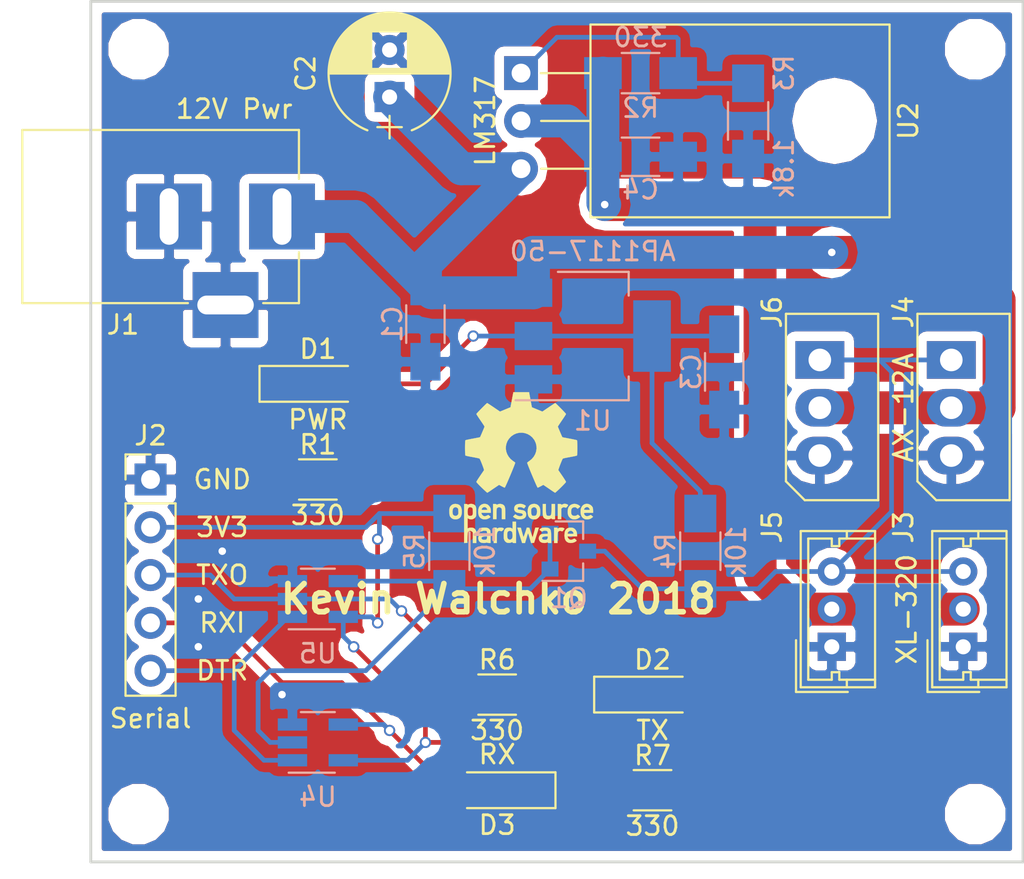
<source format=kicad_pcb>
(kicad_pcb (version 4) (host pcbnew 4.0.7)

  (general
    (links 54)
    (no_connects 0)
    (area 50.724999 13.894999 100.405001 59.765001)
    (thickness 1.6)
    (drawings 11)
    (tracks 137)
    (zones 0)
    (modules 30)
    (nets 15)
  )

  (page A4)
  (layers
    (0 F.Cu signal)
    (31 B.Cu signal)
    (32 B.Adhes user)
    (33 F.Adhes user)
    (34 B.Paste user)
    (35 F.Paste user)
    (36 B.SilkS user)
    (37 F.SilkS user)
    (38 B.Mask user)
    (39 F.Mask user)
    (40 Dwgs.User user)
    (41 Cmts.User user)
    (42 Eco1.User user)
    (43 Eco2.User user)
    (44 Edge.Cuts user)
    (45 Margin user)
    (46 B.CrtYd user)
    (47 F.CrtYd user)
    (48 B.Fab user)
    (49 F.Fab user)
  )

  (setup
    (last_trace_width 0.25)
    (trace_clearance 0.2)
    (zone_clearance 0.508)
    (zone_45_only no)
    (trace_min 0.2)
    (segment_width 0.2)
    (edge_width 0.15)
    (via_size 0.6)
    (via_drill 0.4)
    (via_min_size 0.4)
    (via_min_drill 0.3)
    (uvia_size 0.3)
    (uvia_drill 0.1)
    (uvias_allowed no)
    (uvia_min_size 0.3)
    (uvia_min_drill 0.1)
    (pcb_text_width 0.3)
    (pcb_text_size 1.5 1.5)
    (mod_edge_width 0.15)
    (mod_text_size 1 1)
    (mod_text_width 0.15)
    (pad_size 1.524 1.524)
    (pad_drill 0.762)
    (pad_to_mask_clearance 0.2)
    (aux_axis_origin 0 0)
    (visible_elements FFFFFF7F)
    (pcbplotparams
      (layerselection 0x010f0_80000001)
      (usegerberextensions false)
      (excludeedgelayer true)
      (linewidth 0.100000)
      (plotframeref false)
      (viasonmask false)
      (mode 1)
      (useauxorigin false)
      (hpglpennumber 1)
      (hpglpenspeed 20)
      (hpglpendiameter 15)
      (hpglpenoverlay 2)
      (psnegative false)
      (psa4output false)
      (plotreference true)
      (plotvalue true)
      (plotinvisibletext true)
      (padsonsilk false)
      (subtractmaskfromsilk false)
      (outputformat 1)
      (mirror false)
      (drillshape 0)
      (scaleselection 1)
      (outputdirectory gerber/))
  )

  (net 0 "")
  (net 1 GND)
  (net 2 +5V)
  (net 3 +8V)
  (net 4 "Net-(D1-Pad1)")
  (net 5 RXI)
  (net 6 "Net-(D2-Pad1)")
  (net 7 TXO)
  (net 8 DTR)
  (net 9 DATA)
  (net 10 +12V)
  (net 11 "Net-(D3-Pad1)")
  (net 12 +3V3)
  (net 13 "Net-(R2-Pad2)")
  (net 14 "Net-(Q1-Pad1)")

  (net_class Default "This is the default net class."
    (clearance 0.2)
    (trace_width 0.25)
    (via_dia 0.6)
    (via_drill 0.4)
    (uvia_dia 0.3)
    (uvia_drill 0.1)
    (add_net +3V3)
    (add_net +5V)
    (add_net DATA)
    (add_net DTR)
    (add_net GND)
    (add_net "Net-(D1-Pad1)")
    (add_net "Net-(D2-Pad1)")
    (add_net "Net-(D3-Pad1)")
    (add_net "Net-(Q1-Pad1)")
    (add_net "Net-(R2-Pad2)")
    (add_net RXI)
    (add_net TXO)
  )

  (net_class High ""
    (clearance 0.2)
    (trace_width 1.75)
    (via_dia 0.6)
    (via_drill 0.4)
    (uvia_dia 0.3)
    (uvia_drill 0.1)
    (add_net +12V)
    (add_net +8V)
  )

  (module Mounting_Holes:MountingHole_2.2mm_M2 placed (layer F.Cu) (tedit 5A9C7BD4) (tstamp 5A9D1547)
    (at 97.79 16.51)
    (descr "Mounting Hole 2.2mm, no annular, M2")
    (tags "mounting hole 2.2mm no annular m2")
    (attr virtual)
    (fp_text reference "" (at 0 -3.2) (layer F.SilkS) hide
      (effects (font (size 1 1) (thickness 0.15)))
    )
    (fp_text value "" (at 0 3.2) (layer F.Fab)
      (effects (font (size 1 1) (thickness 0.15)))
    )
    (fp_text user %R (at 0.3 0) (layer F.Fab)
      (effects (font (size 1 1) (thickness 0.15)))
    )
    (fp_circle (center 0 0) (end 2.2 0) (layer Cmts.User) (width 0.15))
    (fp_circle (center 0 0) (end 2.45 0) (layer F.CrtYd) (width 0.05))
    (pad 1 np_thru_hole circle (at 0 0) (size 2.2 2.2) (drill 2.2) (layers *.Cu *.Mask))
  )

  (module Mounting_Holes:MountingHole_2.2mm_M2 placed (layer F.Cu) (tedit 5A9C7BD4) (tstamp 5A9D153F)
    (at 53.34 57.15)
    (descr "Mounting Hole 2.2mm, no annular, M2")
    (tags "mounting hole 2.2mm no annular m2")
    (attr virtual)
    (fp_text reference "" (at 0 -3.2) (layer F.SilkS) hide
      (effects (font (size 1 1) (thickness 0.15)))
    )
    (fp_text value "" (at 0 3.2) (layer F.Fab)
      (effects (font (size 1 1) (thickness 0.15)))
    )
    (fp_text user %R (at 0.3 0) (layer F.Fab)
      (effects (font (size 1 1) (thickness 0.15)))
    )
    (fp_circle (center 0 0) (end 2.2 0) (layer Cmts.User) (width 0.15))
    (fp_circle (center 0 0) (end 2.45 0) (layer F.CrtYd) (width 0.05))
    (pad 1 np_thru_hole circle (at 0 0) (size 2.2 2.2) (drill 2.2) (layers *.Cu *.Mask))
  )

  (module Mounting_Holes:MountingHole_2.2mm_M2 placed (layer F.Cu) (tedit 5A9C7BD4) (tstamp 5A9D1537)
    (at 97.79 57.15)
    (descr "Mounting Hole 2.2mm, no annular, M2")
    (tags "mounting hole 2.2mm no annular m2")
    (attr virtual)
    (fp_text reference "" (at 0 -3.2) (layer F.SilkS) hide
      (effects (font (size 1 1) (thickness 0.15)))
    )
    (fp_text value "" (at 0 3.2) (layer F.Fab)
      (effects (font (size 1 1) (thickness 0.15)))
    )
    (fp_text user %R (at 0.3 0) (layer F.Fab)
      (effects (font (size 1 1) (thickness 0.15)))
    )
    (fp_circle (center 0 0) (end 2.2 0) (layer Cmts.User) (width 0.15))
    (fp_circle (center 0 0) (end 2.45 0) (layer F.CrtYd) (width 0.05))
    (pad 1 np_thru_hole circle (at 0 0) (size 2.2 2.2) (drill 2.2) (layers *.Cu *.Mask))
  )

  (module Capacitors_SMD:C_1206_HandSoldering placed (layer B.Cu) (tedit 58AA84D1) (tstamp 5A8641F5)
    (at 68.58 31.115 270)
    (descr "Capacitor SMD 1206, hand soldering")
    (tags "capacitor 1206")
    (path /5A7F2B39)
    (attr smd)
    (fp_text reference C1 (at 0 1.75 270) (layer B.SilkS)
      (effects (font (size 1 1) (thickness 0.15)) (justify mirror))
    )
    (fp_text value .1 (at 0 -2 270) (layer B.Fab)
      (effects (font (size 1 1) (thickness 0.15)) (justify mirror))
    )
    (fp_text user %R (at 0 1.75 270) (layer B.Fab)
      (effects (font (size 1 1) (thickness 0.15)) (justify mirror))
    )
    (fp_line (start -1.6 -0.8) (end -1.6 0.8) (layer B.Fab) (width 0.1))
    (fp_line (start 1.6 -0.8) (end -1.6 -0.8) (layer B.Fab) (width 0.1))
    (fp_line (start 1.6 0.8) (end 1.6 -0.8) (layer B.Fab) (width 0.1))
    (fp_line (start -1.6 0.8) (end 1.6 0.8) (layer B.Fab) (width 0.1))
    (fp_line (start 1 1.02) (end -1 1.02) (layer B.SilkS) (width 0.12))
    (fp_line (start -1 -1.02) (end 1 -1.02) (layer B.SilkS) (width 0.12))
    (fp_line (start -3.25 1.05) (end 3.25 1.05) (layer B.CrtYd) (width 0.05))
    (fp_line (start -3.25 1.05) (end -3.25 -1.05) (layer B.CrtYd) (width 0.05))
    (fp_line (start 3.25 -1.05) (end 3.25 1.05) (layer B.CrtYd) (width 0.05))
    (fp_line (start 3.25 -1.05) (end -3.25 -1.05) (layer B.CrtYd) (width 0.05))
    (pad 1 smd rect (at -2 0 270) (size 2 1.6) (layers B.Cu B.Paste B.Mask)
      (net 10 +12V))
    (pad 2 smd rect (at 2 0 270) (size 2 1.6) (layers B.Cu B.Paste B.Mask)
      (net 1 GND))
    (model Capacitors_SMD.3dshapes/C_1206.wrl
      (at (xyz 0 0 0))
      (scale (xyz 1 1 1))
      (rotate (xyz 0 0 0))
    )
  )

  (module Capacitors_THT:CP_Radial_D6.3mm_P2.50mm placed (layer F.Cu) (tedit 597BC7C2) (tstamp 5A86428A)
    (at 66.675 19.05 90)
    (descr "CP, Radial series, Radial, pin pitch=2.50mm, , diameter=6.3mm, Electrolytic Capacitor")
    (tags "CP Radial series Radial pin pitch 2.50mm  diameter 6.3mm Electrolytic Capacitor")
    (path /5A7F1A59)
    (fp_text reference C2 (at 1.25 -4.46 90) (layer F.SilkS)
      (effects (font (size 1 1) (thickness 0.15)))
    )
    (fp_text value 10 (at 1.25 4.46 90) (layer F.Fab)
      (effects (font (size 1 1) (thickness 0.15)))
    )
    (fp_arc (start 1.25 0) (end -1.767482 -1.18) (angle 137.3) (layer F.SilkS) (width 0.12))
    (fp_arc (start 1.25 0) (end -1.767482 1.18) (angle -137.3) (layer F.SilkS) (width 0.12))
    (fp_arc (start 1.25 0) (end 4.267482 -1.18) (angle 42.7) (layer F.SilkS) (width 0.12))
    (fp_circle (center 1.25 0) (end 4.4 0) (layer F.Fab) (width 0.1))
    (fp_line (start -2.2 0) (end -1 0) (layer F.Fab) (width 0.1))
    (fp_line (start -1.6 -0.65) (end -1.6 0.65) (layer F.Fab) (width 0.1))
    (fp_line (start 1.25 -3.2) (end 1.25 3.2) (layer F.SilkS) (width 0.12))
    (fp_line (start 1.29 -3.2) (end 1.29 3.2) (layer F.SilkS) (width 0.12))
    (fp_line (start 1.33 -3.2) (end 1.33 3.2) (layer F.SilkS) (width 0.12))
    (fp_line (start 1.37 -3.198) (end 1.37 3.198) (layer F.SilkS) (width 0.12))
    (fp_line (start 1.41 -3.197) (end 1.41 3.197) (layer F.SilkS) (width 0.12))
    (fp_line (start 1.45 -3.194) (end 1.45 3.194) (layer F.SilkS) (width 0.12))
    (fp_line (start 1.49 -3.192) (end 1.49 3.192) (layer F.SilkS) (width 0.12))
    (fp_line (start 1.53 -3.188) (end 1.53 -0.98) (layer F.SilkS) (width 0.12))
    (fp_line (start 1.53 0.98) (end 1.53 3.188) (layer F.SilkS) (width 0.12))
    (fp_line (start 1.57 -3.185) (end 1.57 -0.98) (layer F.SilkS) (width 0.12))
    (fp_line (start 1.57 0.98) (end 1.57 3.185) (layer F.SilkS) (width 0.12))
    (fp_line (start 1.61 -3.18) (end 1.61 -0.98) (layer F.SilkS) (width 0.12))
    (fp_line (start 1.61 0.98) (end 1.61 3.18) (layer F.SilkS) (width 0.12))
    (fp_line (start 1.65 -3.176) (end 1.65 -0.98) (layer F.SilkS) (width 0.12))
    (fp_line (start 1.65 0.98) (end 1.65 3.176) (layer F.SilkS) (width 0.12))
    (fp_line (start 1.69 -3.17) (end 1.69 -0.98) (layer F.SilkS) (width 0.12))
    (fp_line (start 1.69 0.98) (end 1.69 3.17) (layer F.SilkS) (width 0.12))
    (fp_line (start 1.73 -3.165) (end 1.73 -0.98) (layer F.SilkS) (width 0.12))
    (fp_line (start 1.73 0.98) (end 1.73 3.165) (layer F.SilkS) (width 0.12))
    (fp_line (start 1.77 -3.158) (end 1.77 -0.98) (layer F.SilkS) (width 0.12))
    (fp_line (start 1.77 0.98) (end 1.77 3.158) (layer F.SilkS) (width 0.12))
    (fp_line (start 1.81 -3.152) (end 1.81 -0.98) (layer F.SilkS) (width 0.12))
    (fp_line (start 1.81 0.98) (end 1.81 3.152) (layer F.SilkS) (width 0.12))
    (fp_line (start 1.85 -3.144) (end 1.85 -0.98) (layer F.SilkS) (width 0.12))
    (fp_line (start 1.85 0.98) (end 1.85 3.144) (layer F.SilkS) (width 0.12))
    (fp_line (start 1.89 -3.137) (end 1.89 -0.98) (layer F.SilkS) (width 0.12))
    (fp_line (start 1.89 0.98) (end 1.89 3.137) (layer F.SilkS) (width 0.12))
    (fp_line (start 1.93 -3.128) (end 1.93 -0.98) (layer F.SilkS) (width 0.12))
    (fp_line (start 1.93 0.98) (end 1.93 3.128) (layer F.SilkS) (width 0.12))
    (fp_line (start 1.971 -3.119) (end 1.971 -0.98) (layer F.SilkS) (width 0.12))
    (fp_line (start 1.971 0.98) (end 1.971 3.119) (layer F.SilkS) (width 0.12))
    (fp_line (start 2.011 -3.11) (end 2.011 -0.98) (layer F.SilkS) (width 0.12))
    (fp_line (start 2.011 0.98) (end 2.011 3.11) (layer F.SilkS) (width 0.12))
    (fp_line (start 2.051 -3.1) (end 2.051 -0.98) (layer F.SilkS) (width 0.12))
    (fp_line (start 2.051 0.98) (end 2.051 3.1) (layer F.SilkS) (width 0.12))
    (fp_line (start 2.091 -3.09) (end 2.091 -0.98) (layer F.SilkS) (width 0.12))
    (fp_line (start 2.091 0.98) (end 2.091 3.09) (layer F.SilkS) (width 0.12))
    (fp_line (start 2.131 -3.079) (end 2.131 -0.98) (layer F.SilkS) (width 0.12))
    (fp_line (start 2.131 0.98) (end 2.131 3.079) (layer F.SilkS) (width 0.12))
    (fp_line (start 2.171 -3.067) (end 2.171 -0.98) (layer F.SilkS) (width 0.12))
    (fp_line (start 2.171 0.98) (end 2.171 3.067) (layer F.SilkS) (width 0.12))
    (fp_line (start 2.211 -3.055) (end 2.211 -0.98) (layer F.SilkS) (width 0.12))
    (fp_line (start 2.211 0.98) (end 2.211 3.055) (layer F.SilkS) (width 0.12))
    (fp_line (start 2.251 -3.042) (end 2.251 -0.98) (layer F.SilkS) (width 0.12))
    (fp_line (start 2.251 0.98) (end 2.251 3.042) (layer F.SilkS) (width 0.12))
    (fp_line (start 2.291 -3.029) (end 2.291 -0.98) (layer F.SilkS) (width 0.12))
    (fp_line (start 2.291 0.98) (end 2.291 3.029) (layer F.SilkS) (width 0.12))
    (fp_line (start 2.331 -3.015) (end 2.331 -0.98) (layer F.SilkS) (width 0.12))
    (fp_line (start 2.331 0.98) (end 2.331 3.015) (layer F.SilkS) (width 0.12))
    (fp_line (start 2.371 -3.001) (end 2.371 -0.98) (layer F.SilkS) (width 0.12))
    (fp_line (start 2.371 0.98) (end 2.371 3.001) (layer F.SilkS) (width 0.12))
    (fp_line (start 2.411 -2.986) (end 2.411 -0.98) (layer F.SilkS) (width 0.12))
    (fp_line (start 2.411 0.98) (end 2.411 2.986) (layer F.SilkS) (width 0.12))
    (fp_line (start 2.451 -2.97) (end 2.451 -0.98) (layer F.SilkS) (width 0.12))
    (fp_line (start 2.451 0.98) (end 2.451 2.97) (layer F.SilkS) (width 0.12))
    (fp_line (start 2.491 -2.954) (end 2.491 -0.98) (layer F.SilkS) (width 0.12))
    (fp_line (start 2.491 0.98) (end 2.491 2.954) (layer F.SilkS) (width 0.12))
    (fp_line (start 2.531 -2.937) (end 2.531 -0.98) (layer F.SilkS) (width 0.12))
    (fp_line (start 2.531 0.98) (end 2.531 2.937) (layer F.SilkS) (width 0.12))
    (fp_line (start 2.571 -2.919) (end 2.571 -0.98) (layer F.SilkS) (width 0.12))
    (fp_line (start 2.571 0.98) (end 2.571 2.919) (layer F.SilkS) (width 0.12))
    (fp_line (start 2.611 -2.901) (end 2.611 -0.98) (layer F.SilkS) (width 0.12))
    (fp_line (start 2.611 0.98) (end 2.611 2.901) (layer F.SilkS) (width 0.12))
    (fp_line (start 2.651 -2.882) (end 2.651 -0.98) (layer F.SilkS) (width 0.12))
    (fp_line (start 2.651 0.98) (end 2.651 2.882) (layer F.SilkS) (width 0.12))
    (fp_line (start 2.691 -2.863) (end 2.691 -0.98) (layer F.SilkS) (width 0.12))
    (fp_line (start 2.691 0.98) (end 2.691 2.863) (layer F.SilkS) (width 0.12))
    (fp_line (start 2.731 -2.843) (end 2.731 -0.98) (layer F.SilkS) (width 0.12))
    (fp_line (start 2.731 0.98) (end 2.731 2.843) (layer F.SilkS) (width 0.12))
    (fp_line (start 2.771 -2.822) (end 2.771 -0.98) (layer F.SilkS) (width 0.12))
    (fp_line (start 2.771 0.98) (end 2.771 2.822) (layer F.SilkS) (width 0.12))
    (fp_line (start 2.811 -2.8) (end 2.811 -0.98) (layer F.SilkS) (width 0.12))
    (fp_line (start 2.811 0.98) (end 2.811 2.8) (layer F.SilkS) (width 0.12))
    (fp_line (start 2.851 -2.778) (end 2.851 -0.98) (layer F.SilkS) (width 0.12))
    (fp_line (start 2.851 0.98) (end 2.851 2.778) (layer F.SilkS) (width 0.12))
    (fp_line (start 2.891 -2.755) (end 2.891 -0.98) (layer F.SilkS) (width 0.12))
    (fp_line (start 2.891 0.98) (end 2.891 2.755) (layer F.SilkS) (width 0.12))
    (fp_line (start 2.931 -2.731) (end 2.931 -0.98) (layer F.SilkS) (width 0.12))
    (fp_line (start 2.931 0.98) (end 2.931 2.731) (layer F.SilkS) (width 0.12))
    (fp_line (start 2.971 -2.706) (end 2.971 -0.98) (layer F.SilkS) (width 0.12))
    (fp_line (start 2.971 0.98) (end 2.971 2.706) (layer F.SilkS) (width 0.12))
    (fp_line (start 3.011 -2.681) (end 3.011 -0.98) (layer F.SilkS) (width 0.12))
    (fp_line (start 3.011 0.98) (end 3.011 2.681) (layer F.SilkS) (width 0.12))
    (fp_line (start 3.051 -2.654) (end 3.051 -0.98) (layer F.SilkS) (width 0.12))
    (fp_line (start 3.051 0.98) (end 3.051 2.654) (layer F.SilkS) (width 0.12))
    (fp_line (start 3.091 -2.627) (end 3.091 -0.98) (layer F.SilkS) (width 0.12))
    (fp_line (start 3.091 0.98) (end 3.091 2.627) (layer F.SilkS) (width 0.12))
    (fp_line (start 3.131 -2.599) (end 3.131 -0.98) (layer F.SilkS) (width 0.12))
    (fp_line (start 3.131 0.98) (end 3.131 2.599) (layer F.SilkS) (width 0.12))
    (fp_line (start 3.171 -2.57) (end 3.171 -0.98) (layer F.SilkS) (width 0.12))
    (fp_line (start 3.171 0.98) (end 3.171 2.57) (layer F.SilkS) (width 0.12))
    (fp_line (start 3.211 -2.54) (end 3.211 -0.98) (layer F.SilkS) (width 0.12))
    (fp_line (start 3.211 0.98) (end 3.211 2.54) (layer F.SilkS) (width 0.12))
    (fp_line (start 3.251 -2.51) (end 3.251 -0.98) (layer F.SilkS) (width 0.12))
    (fp_line (start 3.251 0.98) (end 3.251 2.51) (layer F.SilkS) (width 0.12))
    (fp_line (start 3.291 -2.478) (end 3.291 -0.98) (layer F.SilkS) (width 0.12))
    (fp_line (start 3.291 0.98) (end 3.291 2.478) (layer F.SilkS) (width 0.12))
    (fp_line (start 3.331 -2.445) (end 3.331 -0.98) (layer F.SilkS) (width 0.12))
    (fp_line (start 3.331 0.98) (end 3.331 2.445) (layer F.SilkS) (width 0.12))
    (fp_line (start 3.371 -2.411) (end 3.371 -0.98) (layer F.SilkS) (width 0.12))
    (fp_line (start 3.371 0.98) (end 3.371 2.411) (layer F.SilkS) (width 0.12))
    (fp_line (start 3.411 -2.375) (end 3.411 -0.98) (layer F.SilkS) (width 0.12))
    (fp_line (start 3.411 0.98) (end 3.411 2.375) (layer F.SilkS) (width 0.12))
    (fp_line (start 3.451 -2.339) (end 3.451 -0.98) (layer F.SilkS) (width 0.12))
    (fp_line (start 3.451 0.98) (end 3.451 2.339) (layer F.SilkS) (width 0.12))
    (fp_line (start 3.491 -2.301) (end 3.491 2.301) (layer F.SilkS) (width 0.12))
    (fp_line (start 3.531 -2.262) (end 3.531 2.262) (layer F.SilkS) (width 0.12))
    (fp_line (start 3.571 -2.222) (end 3.571 2.222) (layer F.SilkS) (width 0.12))
    (fp_line (start 3.611 -2.18) (end 3.611 2.18) (layer F.SilkS) (width 0.12))
    (fp_line (start 3.651 -2.137) (end 3.651 2.137) (layer F.SilkS) (width 0.12))
    (fp_line (start 3.691 -2.092) (end 3.691 2.092) (layer F.SilkS) (width 0.12))
    (fp_line (start 3.731 -2.045) (end 3.731 2.045) (layer F.SilkS) (width 0.12))
    (fp_line (start 3.771 -1.997) (end 3.771 1.997) (layer F.SilkS) (width 0.12))
    (fp_line (start 3.811 -1.946) (end 3.811 1.946) (layer F.SilkS) (width 0.12))
    (fp_line (start 3.851 -1.894) (end 3.851 1.894) (layer F.SilkS) (width 0.12))
    (fp_line (start 3.891 -1.839) (end 3.891 1.839) (layer F.SilkS) (width 0.12))
    (fp_line (start 3.931 -1.781) (end 3.931 1.781) (layer F.SilkS) (width 0.12))
    (fp_line (start 3.971 -1.721) (end 3.971 1.721) (layer F.SilkS) (width 0.12))
    (fp_line (start 4.011 -1.658) (end 4.011 1.658) (layer F.SilkS) (width 0.12))
    (fp_line (start 4.051 -1.591) (end 4.051 1.591) (layer F.SilkS) (width 0.12))
    (fp_line (start 4.091 -1.52) (end 4.091 1.52) (layer F.SilkS) (width 0.12))
    (fp_line (start 4.131 -1.445) (end 4.131 1.445) (layer F.SilkS) (width 0.12))
    (fp_line (start 4.171 -1.364) (end 4.171 1.364) (layer F.SilkS) (width 0.12))
    (fp_line (start 4.211 -1.278) (end 4.211 1.278) (layer F.SilkS) (width 0.12))
    (fp_line (start 4.251 -1.184) (end 4.251 1.184) (layer F.SilkS) (width 0.12))
    (fp_line (start 4.291 -1.081) (end 4.291 1.081) (layer F.SilkS) (width 0.12))
    (fp_line (start 4.331 -0.966) (end 4.331 0.966) (layer F.SilkS) (width 0.12))
    (fp_line (start 4.371 -0.834) (end 4.371 0.834) (layer F.SilkS) (width 0.12))
    (fp_line (start 4.411 -0.676) (end 4.411 0.676) (layer F.SilkS) (width 0.12))
    (fp_line (start 4.451 -0.468) (end 4.451 0.468) (layer F.SilkS) (width 0.12))
    (fp_line (start -2.2 0) (end -1 0) (layer F.SilkS) (width 0.12))
    (fp_line (start -1.6 -0.65) (end -1.6 0.65) (layer F.SilkS) (width 0.12))
    (fp_line (start -2.25 -3.5) (end -2.25 3.5) (layer F.CrtYd) (width 0.05))
    (fp_line (start -2.25 3.5) (end 4.75 3.5) (layer F.CrtYd) (width 0.05))
    (fp_line (start 4.75 3.5) (end 4.75 -3.5) (layer F.CrtYd) (width 0.05))
    (fp_line (start 4.75 -3.5) (end -2.25 -3.5) (layer F.CrtYd) (width 0.05))
    (fp_text user %R (at 1.25 0 90) (layer F.Fab)
      (effects (font (size 1 1) (thickness 0.15)))
    )
    (pad 1 thru_hole rect (at 0 0 90) (size 1.6 1.6) (drill 0.8) (layers *.Cu *.Mask)
      (net 10 +12V))
    (pad 2 thru_hole circle (at 2.5 0 90) (size 1.6 1.6) (drill 0.8) (layers *.Cu *.Mask)
      (net 1 GND))
    (model ${KISYS3DMOD}/Capacitors_THT.3dshapes/CP_Radial_D6.3mm_P2.50mm.wrl
      (at (xyz 0 0 0))
      (scale (xyz 1 1 1))
      (rotate (xyz 0 0 0))
    )
  )

  (module Capacitors_SMD:C_1206_HandSoldering placed (layer B.Cu) (tedit 58AA84D1) (tstamp 5A86429B)
    (at 84.455 33.655 270)
    (descr "Capacitor SMD 1206, hand soldering")
    (tags "capacitor 1206")
    (path /5A7F2931)
    (attr smd)
    (fp_text reference C3 (at 0 1.75 270) (layer B.SilkS)
      (effects (font (size 1 1) (thickness 0.15)) (justify mirror))
    )
    (fp_text value .1 (at 0 -2 270) (layer B.Fab)
      (effects (font (size 1 1) (thickness 0.15)) (justify mirror))
    )
    (fp_text user %R (at 0 1.75 270) (layer B.Fab)
      (effects (font (size 1 1) (thickness 0.15)) (justify mirror))
    )
    (fp_line (start -1.6 -0.8) (end -1.6 0.8) (layer B.Fab) (width 0.1))
    (fp_line (start 1.6 -0.8) (end -1.6 -0.8) (layer B.Fab) (width 0.1))
    (fp_line (start 1.6 0.8) (end 1.6 -0.8) (layer B.Fab) (width 0.1))
    (fp_line (start -1.6 0.8) (end 1.6 0.8) (layer B.Fab) (width 0.1))
    (fp_line (start 1 1.02) (end -1 1.02) (layer B.SilkS) (width 0.12))
    (fp_line (start -1 -1.02) (end 1 -1.02) (layer B.SilkS) (width 0.12))
    (fp_line (start -3.25 1.05) (end 3.25 1.05) (layer B.CrtYd) (width 0.05))
    (fp_line (start -3.25 1.05) (end -3.25 -1.05) (layer B.CrtYd) (width 0.05))
    (fp_line (start 3.25 -1.05) (end 3.25 1.05) (layer B.CrtYd) (width 0.05))
    (fp_line (start 3.25 -1.05) (end -3.25 -1.05) (layer B.CrtYd) (width 0.05))
    (pad 1 smd rect (at -2 0 270) (size 2 1.6) (layers B.Cu B.Paste B.Mask)
      (net 2 +5V))
    (pad 2 smd rect (at 2 0 270) (size 2 1.6) (layers B.Cu B.Paste B.Mask)
      (net 1 GND))
    (model Capacitors_SMD.3dshapes/C_1206.wrl
      (at (xyz 0 0 0))
      (scale (xyz 1 1 1))
      (rotate (xyz 0 0 0))
    )
  )

  (module Capacitors_SMD:C_1206_HandSoldering placed (layer B.Cu) (tedit 58AA84D1) (tstamp 5A8642AC)
    (at 80.01 22.225)
    (descr "Capacitor SMD 1206, hand soldering")
    (tags "capacitor 1206")
    (path /5A7F1ABA)
    (attr smd)
    (fp_text reference C4 (at 0 1.75) (layer B.SilkS)
      (effects (font (size 1 1) (thickness 0.15)) (justify mirror))
    )
    (fp_text value .1 (at 0 -2) (layer B.Fab)
      (effects (font (size 1 1) (thickness 0.15)) (justify mirror))
    )
    (fp_text user %R (at 0 1.75) (layer B.Fab)
      (effects (font (size 1 1) (thickness 0.15)) (justify mirror))
    )
    (fp_line (start -1.6 -0.8) (end -1.6 0.8) (layer B.Fab) (width 0.1))
    (fp_line (start 1.6 -0.8) (end -1.6 -0.8) (layer B.Fab) (width 0.1))
    (fp_line (start 1.6 0.8) (end 1.6 -0.8) (layer B.Fab) (width 0.1))
    (fp_line (start -1.6 0.8) (end 1.6 0.8) (layer B.Fab) (width 0.1))
    (fp_line (start 1 1.02) (end -1 1.02) (layer B.SilkS) (width 0.12))
    (fp_line (start -1 -1.02) (end 1 -1.02) (layer B.SilkS) (width 0.12))
    (fp_line (start -3.25 1.05) (end 3.25 1.05) (layer B.CrtYd) (width 0.05))
    (fp_line (start -3.25 1.05) (end -3.25 -1.05) (layer B.CrtYd) (width 0.05))
    (fp_line (start 3.25 -1.05) (end 3.25 1.05) (layer B.CrtYd) (width 0.05))
    (fp_line (start 3.25 -1.05) (end -3.25 -1.05) (layer B.CrtYd) (width 0.05))
    (pad 1 smd rect (at -2 0) (size 2 1.6) (layers B.Cu B.Paste B.Mask)
      (net 3 +8V))
    (pad 2 smd rect (at 2 0) (size 2 1.6) (layers B.Cu B.Paste B.Mask)
      (net 1 GND))
    (model Capacitors_SMD.3dshapes/C_1206.wrl
      (at (xyz 0 0 0))
      (scale (xyz 1 1 1))
      (rotate (xyz 0 0 0))
    )
  )

  (module LEDs:LED_1206_HandSoldering placed (layer F.Cu) (tedit 5A9B0298) (tstamp 5A8642C1)
    (at 62.865 34.29)
    (descr "LED SMD 1206, hand soldering")
    (tags "LED 1206")
    (path /5A8A8F0B)
    (attr smd)
    (fp_text reference D1 (at 0 -1.85) (layer F.SilkS)
      (effects (font (size 1 1) (thickness 0.15)))
    )
    (fp_text value PWR (at 0 1.9) (layer F.SilkS)
      (effects (font (size 1 1) (thickness 0.15)))
    )
    (fp_line (start -3.1 -0.95) (end -3.1 0.95) (layer F.SilkS) (width 0.12))
    (fp_line (start -0.4 0) (end 0.2 -0.4) (layer F.Fab) (width 0.1))
    (fp_line (start 0.2 -0.4) (end 0.2 0.4) (layer F.Fab) (width 0.1))
    (fp_line (start 0.2 0.4) (end -0.4 0) (layer F.Fab) (width 0.1))
    (fp_line (start -0.45 -0.4) (end -0.45 0.4) (layer F.Fab) (width 0.1))
    (fp_line (start -1.6 0.8) (end -1.6 -0.8) (layer F.Fab) (width 0.1))
    (fp_line (start 1.6 0.8) (end -1.6 0.8) (layer F.Fab) (width 0.1))
    (fp_line (start 1.6 -0.8) (end 1.6 0.8) (layer F.Fab) (width 0.1))
    (fp_line (start -1.6 -0.8) (end 1.6 -0.8) (layer F.Fab) (width 0.1))
    (fp_line (start -3.1 0.95) (end 1.6 0.95) (layer F.SilkS) (width 0.12))
    (fp_line (start -3.1 -0.95) (end 1.6 -0.95) (layer F.SilkS) (width 0.12))
    (fp_line (start -3.25 -1.11) (end 3.25 -1.11) (layer F.CrtYd) (width 0.05))
    (fp_line (start -3.25 -1.11) (end -3.25 1.1) (layer F.CrtYd) (width 0.05))
    (fp_line (start 3.25 1.1) (end 3.25 -1.11) (layer F.CrtYd) (width 0.05))
    (fp_line (start 3.25 1.1) (end -3.25 1.1) (layer F.CrtYd) (width 0.05))
    (pad 1 smd rect (at -2 0) (size 2 1.7) (layers F.Cu F.Paste F.Mask)
      (net 4 "Net-(D1-Pad1)"))
    (pad 2 smd rect (at 2 0) (size 2 1.7) (layers F.Cu F.Paste F.Mask)
      (net 2 +5V))
    (model ${KISYS3DMOD}/LEDs.3dshapes/LED_1206.wrl
      (at (xyz 0 0 0))
      (scale (xyz 1 1 1))
      (rotate (xyz 0 0 180))
    )
  )

  (module LEDs:LED_1206_HandSoldering placed (layer F.Cu) (tedit 5A9B02AE) (tstamp 5A8642D6)
    (at 80.645 50.8)
    (descr "LED SMD 1206, hand soldering")
    (tags "LED 1206")
    (path /5A9DFE5C)
    (attr smd)
    (fp_text reference D2 (at 0 -1.85) (layer F.SilkS)
      (effects (font (size 1 1) (thickness 0.15)))
    )
    (fp_text value TX (at 0 1.9) (layer F.SilkS)
      (effects (font (size 1 1) (thickness 0.15)))
    )
    (fp_line (start -3.1 -0.95) (end -3.1 0.95) (layer F.SilkS) (width 0.12))
    (fp_line (start -0.4 0) (end 0.2 -0.4) (layer F.Fab) (width 0.1))
    (fp_line (start 0.2 -0.4) (end 0.2 0.4) (layer F.Fab) (width 0.1))
    (fp_line (start 0.2 0.4) (end -0.4 0) (layer F.Fab) (width 0.1))
    (fp_line (start -0.45 -0.4) (end -0.45 0.4) (layer F.Fab) (width 0.1))
    (fp_line (start -1.6 0.8) (end -1.6 -0.8) (layer F.Fab) (width 0.1))
    (fp_line (start 1.6 0.8) (end -1.6 0.8) (layer F.Fab) (width 0.1))
    (fp_line (start 1.6 -0.8) (end 1.6 0.8) (layer F.Fab) (width 0.1))
    (fp_line (start -1.6 -0.8) (end 1.6 -0.8) (layer F.Fab) (width 0.1))
    (fp_line (start -3.1 0.95) (end 1.6 0.95) (layer F.SilkS) (width 0.12))
    (fp_line (start -3.1 -0.95) (end 1.6 -0.95) (layer F.SilkS) (width 0.12))
    (fp_line (start -3.25 -1.11) (end 3.25 -1.11) (layer F.CrtYd) (width 0.05))
    (fp_line (start -3.25 -1.11) (end -3.25 1.1) (layer F.CrtYd) (width 0.05))
    (fp_line (start 3.25 1.1) (end 3.25 -1.11) (layer F.CrtYd) (width 0.05))
    (fp_line (start 3.25 1.1) (end -3.25 1.1) (layer F.CrtYd) (width 0.05))
    (pad 1 smd rect (at -2 0) (size 2 1.7) (layers F.Cu F.Paste F.Mask)
      (net 6 "Net-(D2-Pad1)"))
    (pad 2 smd rect (at 2 0) (size 2 1.7) (layers F.Cu F.Paste F.Mask)
      (net 12 +3V3))
    (model ${KISYS3DMOD}/LEDs.3dshapes/LED_1206.wrl
      (at (xyz 0 0 0))
      (scale (xyz 1 1 1))
      (rotate (xyz 0 0 180))
    )
  )

  (module Connectors:BARREL_JACK placed (layer F.Cu) (tedit 5A9CBF20) (tstamp 5A8642F5)
    (at 60.96 25.4)
    (descr "DC Barrel Jack")
    (tags "Power Jack")
    (path /5A7F181C)
    (fp_text reference J1 (at -8.45 5.75 180) (layer F.SilkS)
      (effects (font (size 1 1) (thickness 0.15)))
    )
    (fp_text value "12V Pwr" (at -2.54 -5.715) (layer F.SilkS)
      (effects (font (size 1 1) (thickness 0.15)))
    )
    (fp_line (start 1 -4.5) (end 1 -4.75) (layer F.CrtYd) (width 0.05))
    (fp_line (start 1 -4.75) (end -14 -4.75) (layer F.CrtYd) (width 0.05))
    (fp_line (start 1 -4.5) (end 1 -2) (layer F.CrtYd) (width 0.05))
    (fp_line (start 1 -2) (end 2 -2) (layer F.CrtYd) (width 0.05))
    (fp_line (start 2 -2) (end 2 2) (layer F.CrtYd) (width 0.05))
    (fp_line (start 2 2) (end 1 2) (layer F.CrtYd) (width 0.05))
    (fp_line (start 1 2) (end 1 4.75) (layer F.CrtYd) (width 0.05))
    (fp_line (start 1 4.75) (end -1 4.75) (layer F.CrtYd) (width 0.05))
    (fp_line (start -1 4.75) (end -1 6.75) (layer F.CrtYd) (width 0.05))
    (fp_line (start -1 6.75) (end -5 6.75) (layer F.CrtYd) (width 0.05))
    (fp_line (start -5 6.75) (end -5 4.75) (layer F.CrtYd) (width 0.05))
    (fp_line (start -5 4.75) (end -14 4.75) (layer F.CrtYd) (width 0.05))
    (fp_line (start -14 4.75) (end -14 -4.75) (layer F.CrtYd) (width 0.05))
    (fp_line (start -5 4.6) (end -13.8 4.6) (layer F.SilkS) (width 0.12))
    (fp_line (start -13.8 4.6) (end -13.8 -4.6) (layer F.SilkS) (width 0.12))
    (fp_line (start 0.9 1.9) (end 0.9 4.6) (layer F.SilkS) (width 0.12))
    (fp_line (start 0.9 4.6) (end -1 4.6) (layer F.SilkS) (width 0.12))
    (fp_line (start -13.8 -4.6) (end 0.9 -4.6) (layer F.SilkS) (width 0.12))
    (fp_line (start 0.9 -4.6) (end 0.9 -2) (layer F.SilkS) (width 0.12))
    (fp_line (start -10.2 -4.5) (end -10.2 4.5) (layer F.Fab) (width 0.1))
    (fp_line (start -13.7 -4.5) (end -13.7 4.5) (layer F.Fab) (width 0.1))
    (fp_line (start -13.7 4.5) (end 0.8 4.5) (layer F.Fab) (width 0.1))
    (fp_line (start 0.8 4.5) (end 0.8 -4.5) (layer F.Fab) (width 0.1))
    (fp_line (start 0.8 -4.5) (end -13.7 -4.5) (layer F.Fab) (width 0.1))
    (pad 1 thru_hole rect (at 0 0) (size 3.5 3.5) (drill oval 1 3) (layers *.Cu *.Mask)
      (net 10 +12V))
    (pad 2 thru_hole rect (at -6 0) (size 3.5 3.5) (drill oval 1 3) (layers *.Cu *.Mask)
      (net 1 GND))
    (pad 3 thru_hole rect (at -3 4.7) (size 3.5 3.5) (drill oval 3 1) (layers *.Cu *.Mask)
      (net 1 GND))
  )

  (module Resistors_SMD:R_1206_HandSoldering placed (layer F.Cu) (tedit 5A9B05E1) (tstamp 5A864359)
    (at 62.865 39.37)
    (descr "Resistor SMD 1206, hand soldering")
    (tags "resistor 1206")
    (path /5A8A8EB0)
    (attr smd)
    (fp_text reference R1 (at 0 -1.85) (layer F.SilkS)
      (effects (font (size 1 1) (thickness 0.15)))
    )
    (fp_text value 330 (at 0 1.9) (layer F.SilkS)
      (effects (font (size 1 1) (thickness 0.15)))
    )
    (fp_text user %R (at 0 0) (layer F.Fab)
      (effects (font (size 0.7 0.7) (thickness 0.105)))
    )
    (fp_line (start -1.6 0.8) (end -1.6 -0.8) (layer F.Fab) (width 0.1))
    (fp_line (start 1.6 0.8) (end -1.6 0.8) (layer F.Fab) (width 0.1))
    (fp_line (start 1.6 -0.8) (end 1.6 0.8) (layer F.Fab) (width 0.1))
    (fp_line (start -1.6 -0.8) (end 1.6 -0.8) (layer F.Fab) (width 0.1))
    (fp_line (start 1 1.07) (end -1 1.07) (layer F.SilkS) (width 0.12))
    (fp_line (start -1 -1.07) (end 1 -1.07) (layer F.SilkS) (width 0.12))
    (fp_line (start -3.25 -1.11) (end 3.25 -1.11) (layer F.CrtYd) (width 0.05))
    (fp_line (start -3.25 -1.11) (end -3.25 1.1) (layer F.CrtYd) (width 0.05))
    (fp_line (start 3.25 1.1) (end 3.25 -1.11) (layer F.CrtYd) (width 0.05))
    (fp_line (start 3.25 1.1) (end -3.25 1.1) (layer F.CrtYd) (width 0.05))
    (pad 1 smd rect (at -2 0) (size 2 1.7) (layers F.Cu F.Paste F.Mask)
      (net 4 "Net-(D1-Pad1)"))
    (pad 2 smd rect (at 2 0) (size 2 1.7) (layers F.Cu F.Paste F.Mask)
      (net 1 GND))
    (model ${KISYS3DMOD}/Resistors_SMD.3dshapes/R_1206.wrl
      (at (xyz 0 0 0))
      (scale (xyz 1 1 1))
      (rotate (xyz 0 0 0))
    )
  )

  (module Resistors_SMD:R_1206_HandSoldering placed (layer B.Cu) (tedit 5A9B05D1) (tstamp 5A86436A)
    (at 80.01 17.78)
    (descr "Resistor SMD 1206, hand soldering")
    (tags "resistor 1206")
    (path /5A7F1770)
    (attr smd)
    (fp_text reference R2 (at 0 1.85) (layer B.SilkS)
      (effects (font (size 1 1) (thickness 0.15)) (justify mirror))
    )
    (fp_text value 330 (at 0 -1.9) (layer B.SilkS)
      (effects (font (size 1 1) (thickness 0.15)) (justify mirror))
    )
    (fp_text user %R (at 0 0) (layer B.Fab)
      (effects (font (size 0.7 0.7) (thickness 0.105)) (justify mirror))
    )
    (fp_line (start -1.6 -0.8) (end -1.6 0.8) (layer B.Fab) (width 0.1))
    (fp_line (start 1.6 -0.8) (end -1.6 -0.8) (layer B.Fab) (width 0.1))
    (fp_line (start 1.6 0.8) (end 1.6 -0.8) (layer B.Fab) (width 0.1))
    (fp_line (start -1.6 0.8) (end 1.6 0.8) (layer B.Fab) (width 0.1))
    (fp_line (start 1 -1.07) (end -1 -1.07) (layer B.SilkS) (width 0.12))
    (fp_line (start -1 1.07) (end 1 1.07) (layer B.SilkS) (width 0.12))
    (fp_line (start -3.25 1.11) (end 3.25 1.11) (layer B.CrtYd) (width 0.05))
    (fp_line (start -3.25 1.11) (end -3.25 -1.1) (layer B.CrtYd) (width 0.05))
    (fp_line (start 3.25 -1.1) (end 3.25 1.11) (layer B.CrtYd) (width 0.05))
    (fp_line (start 3.25 -1.1) (end -3.25 -1.1) (layer B.CrtYd) (width 0.05))
    (pad 1 smd rect (at -2 0) (size 2 1.7) (layers B.Cu B.Paste B.Mask)
      (net 3 +8V))
    (pad 2 smd rect (at 2 0) (size 2 1.7) (layers B.Cu B.Paste B.Mask)
      (net 13 "Net-(R2-Pad2)"))
    (model ${KISYS3DMOD}/Resistors_SMD.3dshapes/R_1206.wrl
      (at (xyz 0 0 0))
      (scale (xyz 1 1 1))
      (rotate (xyz 0 0 0))
    )
  )

  (module Resistors_SMD:R_1206_HandSoldering placed (layer B.Cu) (tedit 5A9E1711) (tstamp 5A86437B)
    (at 85.725 20.32 270)
    (descr "Resistor SMD 1206, hand soldering")
    (tags "resistor 1206")
    (path /5A7F17CA)
    (attr smd)
    (fp_text reference R3 (at -2.54 -1.905 270) (layer B.SilkS)
      (effects (font (size 1 1) (thickness 0.15)) (justify mirror))
    )
    (fp_text value 1.8k (at 2.54 -1.905 270) (layer B.SilkS)
      (effects (font (size 1 1) (thickness 0.15)) (justify mirror))
    )
    (fp_text user %R (at 0 0 270) (layer B.Fab)
      (effects (font (size 0.7 0.7) (thickness 0.105)) (justify mirror))
    )
    (fp_line (start -1.6 -0.8) (end -1.6 0.8) (layer B.Fab) (width 0.1))
    (fp_line (start 1.6 -0.8) (end -1.6 -0.8) (layer B.Fab) (width 0.1))
    (fp_line (start 1.6 0.8) (end 1.6 -0.8) (layer B.Fab) (width 0.1))
    (fp_line (start -1.6 0.8) (end 1.6 0.8) (layer B.Fab) (width 0.1))
    (fp_line (start 1 -1.07) (end -1 -1.07) (layer B.SilkS) (width 0.12))
    (fp_line (start -1 1.07) (end 1 1.07) (layer B.SilkS) (width 0.12))
    (fp_line (start -3.25 1.11) (end 3.25 1.11) (layer B.CrtYd) (width 0.05))
    (fp_line (start -3.25 1.11) (end -3.25 -1.1) (layer B.CrtYd) (width 0.05))
    (fp_line (start 3.25 -1.1) (end 3.25 1.11) (layer B.CrtYd) (width 0.05))
    (fp_line (start 3.25 -1.1) (end -3.25 -1.1) (layer B.CrtYd) (width 0.05))
    (pad 1 smd rect (at -2 0 270) (size 2 1.7) (layers B.Cu B.Paste B.Mask)
      (net 13 "Net-(R2-Pad2)"))
    (pad 2 smd rect (at 2 0 270) (size 2 1.7) (layers B.Cu B.Paste B.Mask)
      (net 1 GND))
    (model ${KISYS3DMOD}/Resistors_SMD.3dshapes/R_1206.wrl
      (at (xyz 0 0 0))
      (scale (xyz 1 1 1))
      (rotate (xyz 0 0 0))
    )
  )

  (module Resistors_SMD:R_1206_HandSoldering placed (layer B.Cu) (tedit 5A9CBC91) (tstamp 5A86438C)
    (at 83.185 43.18 270)
    (descr "Resistor SMD 1206, hand soldering")
    (tags "resistor 1206")
    (path /5A9E14A9)
    (attr smd)
    (fp_text reference R4 (at 0 1.85 270) (layer B.SilkS)
      (effects (font (size 1 1) (thickness 0.15)) (justify mirror))
    )
    (fp_text value 10k (at 0 -1.905 270) (layer B.SilkS)
      (effects (font (size 1 1) (thickness 0.15)) (justify mirror))
    )
    (fp_text user %R (at 0 0 270) (layer B.Fab)
      (effects (font (size 0.7 0.7) (thickness 0.105)) (justify mirror))
    )
    (fp_line (start -1.6 -0.8) (end -1.6 0.8) (layer B.Fab) (width 0.1))
    (fp_line (start 1.6 -0.8) (end -1.6 -0.8) (layer B.Fab) (width 0.1))
    (fp_line (start 1.6 0.8) (end 1.6 -0.8) (layer B.Fab) (width 0.1))
    (fp_line (start -1.6 0.8) (end 1.6 0.8) (layer B.Fab) (width 0.1))
    (fp_line (start 1 -1.07) (end -1 -1.07) (layer B.SilkS) (width 0.12))
    (fp_line (start -1 1.07) (end 1 1.07) (layer B.SilkS) (width 0.12))
    (fp_line (start -3.25 1.11) (end 3.25 1.11) (layer B.CrtYd) (width 0.05))
    (fp_line (start -3.25 1.11) (end -3.25 -1.1) (layer B.CrtYd) (width 0.05))
    (fp_line (start 3.25 -1.1) (end 3.25 1.11) (layer B.CrtYd) (width 0.05))
    (fp_line (start 3.25 -1.1) (end -3.25 -1.1) (layer B.CrtYd) (width 0.05))
    (pad 1 smd rect (at -2 0 270) (size 2 1.7) (layers B.Cu B.Paste B.Mask)
      (net 2 +5V))
    (pad 2 smd rect (at 2 0 270) (size 2 1.7) (layers B.Cu B.Paste B.Mask)
      (net 9 DATA))
    (model ${KISYS3DMOD}/Resistors_SMD.3dshapes/R_1206.wrl
      (at (xyz 0 0 0))
      (scale (xyz 1 1 1))
      (rotate (xyz 0 0 0))
    )
  )

  (module Resistors_SMD:R_1206_HandSoldering placed (layer B.Cu) (tedit 5A9CBDAD) (tstamp 5A86439D)
    (at 69.85 43.18 270)
    (descr "Resistor SMD 1206, hand soldering")
    (tags "resistor 1206")
    (path /5A9E149D)
    (attr smd)
    (fp_text reference R5 (at 0 1.85 270) (layer B.SilkS)
      (effects (font (size 1 1) (thickness 0.15)) (justify mirror))
    )
    (fp_text value 10k (at 0 -1.9 270) (layer B.SilkS)
      (effects (font (size 1 1) (thickness 0.15)) (justify mirror))
    )
    (fp_text user %R (at 0 0 270) (layer B.Fab)
      (effects (font (size 0.7 0.7) (thickness 0.105)) (justify mirror))
    )
    (fp_line (start -1.6 -0.8) (end -1.6 0.8) (layer B.Fab) (width 0.1))
    (fp_line (start 1.6 -0.8) (end -1.6 -0.8) (layer B.Fab) (width 0.1))
    (fp_line (start 1.6 0.8) (end 1.6 -0.8) (layer B.Fab) (width 0.1))
    (fp_line (start -1.6 0.8) (end 1.6 0.8) (layer B.Fab) (width 0.1))
    (fp_line (start 1 -1.07) (end -1 -1.07) (layer B.SilkS) (width 0.12))
    (fp_line (start -1 1.07) (end 1 1.07) (layer B.SilkS) (width 0.12))
    (fp_line (start -3.25 1.11) (end 3.25 1.11) (layer B.CrtYd) (width 0.05))
    (fp_line (start -3.25 1.11) (end -3.25 -1.1) (layer B.CrtYd) (width 0.05))
    (fp_line (start 3.25 -1.1) (end 3.25 1.11) (layer B.CrtYd) (width 0.05))
    (fp_line (start 3.25 -1.1) (end -3.25 -1.1) (layer B.CrtYd) (width 0.05))
    (pad 1 smd rect (at -2 0 270) (size 2 1.7) (layers B.Cu B.Paste B.Mask)
      (net 12 +3V3))
    (pad 2 smd rect (at 2 0 270) (size 2 1.7) (layers B.Cu B.Paste B.Mask)
      (net 14 "Net-(Q1-Pad1)"))
    (model ${KISYS3DMOD}/Resistors_SMD.3dshapes/R_1206.wrl
      (at (xyz 0 0 0))
      (scale (xyz 1 1 1))
      (rotate (xyz 0 0 0))
    )
  )

  (module TO_SOT_Packages_THT:TO-220-3_Horizontal placed (layer F.Cu) (tedit 5A9CBE4B) (tstamp 5A8643BD)
    (at 73.66 17.78 270)
    (descr "TO-220-3, Horizontal, RM 2.54mm")
    (tags "TO-220-3 Horizontal RM 2.54mm")
    (path /5A7F16FB)
    (fp_text reference U2 (at 2.54 -20.58 270) (layer F.SilkS)
      (effects (font (size 1 1) (thickness 0.15)))
    )
    (fp_text value LM317 (at 2.54 1.9 270) (layer F.SilkS)
      (effects (font (size 1 1) (thickness 0.15)))
    )
    (fp_text user %R (at 2.54 -20.58 270) (layer F.Fab)
      (effects (font (size 1 1) (thickness 0.15)))
    )
    (fp_line (start -2.46 -13.06) (end -2.46 -19.46) (layer F.Fab) (width 0.1))
    (fp_line (start -2.46 -19.46) (end 7.54 -19.46) (layer F.Fab) (width 0.1))
    (fp_line (start 7.54 -19.46) (end 7.54 -13.06) (layer F.Fab) (width 0.1))
    (fp_line (start 7.54 -13.06) (end -2.46 -13.06) (layer F.Fab) (width 0.1))
    (fp_line (start -2.46 -3.81) (end -2.46 -13.06) (layer F.Fab) (width 0.1))
    (fp_line (start -2.46 -13.06) (end 7.54 -13.06) (layer F.Fab) (width 0.1))
    (fp_line (start 7.54 -13.06) (end 7.54 -3.81) (layer F.Fab) (width 0.1))
    (fp_line (start 7.54 -3.81) (end -2.46 -3.81) (layer F.Fab) (width 0.1))
    (fp_line (start 0 -3.81) (end 0 0) (layer F.Fab) (width 0.1))
    (fp_line (start 2.54 -3.81) (end 2.54 0) (layer F.Fab) (width 0.1))
    (fp_line (start 5.08 -3.81) (end 5.08 0) (layer F.Fab) (width 0.1))
    (fp_line (start -2.58 -3.69) (end 7.66 -3.69) (layer F.SilkS) (width 0.12))
    (fp_line (start -2.58 -19.58) (end 7.66 -19.58) (layer F.SilkS) (width 0.12))
    (fp_line (start -2.58 -19.58) (end -2.58 -3.69) (layer F.SilkS) (width 0.12))
    (fp_line (start 7.66 -19.58) (end 7.66 -3.69) (layer F.SilkS) (width 0.12))
    (fp_line (start 0 -3.69) (end 0 -1.05) (layer F.SilkS) (width 0.12))
    (fp_line (start 2.54 -3.69) (end 2.54 -1.066) (layer F.SilkS) (width 0.12))
    (fp_line (start 5.08 -3.69) (end 5.08 -1.066) (layer F.SilkS) (width 0.12))
    (fp_line (start -2.71 -19.71) (end -2.71 1.15) (layer F.CrtYd) (width 0.05))
    (fp_line (start -2.71 1.15) (end 7.79 1.15) (layer F.CrtYd) (width 0.05))
    (fp_line (start 7.79 1.15) (end 7.79 -19.71) (layer F.CrtYd) (width 0.05))
    (fp_line (start 7.79 -19.71) (end -2.71 -19.71) (layer F.CrtYd) (width 0.05))
    (fp_circle (center 2.54 -16.66) (end 4.39 -16.66) (layer F.Fab) (width 0.1))
    (pad 0 np_thru_hole oval (at 2.54 -16.66 270) (size 3.5 3.5) (drill 3.5) (layers *.Cu *.Mask))
    (pad 1 thru_hole rect (at 0 0 270) (size 1.8 1.8) (drill 1) (layers *.Cu *.Mask)
      (net 13 "Net-(R2-Pad2)"))
    (pad 2 thru_hole oval (at 2.54 0 270) (size 1.8 1.8) (drill 1) (layers *.Cu *.Mask)
      (net 3 +8V))
    (pad 3 thru_hole oval (at 5.08 0 270) (size 1.8 1.8) (drill 1) (layers *.Cu *.Mask)
      (net 10 +12V))
    (model ${KISYS3DMOD}/TO_SOT_Packages_THT.3dshapes/TO-220-3_Horizontal.wrl
      (at (xyz 0.1 0 0))
      (scale (xyz 0.393701 0.393701 0.393701))
      (rotate (xyz 0 0 0))
    )
  )

  (module Connectors_Molex:Molex_MicroLatch-53253-0370_03x2.00mm_Straight placed (layer F.Cu) (tedit 5A9E0618) (tstamp 5A86B0DE)
    (at 97.155 48.26 90)
    (descr "Molex Micro-Latch connector, PN:53253-0370, top entry type, through hole")
    (tags "conn molex micro latch")
    (path /5A863A11)
    (fp_text reference J3 (at 6.35 -3.175 90) (layer F.SilkS)
      (effects (font (size 1 1) (thickness 0.15)))
    )
    (fp_text value XL-320 (at 2 -3 90) (layer F.SilkS)
      (effects (font (size 1 1) (thickness 0.15)))
    )
    (fp_line (start -2 -1.5) (end -2 2.15) (layer F.Fab) (width 0.1))
    (fp_line (start -2 2.15) (end 6 2.15) (layer F.Fab) (width 0.1))
    (fp_line (start 6 2.15) (end 6 -1.5) (layer F.Fab) (width 0.1))
    (fp_line (start 6 -1.5) (end -2 -1.5) (layer F.Fab) (width 0.1))
    (fp_line (start -2.6 -2.1) (end -2.6 2.75) (layer F.CrtYd) (width 0.05))
    (fp_line (start -2.6 2.75) (end 6.65 2.75) (layer F.CrtYd) (width 0.05))
    (fp_line (start 6.65 2.75) (end 6.65 -2.1) (layer F.CrtYd) (width 0.05))
    (fp_line (start 6.65 -2.1) (end -2.6 -2.1) (layer F.CrtYd) (width 0.05))
    (fp_line (start -2.15 -1.65) (end -2.15 2.3) (layer F.SilkS) (width 0.12))
    (fp_line (start -2.15 2.3) (end 6.15 2.3) (layer F.SilkS) (width 0.12))
    (fp_line (start 6.15 2.3) (end 6.15 -1.65) (layer F.SilkS) (width 0.12))
    (fp_line (start 6.15 -1.65) (end -2.15 -1.65) (layer F.SilkS) (width 0.12))
    (fp_line (start 0.35 -1.9) (end -2.4 -1.9) (layer F.SilkS) (width 0.12))
    (fp_line (start -2.4 -1.9) (end -2.4 0.85) (layer F.SilkS) (width 0.12))
    (fp_line (start 0.35 -1.9) (end -2.4 -1.9) (layer F.Fab) (width 0.1))
    (fp_line (start -2.4 -1.9) (end -2.4 0.85) (layer F.Fab) (width 0.1))
    (fp_line (start -2.15 0.8) (end -1.75 0.8) (layer F.SilkS) (width 0.12))
    (fp_line (start 6.15 0.8) (end 5.75 0.8) (layer F.SilkS) (width 0.12))
    (fp_line (start 2 -1.25) (end -1.75 -1.25) (layer F.SilkS) (width 0.12))
    (fp_line (start -1.75 -1.25) (end -1.75 0) (layer F.SilkS) (width 0.12))
    (fp_line (start -1.75 0) (end -1.35 0) (layer F.SilkS) (width 0.12))
    (fp_line (start -1.35 0) (end -1.35 0.4) (layer F.SilkS) (width 0.12))
    (fp_line (start -1.35 0.4) (end -1.75 0.4) (layer F.SilkS) (width 0.12))
    (fp_line (start -1.75 0.4) (end -1.75 2.3) (layer F.SilkS) (width 0.12))
    (fp_line (start 2 -1.25) (end 5.75 -1.25) (layer F.SilkS) (width 0.12))
    (fp_line (start 5.75 -1.25) (end 5.75 0) (layer F.SilkS) (width 0.12))
    (fp_line (start 5.75 0) (end 5.35 0) (layer F.SilkS) (width 0.12))
    (fp_line (start 5.35 0) (end 5.35 0.4) (layer F.SilkS) (width 0.12))
    (fp_line (start 5.35 0.4) (end 5.75 0.4) (layer F.SilkS) (width 0.12))
    (fp_line (start 5.75 0.4) (end 5.75 2.3) (layer F.SilkS) (width 0.12))
    (fp_text user %R (at 2 1.5 90) (layer F.Fab)
      (effects (font (size 1 1) (thickness 0.15)))
    )
    (pad 1 thru_hole rect (at 0 0 90) (size 1.5 1.5) (drill 0.8) (layers *.Cu *.Mask)
      (net 1 GND))
    (pad 2 thru_hole circle (at 2 0 90) (size 1.5 1.5) (drill 0.8) (layers *.Cu *.Mask)
      (net 3 +8V))
    (pad 3 thru_hole circle (at 4 0 90) (size 1.5 1.5) (drill 0.8) (layers *.Cu *.Mask)
      (net 9 DATA))
    (model ${KISYS3DMOD}/Connectors_Molex.3dshapes/Molex_MicroLatch-53253-0370_03x2.00mm_Straight.wrl
      (at (xyz 0 0 0))
      (scale (xyz 1 1 1))
      (rotate (xyz 0 0 0))
    )
  )

  (module Connectors_Molex:Molex_SPOX-5267_22-03-5035_03x2.54mm_Straight placed (layer F.Cu) (tedit 5A9E0635) (tstamp 5A86B103)
    (at 96.52 33.02 270)
    (descr "Connector Headers with Friction Lock, 22-03-5035, http://www.molex.com/pdm_docs/ps/PS-5264-001-001.pdf")
    (tags "connector molex SPOX 5267 22-03-5035")
    (path /5A7F2FF1)
    (fp_text reference J4 (at -2.54 2.54 270) (layer F.SilkS)
      (effects (font (size 1 1) (thickness 0.15)))
    )
    (fp_text value AX-12A (at 2.54 2.54 270) (layer F.SilkS)
      (effects (font (size 1 1) (thickness 0.15)))
    )
    (fp_line (start 6.45 1.8) (end 7.45 0.8) (layer F.SilkS) (width 0.12))
    (fp_line (start -2.45 -3.1) (end -2.45 1.8) (layer F.SilkS) (width 0.12))
    (fp_line (start -2.45 1.8) (end 6.45 1.8) (layer F.SilkS) (width 0.12))
    (fp_line (start 7.45 0.8) (end 7.45 -3.1) (layer F.SilkS) (width 0.12))
    (fp_line (start 7.45 -3.1) (end -2.45 -3.1) (layer F.SilkS) (width 0.12))
    (fp_line (start -2.5 1.85) (end -2.5 -3.15) (layer F.CrtYd) (width 0.05))
    (fp_line (start -2.5 -3.15) (end 7.5 -3.15) (layer F.CrtYd) (width 0.05))
    (fp_line (start 7.5 -3.15) (end 7.5 1.85) (layer F.CrtYd) (width 0.05))
    (fp_line (start 7.5 1.85) (end -2.5 1.85) (layer F.CrtYd) (width 0.05))
    (fp_line (start 7.35 -3) (end -2.35 -3) (layer F.Fab) (width 0.1))
    (fp_line (start 7.35 0.7) (end 7.35 -3) (layer F.Fab) (width 0.1))
    (fp_line (start 6.35 1.7) (end 7.35 0.7) (layer F.Fab) (width 0.1))
    (fp_line (start -2.35 1.7) (end 6.35 1.7) (layer F.Fab) (width 0.1))
    (fp_line (start -2.35 -3) (end -2.35 1.7) (layer F.Fab) (width 0.1))
    (pad 1 thru_hole rect (at 0 0 270) (size 2 2.6) (drill 1.2) (layers *.Cu *.Mask)
      (net 9 DATA))
    (pad 2 thru_hole oval (at 2.54 0 270) (size 2 2.6) (drill 1.2) (layers *.Cu *.Mask)
      (net 10 +12V))
    (pad 3 thru_hole oval (at 5.08 0 270) (size 2 2.6) (drill 1.2) (layers *.Cu *.Mask)
      (net 1 GND))
    (model ${KISYS3DMOD}/Connectors_Molex.3dshapes/Molex_SPOX-5267_22-03-5035_03x2.54mm_Straight.wrl
      (at (xyz 0.1 0.023622 0.114173))
      (scale (xyz 1 1 1))
      (rotate (xyz -90 0 180))
    )
  )

  (module TO_SOT_Packages_SMD:SOT-223-3_TabPin2 placed (layer B.Cu) (tedit 5A9B067F) (tstamp 5A86C595)
    (at 77.47 31.75)
    (descr "module CMS SOT223 4 pins")
    (tags "CMS SOT")
    (path /5A864FB2)
    (attr smd)
    (fp_text reference U1 (at 0 4.5) (layer B.SilkS)
      (effects (font (size 1 1) (thickness 0.15)) (justify mirror))
    )
    (fp_text value AP1117-50 (at 0 -4.5) (layer B.SilkS)
      (effects (font (size 1 1) (thickness 0.15)) (justify mirror))
    )
    (fp_text user %R (at 0 0 270) (layer B.Fab)
      (effects (font (size 0.8 0.8) (thickness 0.12)) (justify mirror))
    )
    (fp_line (start 1.91 -3.41) (end 1.91 -2.15) (layer B.SilkS) (width 0.12))
    (fp_line (start 1.91 3.41) (end 1.91 2.15) (layer B.SilkS) (width 0.12))
    (fp_line (start 4.4 3.6) (end -4.4 3.6) (layer B.CrtYd) (width 0.05))
    (fp_line (start 4.4 -3.6) (end 4.4 3.6) (layer B.CrtYd) (width 0.05))
    (fp_line (start -4.4 -3.6) (end 4.4 -3.6) (layer B.CrtYd) (width 0.05))
    (fp_line (start -4.4 3.6) (end -4.4 -3.6) (layer B.CrtYd) (width 0.05))
    (fp_line (start -1.85 2.35) (end -0.85 3.35) (layer B.Fab) (width 0.1))
    (fp_line (start -1.85 2.35) (end -1.85 -3.35) (layer B.Fab) (width 0.1))
    (fp_line (start -1.85 -3.41) (end 1.91 -3.41) (layer B.SilkS) (width 0.12))
    (fp_line (start -0.85 3.35) (end 1.85 3.35) (layer B.Fab) (width 0.1))
    (fp_line (start -4.1 3.41) (end 1.91 3.41) (layer B.SilkS) (width 0.12))
    (fp_line (start -1.85 -3.35) (end 1.85 -3.35) (layer B.Fab) (width 0.1))
    (fp_line (start 1.85 3.35) (end 1.85 -3.35) (layer B.Fab) (width 0.1))
    (pad 2 smd rect (at 3.15 0) (size 2 3.8) (layers B.Cu B.Paste B.Mask)
      (net 2 +5V))
    (pad 2 smd rect (at -3.15 0) (size 2 1.5) (layers B.Cu B.Paste B.Mask)
      (net 2 +5V))
    (pad 3 smd rect (at -3.15 -2.3) (size 2 1.5) (layers B.Cu B.Paste B.Mask)
      (net 10 +12V))
    (pad 1 smd rect (at -3.15 2.3) (size 2 1.5) (layers B.Cu B.Paste B.Mask)
      (net 1 GND))
    (model ${KISYS3DMOD}/TO_SOT_Packages_SMD.3dshapes/SOT-223.wrl
      (at (xyz 0 0 0))
      (scale (xyz 1 1 1))
      (rotate (xyz 0 0 0))
    )
  )

  (module LEDs:LED_1206_HandSoldering placed (layer F.Cu) (tedit 5A9B0627) (tstamp 5A8A5E18)
    (at 72.39 55.88 180)
    (descr "LED SMD 1206, hand soldering")
    (tags "LED 1206")
    (path /5A9E0023)
    (attr smd)
    (fp_text reference D3 (at 0 -1.85 180) (layer F.SilkS)
      (effects (font (size 1 1) (thickness 0.15)))
    )
    (fp_text value RX (at 0 1.9 180) (layer F.SilkS)
      (effects (font (size 1 1) (thickness 0.15)))
    )
    (fp_line (start -3.1 -0.95) (end -3.1 0.95) (layer F.SilkS) (width 0.12))
    (fp_line (start -0.4 0) (end 0.2 -0.4) (layer F.Fab) (width 0.1))
    (fp_line (start 0.2 -0.4) (end 0.2 0.4) (layer F.Fab) (width 0.1))
    (fp_line (start 0.2 0.4) (end -0.4 0) (layer F.Fab) (width 0.1))
    (fp_line (start -0.45 -0.4) (end -0.45 0.4) (layer F.Fab) (width 0.1))
    (fp_line (start -1.6 0.8) (end -1.6 -0.8) (layer F.Fab) (width 0.1))
    (fp_line (start 1.6 0.8) (end -1.6 0.8) (layer F.Fab) (width 0.1))
    (fp_line (start 1.6 -0.8) (end 1.6 0.8) (layer F.Fab) (width 0.1))
    (fp_line (start -1.6 -0.8) (end 1.6 -0.8) (layer F.Fab) (width 0.1))
    (fp_line (start -3.1 0.95) (end 1.6 0.95) (layer F.SilkS) (width 0.12))
    (fp_line (start -3.1 -0.95) (end 1.6 -0.95) (layer F.SilkS) (width 0.12))
    (fp_line (start -3.25 -1.11) (end 3.25 -1.11) (layer F.CrtYd) (width 0.05))
    (fp_line (start -3.25 -1.11) (end -3.25 1.1) (layer F.CrtYd) (width 0.05))
    (fp_line (start 3.25 1.1) (end 3.25 -1.11) (layer F.CrtYd) (width 0.05))
    (fp_line (start 3.25 1.1) (end -3.25 1.1) (layer F.CrtYd) (width 0.05))
    (pad 1 smd rect (at -2 0 180) (size 2 1.7) (layers F.Cu F.Paste F.Mask)
      (net 11 "Net-(D3-Pad1)"))
    (pad 2 smd rect (at 2 0 180) (size 2 1.7) (layers F.Cu F.Paste F.Mask)
      (net 5 RXI))
    (model ${KISYS3DMOD}/LEDs.3dshapes/LED_1206.wrl
      (at (xyz 0 0 0))
      (scale (xyz 1 1 1))
      (rotate (xyz 0 0 180))
    )
  )

  (module Resistors_SMD:R_1206_HandSoldering placed (layer F.Cu) (tedit 5A9B0632) (tstamp 5A8A5E1E)
    (at 72.39 50.8)
    (descr "Resistor SMD 1206, hand soldering")
    (tags "resistor 1206")
    (path /5A9DFF42)
    (attr smd)
    (fp_text reference R6 (at 0 -1.85) (layer F.SilkS)
      (effects (font (size 1 1) (thickness 0.15)))
    )
    (fp_text value 330 (at 0 1.9) (layer F.SilkS)
      (effects (font (size 1 1) (thickness 0.15)))
    )
    (fp_text user %R (at 0 0) (layer F.Fab)
      (effects (font (size 0.7 0.7) (thickness 0.105)))
    )
    (fp_line (start -1.6 0.8) (end -1.6 -0.8) (layer F.Fab) (width 0.1))
    (fp_line (start 1.6 0.8) (end -1.6 0.8) (layer F.Fab) (width 0.1))
    (fp_line (start 1.6 -0.8) (end 1.6 0.8) (layer F.Fab) (width 0.1))
    (fp_line (start -1.6 -0.8) (end 1.6 -0.8) (layer F.Fab) (width 0.1))
    (fp_line (start 1 1.07) (end -1 1.07) (layer F.SilkS) (width 0.12))
    (fp_line (start -1 -1.07) (end 1 -1.07) (layer F.SilkS) (width 0.12))
    (fp_line (start -3.25 -1.11) (end 3.25 -1.11) (layer F.CrtYd) (width 0.05))
    (fp_line (start -3.25 -1.11) (end -3.25 1.1) (layer F.CrtYd) (width 0.05))
    (fp_line (start 3.25 1.1) (end 3.25 -1.11) (layer F.CrtYd) (width 0.05))
    (fp_line (start 3.25 1.1) (end -3.25 1.1) (layer F.CrtYd) (width 0.05))
    (pad 1 smd rect (at -2 0) (size 2 1.7) (layers F.Cu F.Paste F.Mask)
      (net 7 TXO))
    (pad 2 smd rect (at 2 0) (size 2 1.7) (layers F.Cu F.Paste F.Mask)
      (net 6 "Net-(D2-Pad1)"))
    (model ${KISYS3DMOD}/Resistors_SMD.3dshapes/R_1206.wrl
      (at (xyz 0 0 0))
      (scale (xyz 1 1 1))
      (rotate (xyz 0 0 0))
    )
  )

  (module Pin_Headers:Pin_Header_Straight_1x05_Pitch2.54mm placed (layer F.Cu) (tedit 5A9CBE06) (tstamp 5A9B19F4)
    (at 53.975 39.37)
    (descr "Through hole straight pin header, 1x05, 2.54mm pitch, single row")
    (tags "Through hole pin header THT 1x05 2.54mm single row")
    (path /5A7F1515)
    (fp_text reference J2 (at 0 -2.33) (layer F.SilkS)
      (effects (font (size 1 1) (thickness 0.15)))
    )
    (fp_text value Serial (at 0 12.7) (layer F.SilkS)
      (effects (font (size 1 1) (thickness 0.15)))
    )
    (fp_line (start -0.635 -1.27) (end 1.27 -1.27) (layer F.Fab) (width 0.1))
    (fp_line (start 1.27 -1.27) (end 1.27 11.43) (layer F.Fab) (width 0.1))
    (fp_line (start 1.27 11.43) (end -1.27 11.43) (layer F.Fab) (width 0.1))
    (fp_line (start -1.27 11.43) (end -1.27 -0.635) (layer F.Fab) (width 0.1))
    (fp_line (start -1.27 -0.635) (end -0.635 -1.27) (layer F.Fab) (width 0.1))
    (fp_line (start -1.33 11.49) (end 1.33 11.49) (layer F.SilkS) (width 0.12))
    (fp_line (start -1.33 1.27) (end -1.33 11.49) (layer F.SilkS) (width 0.12))
    (fp_line (start 1.33 1.27) (end 1.33 11.49) (layer F.SilkS) (width 0.12))
    (fp_line (start -1.33 1.27) (end 1.33 1.27) (layer F.SilkS) (width 0.12))
    (fp_line (start -1.33 0) (end -1.33 -1.33) (layer F.SilkS) (width 0.12))
    (fp_line (start -1.33 -1.33) (end 0 -1.33) (layer F.SilkS) (width 0.12))
    (fp_line (start -1.8 -1.8) (end -1.8 11.95) (layer F.CrtYd) (width 0.05))
    (fp_line (start -1.8 11.95) (end 1.8 11.95) (layer F.CrtYd) (width 0.05))
    (fp_line (start 1.8 11.95) (end 1.8 -1.8) (layer F.CrtYd) (width 0.05))
    (fp_line (start 1.8 -1.8) (end -1.8 -1.8) (layer F.CrtYd) (width 0.05))
    (fp_text user %R (at -2.54 5.08 90) (layer F.Fab)
      (effects (font (size 1 1) (thickness 0.15)))
    )
    (pad 1 thru_hole rect (at 0 0) (size 1.7 1.7) (drill 1) (layers *.Cu *.Mask)
      (net 1 GND))
    (pad 2 thru_hole oval (at 0 2.54) (size 1.7 1.7) (drill 1) (layers *.Cu *.Mask)
      (net 12 +3V3))
    (pad 3 thru_hole oval (at 0 5.08) (size 1.7 1.7) (drill 1) (layers *.Cu *.Mask)
      (net 7 TXO))
    (pad 4 thru_hole oval (at 0 7.62) (size 1.7 1.7) (drill 1) (layers *.Cu *.Mask)
      (net 5 RXI))
    (pad 5 thru_hole oval (at 0 10.16) (size 1.7 1.7) (drill 1) (layers *.Cu *.Mask)
      (net 8 DTR))
    (model ${KISYS3DMOD}/Pin_Headers.3dshapes/Pin_Header_Straight_1x05_Pitch2.54mm.wrl
      (at (xyz 0 0 0))
      (scale (xyz 1 1 1))
      (rotate (xyz 0 0 0))
    )
  )

  (module Resistors_SMD:R_1206_HandSoldering placed (layer F.Cu) (tedit 5A9CBCBD) (tstamp 5A9B1A0F)
    (at 80.645 55.88)
    (descr "Resistor SMD 1206, hand soldering")
    (tags "resistor 1206")
    (path /5A9E00D0)
    (attr smd)
    (fp_text reference R7 (at 0 -1.85) (layer F.SilkS)
      (effects (font (size 1 1) (thickness 0.15)))
    )
    (fp_text value 330 (at 0 1.9) (layer F.SilkS)
      (effects (font (size 1 1) (thickness 0.15)))
    )
    (fp_text user %R (at 0 0) (layer F.Fab)
      (effects (font (size 0.7 0.7) (thickness 0.105)))
    )
    (fp_line (start -1.6 0.8) (end -1.6 -0.8) (layer F.Fab) (width 0.1))
    (fp_line (start 1.6 0.8) (end -1.6 0.8) (layer F.Fab) (width 0.1))
    (fp_line (start 1.6 -0.8) (end 1.6 0.8) (layer F.Fab) (width 0.1))
    (fp_line (start -1.6 -0.8) (end 1.6 -0.8) (layer F.Fab) (width 0.1))
    (fp_line (start 1 1.07) (end -1 1.07) (layer F.SilkS) (width 0.12))
    (fp_line (start -1 -1.07) (end 1 -1.07) (layer F.SilkS) (width 0.12))
    (fp_line (start -3.25 -1.11) (end 3.25 -1.11) (layer F.CrtYd) (width 0.05))
    (fp_line (start -3.25 -1.11) (end -3.25 1.1) (layer F.CrtYd) (width 0.05))
    (fp_line (start 3.25 1.1) (end 3.25 -1.11) (layer F.CrtYd) (width 0.05))
    (fp_line (start 3.25 1.1) (end -3.25 1.1) (layer F.CrtYd) (width 0.05))
    (pad 1 smd rect (at -2 0) (size 2 1.7) (layers F.Cu F.Paste F.Mask)
      (net 11 "Net-(D3-Pad1)"))
    (pad 2 smd rect (at 2 0) (size 2 1.7) (layers F.Cu F.Paste F.Mask)
      (net 1 GND))
    (model ${KISYS3DMOD}/Resistors_SMD.3dshapes/R_1206.wrl
      (at (xyz 0 0 0))
      (scale (xyz 1 1 1))
      (rotate (xyz 0 0 0))
    )
  )

  (module Symbols:OSHW-Logo_7.5x8mm_SilkScreen placed (layer F.Cu) (tedit 5A9CBF0A) (tstamp 5A9C8C8D)
    (at 73.66 38.735)
    (descr "Open Source Hardware Logo")
    (tags "Logo OSHW")
    (attr virtual)
    (fp_text reference "" (at 0 0) (layer F.SilkS) hide
      (effects (font (size 1 1) (thickness 0.15)))
    )
    (fp_text value OSHW-Logo_7.5x8mm_SilkScreen (at 0.75 0) (layer F.Fab) hide
      (effects (font (size 1 1) (thickness 0.15)))
    )
    (fp_poly (pts (xy -2.53664 1.952468) (xy -2.501408 1.969874) (xy -2.45796 2.000206) (xy -2.426294 2.033283)
      (xy -2.404606 2.074817) (xy -2.391097 2.130522) (xy -2.383962 2.206111) (xy -2.3814 2.307296)
      (xy -2.38125 2.350797) (xy -2.381688 2.446135) (xy -2.383504 2.514271) (xy -2.387455 2.561418)
      (xy -2.394298 2.59379) (xy -2.404789 2.6176) (xy -2.415704 2.633843) (xy -2.485381 2.702952)
      (xy -2.567434 2.744521) (xy -2.65595 2.757023) (xy -2.745019 2.738934) (xy -2.773237 2.726142)
      (xy -2.84079 2.690931) (xy -2.84079 3.2427) (xy -2.791488 3.217205) (xy -2.726527 3.19748)
      (xy -2.64668 3.192427) (xy -2.566948 3.201756) (xy -2.506735 3.222714) (xy -2.456792 3.262627)
      (xy -2.414119 3.319741) (xy -2.41091 3.325605) (xy -2.397378 3.353227) (xy -2.387495 3.381068)
      (xy -2.380691 3.414794) (xy -2.376399 3.460071) (xy -2.374049 3.522562) (xy -2.373072 3.607935)
      (xy -2.372895 3.70401) (xy -2.372895 4.010526) (xy -2.556711 4.010526) (xy -2.556711 3.445339)
      (xy -2.608125 3.402077) (xy -2.661534 3.367472) (xy -2.712112 3.36118) (xy -2.76297 3.377372)
      (xy -2.790075 3.393227) (xy -2.810249 3.41581) (xy -2.824597 3.44994) (xy -2.834224 3.500434)
      (xy -2.840237 3.572111) (xy -2.84374 3.669788) (xy -2.844974 3.734802) (xy -2.849145 4.002171)
      (xy -2.936875 4.007222) (xy -3.024606 4.012273) (xy -3.024606 2.353101) (xy -2.84079 2.353101)
      (xy -2.836104 2.4456) (xy -2.820312 2.509809) (xy -2.790817 2.549759) (xy -2.74502 2.56948)
      (xy -2.69875 2.573421) (xy -2.646372 2.568892) (xy -2.61161 2.551069) (xy -2.589872 2.527519)
      (xy -2.57276 2.502189) (xy -2.562573 2.473969) (xy -2.55804 2.434431) (xy -2.557891 2.375142)
      (xy -2.559416 2.325498) (xy -2.562919 2.25071) (xy -2.568133 2.201611) (xy -2.576913 2.170467)
      (xy -2.591114 2.149545) (xy -2.604516 2.137452) (xy -2.660513 2.111081) (xy -2.726789 2.106822)
      (xy -2.764844 2.115906) (xy -2.802523 2.148196) (xy -2.827481 2.211006) (xy -2.839578 2.303894)
      (xy -2.84079 2.353101) (xy -3.024606 2.353101) (xy -3.024606 1.938421) (xy -2.932698 1.938421)
      (xy -2.877517 1.940603) (xy -2.849048 1.948351) (xy -2.840794 1.963468) (xy -2.84079 1.963916)
      (xy -2.83696 1.97872) (xy -2.820067 1.977039) (xy -2.786481 1.960772) (xy -2.708222 1.935887)
      (xy -2.620173 1.933271) (xy -2.53664 1.952468)) (layer F.SilkS) (width 0.01))
    (fp_poly (pts (xy -1.839543 3.198184) (xy -1.76093 3.21916) (xy -1.701084 3.25718) (xy -1.658853 3.306978)
      (xy -1.645725 3.32823) (xy -1.636032 3.350492) (xy -1.629256 3.37897) (xy -1.624877 3.418871)
      (xy -1.622376 3.475401) (xy -1.621232 3.553767) (xy -1.620928 3.659176) (xy -1.620922 3.687142)
      (xy -1.620922 4.010526) (xy -1.701132 4.010526) (xy -1.752294 4.006943) (xy -1.790123 3.997866)
      (xy -1.799601 3.992268) (xy -1.825512 3.982606) (xy -1.851976 3.992268) (xy -1.895548 4.00433)
      (xy -1.95884 4.009185) (xy -2.02899 4.007078) (xy -2.09314 3.998256) (xy -2.130593 3.986937)
      (xy -2.203067 3.940412) (xy -2.24836 3.875846) (xy -2.268722 3.79) (xy -2.268912 3.787796)
      (xy -2.267125 3.749713) (xy -2.105527 3.749713) (xy -2.091399 3.79303) (xy -2.068388 3.817408)
      (xy -2.022196 3.835845) (xy -1.961225 3.843205) (xy -1.899051 3.839583) (xy -1.849249 3.825074)
      (xy -1.835297 3.815765) (xy -1.810915 3.772753) (xy -1.804737 3.723857) (xy -1.804737 3.659605)
      (xy -1.897182 3.659605) (xy -1.985005 3.666366) (xy -2.051582 3.68552) (xy -2.092998 3.715376)
      (xy -2.105527 3.749713) (xy -2.267125 3.749713) (xy -2.26451 3.694004) (xy -2.233576 3.619847)
      (xy -2.175419 3.563767) (xy -2.16738 3.558665) (xy -2.132837 3.542055) (xy -2.090082 3.531996)
      (xy -2.030314 3.527107) (xy -1.95931 3.525983) (xy -1.804737 3.525921) (xy -1.804737 3.461125)
      (xy -1.811294 3.41085) (xy -1.828025 3.377169) (xy -1.829984 3.375376) (xy -1.867217 3.360642)
      (xy -1.92342 3.354931) (xy -1.985533 3.357737) (xy -2.04049 3.368556) (xy -2.073101 3.384782)
      (xy -2.090772 3.39778) (xy -2.109431 3.400262) (xy -2.135181 3.389613) (xy -2.174127 3.363218)
      (xy -2.23237 3.318465) (xy -2.237716 3.314273) (xy -2.234977 3.29876) (xy -2.212124 3.27296)
      (xy -2.177391 3.244289) (xy -2.13901 3.220166) (xy -2.126952 3.21447) (xy -2.082966 3.203103)
      (xy -2.018513 3.194995) (xy -1.946503 3.191743) (xy -1.943136 3.191736) (xy -1.839543 3.198184)) (layer F.SilkS) (width 0.01))
    (fp_poly (pts (xy -1.320119 3.193486) (xy -1.295112 3.200982) (xy -1.28705 3.217451) (xy -1.286711 3.224886)
      (xy -1.285264 3.245594) (xy -1.275302 3.248845) (xy -1.248388 3.234648) (xy -1.232402 3.224948)
      (xy -1.181967 3.204175) (xy -1.121728 3.193904) (xy -1.058566 3.193114) (xy -0.999363 3.200786)
      (xy -0.950998 3.215898) (xy -0.920354 3.237432) (xy -0.914311 3.264366) (xy -0.917361 3.27166)
      (xy -0.939594 3.301937) (xy -0.97407 3.339175) (xy -0.980306 3.345195) (xy -1.013167 3.372875)
      (xy -1.04152 3.381818) (xy -1.081173 3.375576) (xy -1.097058 3.371429) (xy -1.146491 3.361467)
      (xy -1.181248 3.365947) (xy -1.2106 3.381746) (xy -1.237487 3.402949) (xy -1.25729 3.429614)
      (xy -1.271052 3.466827) (xy -1.279816 3.519673) (xy -1.284626 3.593237) (xy -1.286526 3.692605)
      (xy -1.286711 3.752601) (xy -1.286711 4.010526) (xy -1.453816 4.010526) (xy -1.453816 3.19171)
      (xy -1.370264 3.19171) (xy -1.320119 3.193486)) (layer F.SilkS) (width 0.01))
    (fp_poly (pts (xy -0.267369 4.010526) (xy -0.359277 4.010526) (xy -0.412623 4.008962) (xy -0.440407 4.002485)
      (xy -0.45041 3.988418) (xy -0.451185 3.978906) (xy -0.452872 3.959832) (xy -0.46351 3.956174)
      (xy -0.491465 3.967932) (xy -0.513205 3.978906) (xy -0.596668 4.004911) (xy -0.687396 4.006416)
      (xy -0.761158 3.987021) (xy -0.829846 3.940165) (xy -0.882206 3.871004) (xy -0.910878 3.789427)
      (xy -0.911608 3.784866) (xy -0.915868 3.735101) (xy -0.917986 3.663659) (xy -0.917816 3.609626)
      (xy -0.73528 3.609626) (xy -0.731051 3.681441) (xy -0.721432 3.740634) (xy -0.70841 3.77406)
      (xy -0.659144 3.81974) (xy -0.60065 3.836115) (xy -0.540329 3.822873) (xy -0.488783 3.783373)
      (xy -0.469262 3.756807) (xy -0.457848 3.725106) (xy -0.452502 3.678832) (xy -0.451185 3.609328)
      (xy -0.453542 3.540499) (xy -0.459767 3.480026) (xy -0.468592 3.439556) (xy -0.470063 3.435929)
      (xy -0.505653 3.392802) (xy -0.5576 3.369124) (xy -0.615722 3.365301) (xy -0.66984 3.381738)
      (xy -0.709774 3.41884) (xy -0.713917 3.426222) (xy -0.726884 3.471239) (xy -0.733948 3.535967)
      (xy -0.73528 3.609626) (xy -0.917816 3.609626) (xy -0.917729 3.58223) (xy -0.916528 3.538405)
      (xy -0.908355 3.429988) (xy -0.89137 3.348588) (xy -0.863113 3.288412) (xy -0.821128 3.243666)
      (xy -0.780368 3.2174) (xy -0.723419 3.198935) (xy -0.652589 3.192602) (xy -0.580059 3.19776)
      (xy -0.518014 3.213769) (xy -0.485232 3.23292) (xy -0.451185 3.263732) (xy -0.451185 2.87421)
      (xy -0.267369 2.87421) (xy -0.267369 4.010526)) (layer F.SilkS) (width 0.01))
    (fp_poly (pts (xy 0.37413 3.195104) (xy 0.44022 3.200066) (xy 0.526626 3.459079) (xy 0.613031 3.718092)
      (xy 0.640124 3.626184) (xy 0.656428 3.569384) (xy 0.677875 3.492625) (xy 0.701035 3.408251)
      (xy 0.71328 3.362993) (xy 0.759344 3.19171) (xy 0.949387 3.19171) (xy 0.892582 3.371349)
      (xy 0.864607 3.459704) (xy 0.830813 3.566281) (xy 0.79552 3.677454) (xy 0.764013 3.776579)
      (xy 0.69225 4.002171) (xy 0.537286 4.012253) (xy 0.49527 3.873528) (xy 0.469359 3.787351)
      (xy 0.441083 3.692347) (xy 0.416369 3.608441) (xy 0.415394 3.605102) (xy 0.396935 3.548248)
      (xy 0.380649 3.509456) (xy 0.369242 3.494787) (xy 0.366898 3.496483) (xy 0.358671 3.519225)
      (xy 0.343038 3.56794) (xy 0.321904 3.636502) (xy 0.29717 3.718785) (xy 0.283787 3.764046)
      (xy 0.211311 4.010526) (xy 0.057495 4.010526) (xy -0.065469 3.622006) (xy -0.100012 3.513022)
      (xy -0.131479 3.414048) (xy -0.158384 3.329736) (xy -0.179241 3.264734) (xy -0.192562 3.223692)
      (xy -0.196612 3.211701) (xy -0.193406 3.199423) (xy -0.168235 3.194046) (xy -0.115854 3.194584)
      (xy -0.107655 3.19499) (xy -0.010518 3.200066) (xy 0.0531 3.434013) (xy 0.076484 3.519333)
      (xy 0.097381 3.594335) (xy 0.113951 3.652507) (xy 0.124354 3.687337) (xy 0.126276 3.693016)
      (xy 0.134241 3.686486) (xy 0.150304 3.652654) (xy 0.172621 3.596127) (xy 0.199345 3.52151)
      (xy 0.221937 3.454107) (xy 0.308041 3.190143) (xy 0.37413 3.195104)) (layer F.SilkS) (width 0.01))
    (fp_poly (pts (xy 1.379992 3.196673) (xy 1.450427 3.21378) (xy 1.470787 3.222844) (xy 1.510253 3.246583)
      (xy 1.540541 3.273321) (xy 1.562952 3.307699) (xy 1.578786 3.35436) (xy 1.589343 3.417946)
      (xy 1.595924 3.503099) (xy 1.599828 3.614462) (xy 1.60131 3.688849) (xy 1.606765 4.010526)
      (xy 1.51358 4.010526) (xy 1.457047 4.008156) (xy 1.427922 4.000055) (xy 1.420394 3.986451)
      (xy 1.41642 3.971741) (xy 1.398652 3.974554) (xy 1.37444 3.986348) (xy 1.313828 4.004427)
      (xy 1.235929 4.009299) (xy 1.153995 4.00133) (xy 1.081281 3.980889) (xy 1.074759 3.978051)
      (xy 1.008302 3.931365) (xy 0.964491 3.866464) (xy 0.944332 3.7906) (xy 0.945872 3.763344)
      (xy 1.110345 3.763344) (xy 1.124837 3.800024) (xy 1.167805 3.826309) (xy 1.237129 3.840417)
      (xy 1.274177 3.84229) (xy 1.335919 3.837494) (xy 1.37696 3.818858) (xy 1.386973 3.81)
      (xy 1.4141 3.761806) (xy 1.420394 3.718092) (xy 1.420394 3.659605) (xy 1.33893 3.659605)
      (xy 1.244234 3.664432) (xy 1.177813 3.679613) (xy 1.135846 3.7062) (xy 1.126449 3.718052)
      (xy 1.110345 3.763344) (xy 0.945872 3.763344) (xy 0.948829 3.711026) (xy 0.978985 3.634995)
      (xy 1.020131 3.583612) (xy 1.045052 3.561397) (xy 1.069448 3.546798) (xy 1.101191 3.537897)
      (xy 1.148152 3.532775) (xy 1.218204 3.529515) (xy 1.24599 3.528577) (xy 1.420394 3.522879)
      (xy 1.420138 3.470091) (xy 1.413384 3.414603) (xy 1.388964 3.381052) (xy 1.33963 3.359618)
      (xy 1.338306 3.359236) (xy 1.26836 3.350808) (xy 1.199914 3.361816) (xy 1.149047 3.388585)
      (xy 1.128637 3.401803) (xy 1.106654 3.399974) (xy 1.072826 3.380824) (xy 1.052961 3.367308)
      (xy 1.014106 3.338432) (xy 0.990038 3.316786) (xy 0.986176 3.310589) (xy 1.002079 3.278519)
      (xy 1.049065 3.240219) (xy 1.069473 3.227297) (xy 1.128143 3.205041) (xy 1.207212 3.192432)
      (xy 1.295041 3.1896) (xy 1.379992 3.196673)) (layer F.SilkS) (width 0.01))
    (fp_poly (pts (xy 2.173167 3.191447) (xy 2.237408 3.204112) (xy 2.27398 3.222864) (xy 2.312453 3.254017)
      (xy 2.257717 3.323127) (xy 2.223969 3.364979) (xy 2.201053 3.385398) (xy 2.178279 3.388517)
      (xy 2.144956 3.378472) (xy 2.129314 3.372789) (xy 2.065542 3.364404) (xy 2.00714 3.382378)
      (xy 1.964264 3.422982) (xy 1.957299 3.435929) (xy 1.949713 3.470224) (xy 1.943859 3.533427)
      (xy 1.940011 3.62106) (xy 1.938443 3.72864) (xy 1.938421 3.743944) (xy 1.938421 4.010526)
      (xy 1.754605 4.010526) (xy 1.754605 3.19171) (xy 1.846513 3.19171) (xy 1.899507 3.193094)
      (xy 1.927115 3.199252) (xy 1.937324 3.213194) (xy 1.938421 3.226344) (xy 1.938421 3.260978)
      (xy 1.98245 3.226344) (xy 2.032937 3.202716) (xy 2.10076 3.191033) (xy 2.173167 3.191447)) (layer F.SilkS) (width 0.01))
    (fp_poly (pts (xy 2.701193 3.196078) (xy 2.781068 3.216845) (xy 2.847962 3.259705) (xy 2.880351 3.291723)
      (xy 2.933445 3.367413) (xy 2.963873 3.455216) (xy 2.974327 3.56315) (xy 2.97438 3.571875)
      (xy 2.974473 3.659605) (xy 2.469534 3.659605) (xy 2.480298 3.705559) (xy 2.499732 3.747178)
      (xy 2.533745 3.790544) (xy 2.54086 3.797467) (xy 2.602003 3.834935) (xy 2.671729 3.841289)
      (xy 2.751987 3.816638) (xy 2.765592 3.81) (xy 2.807319 3.789819) (xy 2.835268 3.778321)
      (xy 2.840145 3.777258) (xy 2.857168 3.787583) (xy 2.889633 3.812845) (xy 2.906114 3.82665)
      (xy 2.940264 3.858361) (xy 2.951478 3.879299) (xy 2.943695 3.89856) (xy 2.939535 3.903827)
      (xy 2.911357 3.926878) (xy 2.864862 3.954892) (xy 2.832434 3.971246) (xy 2.740385 4.000059)
      (xy 2.638476 4.009395) (xy 2.541963 3.998332) (xy 2.514934 3.990412) (xy 2.431276 3.945581)
      (xy 2.369266 3.876598) (xy 2.328545 3.782794) (xy 2.308755 3.663498) (xy 2.306582 3.601118)
      (xy 2.312926 3.510298) (xy 2.473157 3.510298) (xy 2.488655 3.517012) (xy 2.530312 3.52228)
      (xy 2.590876 3.525389) (xy 2.631907 3.525921) (xy 2.705711 3.525408) (xy 2.752293 3.523006)
      (xy 2.777848 3.517422) (xy 2.788569 3.507361) (xy 2.790657 3.492763) (xy 2.776331 3.447796)
      (xy 2.740262 3.403353) (xy 2.692815 3.369242) (xy 2.645349 3.355288) (xy 2.580879 3.367666)
      (xy 2.52507 3.403452) (xy 2.486374 3.455033) (xy 2.473157 3.510298) (xy 2.312926 3.510298)
      (xy 2.315821 3.468866) (xy 2.344336 3.363498) (xy 2.392729 3.284178) (xy 2.461604 3.230071)
      (xy 2.551565 3.200343) (xy 2.6003 3.194618) (xy 2.701193 3.196078)) (layer F.SilkS) (width 0.01))
    (fp_poly (pts (xy -3.373216 1.947104) (xy -3.285795 1.985754) (xy -3.21943 2.05029) (xy -3.174024 2.140812)
      (xy -3.149482 2.257418) (xy -3.147723 2.275624) (xy -3.146344 2.403984) (xy -3.164216 2.516496)
      (xy -3.20025 2.607688) (xy -3.219545 2.637022) (xy -3.286755 2.699106) (xy -3.37235 2.739316)
      (xy -3.46811 2.756003) (xy -3.565813 2.747517) (xy -3.640083 2.72138) (xy -3.703953 2.677335)
      (xy -3.756154 2.619587) (xy -3.757057 2.618236) (xy -3.778256 2.582593) (xy -3.792033 2.546752)
      (xy -3.800376 2.501519) (xy -3.805273 2.437701) (xy -3.807431 2.385368) (xy -3.808329 2.33791)
      (xy -3.641257 2.33791) (xy -3.639624 2.385154) (xy -3.633696 2.448046) (xy -3.623239 2.488407)
      (xy -3.604381 2.517122) (xy -3.586719 2.533896) (xy -3.524106 2.569016) (xy -3.458592 2.57371)
      (xy -3.397579 2.54844) (xy -3.367072 2.520124) (xy -3.345089 2.491589) (xy -3.332231 2.464284)
      (xy -3.326588 2.42875) (xy -3.326249 2.375524) (xy -3.327988 2.326506) (xy -3.331729 2.256482)
      (xy -3.337659 2.211064) (xy -3.348347 2.18144) (xy -3.366361 2.158797) (xy -3.380637 2.145855)
      (xy -3.440349 2.11186) (xy -3.504766 2.110165) (xy -3.558781 2.130301) (xy -3.60486 2.172352)
      (xy -3.632311 2.241428) (xy -3.641257 2.33791) (xy -3.808329 2.33791) (xy -3.809401 2.281299)
      (xy -3.806036 2.203468) (xy -3.795955 2.14493) (xy -3.777774 2.098737) (xy -3.75011 2.057942)
      (xy -3.739854 2.045828) (xy -3.675722 1.985474) (xy -3.606934 1.95022) (xy -3.522811 1.93545)
      (xy -3.481791 1.934243) (xy -3.373216 1.947104)) (layer F.SilkS) (width 0.01))
    (fp_poly (pts (xy -1.802982 1.957027) (xy -1.78633 1.964866) (xy -1.728695 2.007086) (xy -1.674195 2.0687)
      (xy -1.633501 2.136543) (xy -1.621926 2.167734) (xy -1.611366 2.223449) (xy -1.605069 2.290781)
      (xy -1.604304 2.318585) (xy -1.604211 2.406316) (xy -2.10915 2.406316) (xy -2.098387 2.45227)
      (xy -2.071967 2.50662) (xy -2.025778 2.553591) (xy -1.970828 2.583848) (xy -1.935811 2.590131)
      (xy -1.888323 2.582506) (xy -1.831665 2.563383) (xy -1.812418 2.554584) (xy -1.741241 2.519036)
      (xy -1.680498 2.565367) (xy -1.645448 2.596703) (xy -1.626798 2.622567) (xy -1.625853 2.630158)
      (xy -1.642515 2.648556) (xy -1.67903 2.676515) (xy -1.712172 2.698327) (xy -1.801607 2.737537)
      (xy -1.901871 2.755285) (xy -2.001246 2.75067) (xy -2.080461 2.726551) (xy -2.16212 2.674884)
      (xy -2.220151 2.606856) (xy -2.256454 2.518843) (xy -2.272928 2.407216) (xy -2.274389 2.356138)
      (xy -2.268543 2.239091) (xy -2.267825 2.235686) (xy -2.100511 2.235686) (xy -2.095903 2.246662)
      (xy -2.076964 2.252715) (xy -2.037902 2.25531) (xy -1.972923 2.25591) (xy -1.947903 2.255921)
      (xy -1.871779 2.255014) (xy -1.823504 2.25172) (xy -1.79754 2.245181) (xy -1.788352 2.234537)
      (xy -1.788027 2.231119) (xy -1.798513 2.203956) (xy -1.824758 2.165903) (xy -1.836041 2.152579)
      (xy -1.877928 2.114896) (xy -1.921591 2.10008) (xy -1.945115 2.098842) (xy -2.008757 2.114329)
      (xy -2.062127 2.15593) (xy -2.095981 2.216353) (xy -2.096581 2.218322) (xy -2.100511 2.235686)
      (xy -2.267825 2.235686) (xy -2.249101 2.146928) (xy -2.214078 2.07319) (xy -2.171244 2.020848)
      (xy -2.092052 1.964092) (xy -1.99896 1.933762) (xy -1.899945 1.931021) (xy -1.802982 1.957027)) (layer F.SilkS) (width 0.01))
    (fp_poly (pts (xy 0.018628 1.935547) (xy 0.081908 1.947548) (xy 0.147557 1.972648) (xy 0.154572 1.975848)
      (xy 0.204356 2.002026) (xy 0.238834 2.026353) (xy 0.249978 2.041937) (xy 0.239366 2.067353)
      (xy 0.213588 2.104853) (xy 0.202146 2.118852) (xy 0.154992 2.173954) (xy 0.094201 2.138086)
      (xy 0.036347 2.114192) (xy -0.0305 2.10142) (xy -0.094606 2.100613) (xy -0.144236 2.112615)
      (xy -0.156146 2.120105) (xy -0.178828 2.15445) (xy -0.181584 2.194013) (xy -0.164612 2.22492)
      (xy -0.154573 2.230913) (xy -0.12449 2.238357) (xy -0.071611 2.247106) (xy -0.006425 2.255467)
      (xy 0.0056 2.256778) (xy 0.110297 2.274888) (xy 0.186232 2.305651) (xy 0.236592 2.351907)
      (xy 0.264564 2.416497) (xy 0.273278 2.495387) (xy 0.26124 2.585065) (xy 0.222151 2.655486)
      (xy 0.155855 2.706777) (xy 0.062194 2.739067) (xy -0.041777 2.751807) (xy -0.126562 2.751654)
      (xy -0.195335 2.740083) (xy -0.242303 2.724109) (xy -0.30165 2.696275) (xy -0.356494 2.663973)
      (xy -0.375987 2.649755) (xy -0.426119 2.608835) (xy -0.305197 2.486477) (xy -0.236457 2.531967)
      (xy -0.167512 2.566133) (xy -0.093889 2.584004) (xy -0.023117 2.585889) (xy 0.037274 2.572101)
      (xy 0.079757 2.542949) (xy 0.093474 2.518352) (xy 0.091417 2.478904) (xy 0.05733 2.448737)
      (xy -0.008692 2.427906) (xy -0.081026 2.418279) (xy -0.192348 2.39991) (xy -0.275048 2.365254)
      (xy -0.330235 2.313297) (xy -0.359012 2.243023) (xy -0.362999 2.159707) (xy -0.343307 2.072681)
      (xy -0.298411 2.006902) (xy -0.227909 1.962068) (xy -0.131399 1.937879) (xy -0.0599 1.933137)
      (xy 0.018628 1.935547)) (layer F.SilkS) (width 0.01))
    (fp_poly (pts (xy 0.811669 1.94831) (xy 0.896192 1.99434) (xy 0.962321 2.067006) (xy 0.993478 2.126106)
      (xy 1.006855 2.178305) (xy 1.015522 2.252719) (xy 1.019237 2.338442) (xy 1.017754 2.424569)
      (xy 1.010831 2.500193) (xy 1.002745 2.540584) (xy 0.975465 2.59584) (xy 0.92822 2.65453)
      (xy 0.871282 2.705852) (xy 0.814924 2.739005) (xy 0.81355 2.739531) (xy 0.743616 2.754018)
      (xy 0.660737 2.754377) (xy 0.581977 2.741188) (xy 0.551566 2.730617) (xy 0.473239 2.686201)
      (xy 0.417143 2.628007) (xy 0.380286 2.550965) (xy 0.35968 2.450001) (xy 0.355018 2.397116)
      (xy 0.355613 2.330663) (xy 0.534736 2.330663) (xy 0.54077 2.42763) (xy 0.558138 2.501523)
      (xy 0.58574 2.548736) (xy 0.605404 2.562237) (xy 0.655787 2.571651) (xy 0.715673 2.568864)
      (xy 0.767449 2.555316) (xy 0.781027 2.547862) (xy 0.816849 2.504451) (xy 0.840493 2.438014)
      (xy 0.850558 2.357161) (xy 0.845642 2.270502) (xy 0.834655 2.218349) (xy 0.803109 2.157951)
      (xy 0.753311 2.120197) (xy 0.693337 2.107143) (xy 0.631264 2.120849) (xy 0.583582 2.154372)
      (xy 0.558525 2.182031) (xy 0.5439 2.209294) (xy 0.536929 2.24619) (xy 0.534833 2.30275)
      (xy 0.534736 2.330663) (xy 0.355613 2.330663) (xy 0.356282 2.255994) (xy 0.379265 2.140271)
      (xy 0.423972 2.049941) (xy 0.490405 1.985) (xy 0.578565 1.945445) (xy 0.597495 1.940858)
      (xy 0.711266 1.93009) (xy 0.811669 1.94831)) (layer F.SilkS) (width 0.01))
    (fp_poly (pts (xy 1.320131 2.198533) (xy 1.32171 2.321089) (xy 1.327481 2.414179) (xy 1.338991 2.481651)
      (xy 1.35779 2.527355) (xy 1.385426 2.555139) (xy 1.423448 2.568854) (xy 1.470526 2.572358)
      (xy 1.519832 2.568432) (xy 1.557283 2.554089) (xy 1.584428 2.525478) (xy 1.602815 2.478751)
      (xy 1.613993 2.410058) (xy 1.619511 2.31555) (xy 1.620921 2.198533) (xy 1.620921 1.938421)
      (xy 1.804736 1.938421) (xy 1.804736 2.740526) (xy 1.712828 2.740526) (xy 1.657422 2.738281)
      (xy 1.628891 2.730396) (xy 1.620921 2.715428) (xy 1.61612 2.702097) (xy 1.597014 2.704917)
      (xy 1.558504 2.723783) (xy 1.470239 2.752887) (xy 1.376623 2.750825) (xy 1.286921 2.719221)
      (xy 1.244204 2.694257) (xy 1.211621 2.667226) (xy 1.187817 2.633405) (xy 1.171439 2.588068)
      (xy 1.161131 2.526489) (xy 1.155541 2.443943) (xy 1.153312 2.335705) (xy 1.153026 2.252004)
      (xy 1.153026 1.938421) (xy 1.320131 1.938421) (xy 1.320131 2.198533)) (layer F.SilkS) (width 0.01))
    (fp_poly (pts (xy 2.946576 1.945419) (xy 3.043395 1.986549) (xy 3.07389 2.006571) (xy 3.112865 2.03734)
      (xy 3.137331 2.061533) (xy 3.141578 2.069413) (xy 3.129584 2.086899) (xy 3.098887 2.11657)
      (xy 3.074312 2.137279) (xy 3.007046 2.191336) (xy 2.95393 2.146642) (xy 2.912884 2.117789)
      (xy 2.872863 2.107829) (xy 2.827059 2.110261) (xy 2.754324 2.128345) (xy 2.704256 2.165881)
      (xy 2.673829 2.226562) (xy 2.660017 2.314081) (xy 2.660013 2.314136) (xy 2.661208 2.411958)
      (xy 2.679772 2.48373) (xy 2.716804 2.532595) (xy 2.74205 2.549143) (xy 2.809097 2.569749)
      (xy 2.880709 2.569762) (xy 2.943015 2.549768) (xy 2.957763 2.54) (xy 2.99475 2.515047)
      (xy 3.023668 2.510958) (xy 3.054856 2.52953) (xy 3.089336 2.562887) (xy 3.143912 2.619196)
      (xy 3.083318 2.669142) (xy 2.989698 2.725513) (xy 2.884125 2.753293) (xy 2.773798 2.751282)
      (xy 2.701343 2.732862) (xy 2.616656 2.68731) (xy 2.548927 2.61565) (xy 2.518157 2.565066)
      (xy 2.493236 2.492488) (xy 2.480766 2.400569) (xy 2.48067 2.300948) (xy 2.49287 2.205267)
      (xy 2.51729 2.125169) (xy 2.521136 2.116956) (xy 2.578093 2.036413) (xy 2.655209 1.977771)
      (xy 2.74639 1.942247) (xy 2.845543 1.931057) (xy 2.946576 1.945419)) (layer F.SilkS) (width 0.01))
    (fp_poly (pts (xy 3.558784 1.935554) (xy 3.601574 1.945949) (xy 3.683609 1.984013) (xy 3.753757 2.042149)
      (xy 3.802305 2.111852) (xy 3.808975 2.127502) (xy 3.818124 2.168496) (xy 3.824529 2.229138)
      (xy 3.82671 2.29043) (xy 3.82671 2.406316) (xy 3.584407 2.406316) (xy 3.484471 2.406693)
      (xy 3.414069 2.408987) (xy 3.369313 2.414938) (xy 3.346315 2.426285) (xy 3.341189 2.444771)
      (xy 3.350048 2.472136) (xy 3.365917 2.504155) (xy 3.410184 2.557592) (xy 3.471699 2.584215)
      (xy 3.546885 2.583347) (xy 3.632053 2.554371) (xy 3.705659 2.518611) (xy 3.766734 2.566904)
      (xy 3.82781 2.615197) (xy 3.770351 2.668285) (xy 3.693641 2.718445) (xy 3.599302 2.748688)
      (xy 3.497827 2.757151) (xy 3.399711 2.741974) (xy 3.383881 2.736824) (xy 3.297647 2.691791)
      (xy 3.233501 2.624652) (xy 3.190091 2.533405) (xy 3.166064 2.416044) (xy 3.165784 2.413529)
      (xy 3.163633 2.285627) (xy 3.172329 2.239997) (xy 3.342105 2.239997) (xy 3.357697 2.247013)
      (xy 3.400029 2.252388) (xy 3.462434 2.255457) (xy 3.501981 2.255921) (xy 3.575728 2.25563)
      (xy 3.62184 2.253783) (xy 3.6461 2.248912) (xy 3.654294 2.239555) (xy 3.652206 2.224245)
      (xy 3.650455 2.218322) (xy 3.62056 2.162668) (xy 3.573542 2.117815) (xy 3.532049 2.098105)
      (xy 3.476926 2.099295) (xy 3.421068 2.123875) (xy 3.374212 2.16457) (xy 3.346094 2.214108)
      (xy 3.342105 2.239997) (xy 3.172329 2.239997) (xy 3.185074 2.173133) (xy 3.227611 2.078727)
      (xy 3.288747 2.005088) (xy 3.365985 1.954893) (xy 3.45683 1.930822) (xy 3.558784 1.935554)) (layer F.SilkS) (width 0.01))
    (fp_poly (pts (xy -1.002043 1.952226) (xy -0.960454 1.97209) (xy -0.920175 2.000784) (xy -0.88949 2.033809)
      (xy -0.867139 2.075931) (xy -0.851864 2.131915) (xy -0.842408 2.206528) (xy -0.837513 2.304535)
      (xy -0.835919 2.430702) (xy -0.835894 2.443914) (xy -0.835527 2.740526) (xy -1.019343 2.740526)
      (xy -1.019343 2.467081) (xy -1.019473 2.365777) (xy -1.020379 2.292353) (xy -1.022827 2.241271)
      (xy -1.027586 2.20699) (xy -1.035426 2.183971) (xy -1.047115 2.166673) (xy -1.063398 2.149581)
      (xy -1.120366 2.112857) (xy -1.182555 2.106042) (xy -1.241801 2.129261) (xy -1.262405 2.146543)
      (xy -1.27753 2.162791) (xy -1.28839 2.180191) (xy -1.29569 2.204212) (xy -1.300137 2.240322)
      (xy -1.302436 2.293988) (xy -1.303296 2.37068) (xy -1.303422 2.464043) (xy -1.303422 2.740526)
      (xy -1.487237 2.740526) (xy -1.487237 1.938421) (xy -1.395329 1.938421) (xy -1.340149 1.940603)
      (xy -1.31168 1.948351) (xy -1.303425 1.963468) (xy -1.303422 1.963916) (xy -1.299592 1.97872)
      (xy -1.282699 1.97704) (xy -1.249112 1.960773) (xy -1.172937 1.93684) (xy -1.0858 1.934178)
      (xy -1.002043 1.952226)) (layer F.SilkS) (width 0.01))
    (fp_poly (pts (xy 2.391388 1.937645) (xy 2.448865 1.955206) (xy 2.485872 1.977395) (xy 2.497927 1.994942)
      (xy 2.494609 2.015742) (xy 2.473079 2.048419) (xy 2.454874 2.071562) (xy 2.417344 2.113402)
      (xy 2.389148 2.131005) (xy 2.365111 2.129856) (xy 2.293808 2.11171) (xy 2.241442 2.112534)
      (xy 2.198918 2.133098) (xy 2.184642 2.145134) (xy 2.138947 2.187483) (xy 2.138947 2.740526)
      (xy 1.955131 2.740526) (xy 1.955131 1.938421) (xy 2.047039 1.938421) (xy 2.102219 1.940603)
      (xy 2.130688 1.948351) (xy 2.138943 1.963468) (xy 2.138947 1.963916) (xy 2.142845 1.979749)
      (xy 2.160474 1.977684) (xy 2.184901 1.966261) (xy 2.23535 1.945005) (xy 2.276316 1.932216)
      (xy 2.329028 1.928938) (xy 2.391388 1.937645)) (layer F.SilkS) (width 0.01))
    (fp_poly (pts (xy 0.500964 -3.601424) (xy 0.576513 -3.200678) (xy 1.134041 -2.970846) (xy 1.468465 -3.198252)
      (xy 1.562122 -3.261569) (xy 1.646782 -3.318104) (xy 1.718495 -3.365273) (xy 1.773311 -3.400498)
      (xy 1.80728 -3.421195) (xy 1.81653 -3.425658) (xy 1.833195 -3.41418) (xy 1.868806 -3.382449)
      (xy 1.919371 -3.334517) (xy 1.9809 -3.274438) (xy 2.049399 -3.206267) (xy 2.120879 -3.134055)
      (xy 2.191347 -3.061858) (xy 2.256811 -2.993727) (xy 2.31328 -2.933717) (xy 2.356763 -2.885881)
      (xy 2.383268 -2.854273) (xy 2.389605 -2.843695) (xy 2.380486 -2.824194) (xy 2.35492 -2.781469)
      (xy 2.315597 -2.719702) (xy 2.265203 -2.643069) (xy 2.206427 -2.555752) (xy 2.172368 -2.505948)
      (xy 2.110289 -2.415007) (xy 2.055126 -2.332941) (xy 2.009554 -2.263837) (xy 1.97625 -2.211778)
      (xy 1.95789 -2.18085) (xy 1.955131 -2.17435) (xy 1.961385 -2.155879) (xy 1.978434 -2.112828)
      (xy 2.003703 -2.051251) (xy 2.034622 -1.977201) (xy 2.068618 -1.89673) (xy 2.103118 -1.815893)
      (xy 2.135551 -1.740742) (xy 2.163343 -1.677329) (xy 2.183923 -1.631707) (xy 2.194719 -1.609931)
      (xy 2.195356 -1.609074) (xy 2.212307 -1.604916) (xy 2.257451 -1.595639) (xy 2.32611 -1.582156)
      (xy 2.413602 -1.565379) (xy 2.51525 -1.546219) (xy 2.574556 -1.53517) (xy 2.683172 -1.51449)
      (xy 2.781277 -1.494811) (xy 2.863909 -1.477211) (xy 2.926104 -1.462767) (xy 2.962899 -1.452554)
      (xy 2.970296 -1.449314) (xy 2.97754 -1.427383) (xy 2.983385 -1.377853) (xy 2.987835 -1.306515)
      (xy 2.990893 -1.219161) (xy 2.992565 -1.121583) (xy 2.992853 -1.019574) (xy 2.991761 -0.918925)
      (xy 2.989294 -0.825428) (xy 2.985456 -0.744875) (xy 2.98025 -0.683058) (xy 2.973681 -0.64577)
      (xy 2.969741 -0.638007) (xy 2.946188 -0.628702) (xy 2.896282 -0.6154) (xy 2.826623 -0.599663)
      (xy 2.743813 -0.583054) (xy 2.714905 -0.577681) (xy 2.575531 -0.552152) (xy 2.465436 -0.531592)
      (xy 2.380982 -0.515185) (xy 2.31853 -0.502113) (xy 2.274444 -0.491559) (xy 2.245085 -0.482706)
      (xy 2.226815 -0.474737) (xy 2.215998 -0.466835) (xy 2.214485 -0.465273) (xy 2.199377 -0.440114)
      (xy 2.176329 -0.39115) (xy 2.147644 -0.324379) (xy 2.115622 -0.245795) (xy 2.082565 -0.161393)
      (xy 2.050773 -0.07717) (xy 2.022549 0.000879) (xy 2.000193 0.066759) (xy 1.986007 0.114473)
      (xy 1.982293 0.138027) (xy 1.982602 0.138852) (xy 1.995189 0.158104) (xy 2.023744 0.200463)
      (xy 2.065267 0.261521) (xy 2.116756 0.336868) (xy 2.175211 0.422096) (xy 2.191858 0.446315)
      (xy 2.251215 0.534123) (xy 2.303447 0.614238) (xy 2.345708 0.682062) (xy 2.375153 0.732993)
      (xy 2.388937 0.762431) (xy 2.389605 0.766048) (xy 2.378024 0.785057) (xy 2.346024 0.822714)
      (xy 2.297718 0.874973) (xy 2.23722 0.937786) (xy 2.168644 1.007106) (xy 2.096104 1.078885)
      (xy 2.023712 1.149077) (xy 1.955584 1.213635) (xy 1.895832 1.26851) (xy 1.848571 1.309656)
      (xy 1.817913 1.333026) (xy 1.809432 1.336842) (xy 1.789691 1.327855) (xy 1.749274 1.303616)
      (xy 1.694763 1.268209) (xy 1.652823 1.239711) (xy 1.576829 1.187418) (xy 1.486834 1.125845)
      (xy 1.396564 1.06437) (xy 1.348032 1.031469) (xy 1.183762 0.920359) (xy 1.045869 0.994916)
      (xy 0.983049 1.027578) (xy 0.929629 1.052966) (xy 0.893484 1.067446) (xy 0.884284 1.06946)
      (xy 0.873221 1.054584) (xy 0.851394 1.012547) (xy 0.820434 0.947227) (xy 0.78197 0.8625)
      (xy 0.737632 0.762245) (xy 0.689047 0.650339) (xy 0.637846 0.530659) (xy 0.585659 0.407084)
      (xy 0.534113 0.283491) (xy 0.48484 0.163757) (xy 0.439467 0.051759) (xy 0.399625 -0.048623)
      (xy 0.366942 -0.133514) (xy 0.343049 -0.199035) (xy 0.329574 -0.24131) (xy 0.327406 -0.255828)
      (xy 0.344583 -0.274347) (xy 0.38219 -0.30441) (xy 0.432366 -0.339768) (xy 0.436578 -0.342566)
      (xy 0.566264 -0.446375) (xy 0.670834 -0.567485) (xy 0.749381 -0.702024) (xy 0.800999 -0.846118)
      (xy 0.824782 -0.995895) (xy 0.819823 -1.147483) (xy 0.785217 -1.297008) (xy 0.720057 -1.4406)
      (xy 0.700886 -1.472016) (xy 0.601174 -1.598875) (xy 0.483377 -1.700745) (xy 0.351571 -1.777096)
      (xy 0.209833 -1.827398) (xy 0.062242 -1.851121) (xy -0.087127 -1.847735) (xy -0.234197 -1.816712)
      (xy -0.374889 -1.75752) (xy -0.505127 -1.669631) (xy -0.545414 -1.633958) (xy -0.647945 -1.522294)
      (xy -0.722659 -1.404743) (xy -0.77391 -1.27298) (xy -0.802454 -1.142493) (xy -0.8095 -0.995784)
      (xy -0.786004 -0.848347) (xy -0.734351 -0.705166) (xy -0.656929 -0.571223) (xy -0.556125 -0.451502)
      (xy -0.434324 -0.350986) (xy -0.418316 -0.340391) (xy -0.367602 -0.305694) (xy -0.32905 -0.27563)
      (xy -0.310619 -0.256435) (xy -0.310351 -0.255828) (xy -0.314308 -0.235064) (xy -0.329993 -0.187938)
      (xy -0.355778 -0.118327) (xy -0.390031 -0.030107) (xy -0.431123 0.072844) (xy -0.477424 0.18665)
      (xy -0.527304 0.307435) (xy -0.579133 0.431321) (xy -0.631281 0.554432) (xy -0.682118 0.672891)
      (xy -0.730013 0.782823) (xy -0.773338 0.880349) (xy -0.810462 0.961593) (xy -0.839756 1.022679)
      (xy -0.859588 1.05973) (xy -0.867574 1.06946) (xy -0.891979 1.061883) (xy -0.937642 1.04156)
      (xy -0.99669 1.012125) (xy -1.02916 0.994916) (xy -1.167053 0.920359) (xy -1.331323 1.031469)
      (xy -1.415179 1.08839) (xy -1.506987 1.15103) (xy -1.59302 1.210011) (xy -1.636113 1.239711)
      (xy -1.696723 1.28041) (xy -1.748045 1.312663) (xy -1.783385 1.332384) (xy -1.794863 1.336554)
      (xy -1.81157 1.325307) (xy -1.848546 1.293911) (xy -1.902205 1.245624) (xy -1.968962 1.183708)
      (xy -2.045234 1.111421) (xy -2.093473 1.065008) (xy -2.177867 0.982087) (xy -2.250803 0.90792)
      (xy -2.309331 0.84568) (xy -2.350503 0.798541) (xy -2.371372 0.769673) (xy -2.373374 0.763815)
      (xy -2.364083 0.741532) (xy -2.338409 0.696477) (xy -2.2992 0.633211) (xy -2.249303 0.556295)
      (xy -2.191567 0.470292) (xy -2.175149 0.446315) (xy -2.115323 0.35917) (xy -2.06165 0.28071)
      (xy -2.01713 0.215345) (xy -1.984765 0.167484) (xy -1.967555 0.141535) (xy -1.965893 0.138852)
      (xy -1.968379 0.118172) (xy -1.981577 0.072704) (xy -2.003186 0.008444) (xy -2.030904 -0.068613)
      (xy -2.06243 -0.152471) (xy -2.095463 -0.237134) (xy -2.127701 -0.316608) (xy -2.156843 -0.384896)
      (xy -2.180588 -0.436003) (xy -2.196635 -0.463933) (xy -2.197775 -0.465273) (xy -2.207588 -0.473255)
      (xy -2.224161 -0.481149) (xy -2.251132 -0.489771) (xy -2.292139 -0.499938) (xy -2.35082 -0.512469)
      (xy -2.430813 -0.528179) (xy -2.535755 -0.547887) (xy -2.669285 -0.572408) (xy -2.698196 -0.577681)
      (xy -2.783882 -0.594236) (xy -2.858582 -0.610431) (xy -2.915694 -0.624704) (xy -2.948617 -0.635492)
      (xy -2.953031 -0.638007) (xy -2.960306 -0.660304) (xy -2.966219 -0.710131) (xy -2.970766 -0.781696)
      (xy -2.973945 -0.869207) (xy -2.975749 -0.966872) (xy -2.976177 -1.068899) (xy -2.975223 -1.169497)
      (xy -2.972884 -1.262873) (xy -2.969156 -1.343235) (xy -2.964034 -1.404791) (xy -2.957516 -1.44175)
      (xy -2.953586 -1.449314) (xy -2.931708 -1.456944) (xy -2.881891 -1.469358) (xy -2.809097 -1.485478)
      (xy -2.718289 -1.504227) (xy -2.614431 -1.524529) (xy -2.557846 -1.53517) (xy -2.450486 -1.55524)
      (xy -2.354746 -1.57342) (xy -2.275306 -1.588801) (xy -2.216846 -1.600469) (xy -2.184045 -1.607512)
      (xy -2.178646 -1.609074) (xy -2.169522 -1.626678) (xy -2.150235 -1.669082) (xy -2.123355 -1.730228)
      (xy -2.091454 -1.804057) (xy -2.057102 -1.884511) (xy -2.022871 -1.965532) (xy -1.991331 -2.041063)
      (xy -1.965054 -2.105045) (xy -1.946611 -2.15142) (xy -1.938571 -2.174131) (xy -1.938422 -2.175124)
      (xy -1.947535 -2.193039) (xy -1.973086 -2.234267) (xy -2.012388 -2.294709) (xy -2.062757 -2.370269)
      (xy -2.121506 -2.456848) (xy -2.155658 -2.506579) (xy -2.21789 -2.597764) (xy -2.273164 -2.680551)
      (xy -2.318782 -2.750751) (xy -2.352048 -2.804176) (xy -2.370264 -2.836639) (xy -2.372895 -2.843917)
      (xy -2.361586 -2.860855) (xy -2.330319 -2.897022) (xy -2.28309 -2.948365) (xy -2.223892 -3.010833)
      (xy -2.156719 -3.080374) (xy -2.085566 -3.152935) (xy -2.014426 -3.224465) (xy -1.947293 -3.290913)
      (xy -1.888161 -3.348226) (xy -1.841025 -3.392353) (xy -1.809877 -3.419241) (xy -1.799457 -3.425658)
      (xy -1.782491 -3.416635) (xy -1.741911 -3.391285) (xy -1.681663 -3.35219) (xy -1.605693 -3.301929)
      (xy -1.517946 -3.243083) (xy -1.451756 -3.198252) (xy -1.117332 -2.970846) (xy -0.838567 -3.085762)
      (xy -0.559803 -3.200678) (xy -0.484254 -3.601424) (xy -0.408706 -4.002171) (xy 0.425415 -4.002171)
      (xy 0.500964 -3.601424)) (layer F.SilkS) (width 0.01))
  )

  (module Mounting_Holes:MountingHole_2.2mm_M2 placed (layer F.Cu) (tedit 5A9C7BD4) (tstamp 5A9D1508)
    (at 53.34 16.51)
    (descr "Mounting Hole 2.2mm, no annular, M2")
    (tags "mounting hole 2.2mm no annular m2")
    (attr virtual)
    (fp_text reference "" (at 0 -3.2) (layer F.SilkS) hide
      (effects (font (size 1 1) (thickness 0.15)))
    )
    (fp_text value "" (at 0 3.2) (layer F.Fab)
      (effects (font (size 1 1) (thickness 0.15)))
    )
    (fp_text user %R (at 0.3 0) (layer F.Fab)
      (effects (font (size 1 1) (thickness 0.15)))
    )
    (fp_circle (center 0 0) (end 2.2 0) (layer Cmts.User) (width 0.15))
    (fp_circle (center 0 0) (end 2.45 0) (layer F.CrtYd) (width 0.05))
    (pad 1 np_thru_hole circle (at 0 0) (size 2.2 2.2) (drill 2.2) (layers *.Cu *.Mask))
  )

  (module Connectors_Molex:Molex_MicroLatch-53253-0370_03x2.00mm_Straight (layer F.Cu) (tedit 5A9E0628) (tstamp 5A9DFC6E)
    (at 90.17 48.26 90)
    (descr "Molex Micro-Latch connector, PN:53253-0370, top entry type, through hole")
    (tags "conn molex micro latch")
    (path /5A9E36A7)
    (fp_text reference J5 (at 6.35 -3.175 90) (layer F.SilkS)
      (effects (font (size 1 1) (thickness 0.15)))
    )
    (fp_text value XL-320 (at 2 -3 90) (layer F.Fab)
      (effects (font (size 1 1) (thickness 0.15)))
    )
    (fp_line (start -2 -1.5) (end -2 2.15) (layer F.Fab) (width 0.1))
    (fp_line (start -2 2.15) (end 6 2.15) (layer F.Fab) (width 0.1))
    (fp_line (start 6 2.15) (end 6 -1.5) (layer F.Fab) (width 0.1))
    (fp_line (start 6 -1.5) (end -2 -1.5) (layer F.Fab) (width 0.1))
    (fp_line (start -2.6 -2.1) (end -2.6 2.75) (layer F.CrtYd) (width 0.05))
    (fp_line (start -2.6 2.75) (end 6.65 2.75) (layer F.CrtYd) (width 0.05))
    (fp_line (start 6.65 2.75) (end 6.65 -2.1) (layer F.CrtYd) (width 0.05))
    (fp_line (start 6.65 -2.1) (end -2.6 -2.1) (layer F.CrtYd) (width 0.05))
    (fp_line (start -2.15 -1.65) (end -2.15 2.3) (layer F.SilkS) (width 0.12))
    (fp_line (start -2.15 2.3) (end 6.15 2.3) (layer F.SilkS) (width 0.12))
    (fp_line (start 6.15 2.3) (end 6.15 -1.65) (layer F.SilkS) (width 0.12))
    (fp_line (start 6.15 -1.65) (end -2.15 -1.65) (layer F.SilkS) (width 0.12))
    (fp_line (start 0.35 -1.9) (end -2.4 -1.9) (layer F.SilkS) (width 0.12))
    (fp_line (start -2.4 -1.9) (end -2.4 0.85) (layer F.SilkS) (width 0.12))
    (fp_line (start 0.35 -1.9) (end -2.4 -1.9) (layer F.Fab) (width 0.1))
    (fp_line (start -2.4 -1.9) (end -2.4 0.85) (layer F.Fab) (width 0.1))
    (fp_line (start -2.15 0.8) (end -1.75 0.8) (layer F.SilkS) (width 0.12))
    (fp_line (start 6.15 0.8) (end 5.75 0.8) (layer F.SilkS) (width 0.12))
    (fp_line (start 2 -1.25) (end -1.75 -1.25) (layer F.SilkS) (width 0.12))
    (fp_line (start -1.75 -1.25) (end -1.75 0) (layer F.SilkS) (width 0.12))
    (fp_line (start -1.75 0) (end -1.35 0) (layer F.SilkS) (width 0.12))
    (fp_line (start -1.35 0) (end -1.35 0.4) (layer F.SilkS) (width 0.12))
    (fp_line (start -1.35 0.4) (end -1.75 0.4) (layer F.SilkS) (width 0.12))
    (fp_line (start -1.75 0.4) (end -1.75 2.3) (layer F.SilkS) (width 0.12))
    (fp_line (start 2 -1.25) (end 5.75 -1.25) (layer F.SilkS) (width 0.12))
    (fp_line (start 5.75 -1.25) (end 5.75 0) (layer F.SilkS) (width 0.12))
    (fp_line (start 5.75 0) (end 5.35 0) (layer F.SilkS) (width 0.12))
    (fp_line (start 5.35 0) (end 5.35 0.4) (layer F.SilkS) (width 0.12))
    (fp_line (start 5.35 0.4) (end 5.75 0.4) (layer F.SilkS) (width 0.12))
    (fp_line (start 5.75 0.4) (end 5.75 2.3) (layer F.SilkS) (width 0.12))
    (fp_text user %R (at 2 1.5 90) (layer F.Fab)
      (effects (font (size 1 1) (thickness 0.15)))
    )
    (pad 1 thru_hole rect (at 0 0 90) (size 1.5 1.5) (drill 0.8) (layers *.Cu *.Mask)
      (net 1 GND))
    (pad 2 thru_hole circle (at 2 0 90) (size 1.5 1.5) (drill 0.8) (layers *.Cu *.Mask)
      (net 3 +8V))
    (pad 3 thru_hole circle (at 4 0 90) (size 1.5 1.5) (drill 0.8) (layers *.Cu *.Mask)
      (net 9 DATA))
    (model ${KISYS3DMOD}/Connectors_Molex.3dshapes/Molex_MicroLatch-53253-0370_03x2.00mm_Straight.wrl
      (at (xyz 0 0 0))
      (scale (xyz 1 1 1))
      (rotate (xyz 0 0 0))
    )
  )

  (module Connectors_Molex:Molex_SPOX-5267_22-03-5035_03x2.54mm_Straight (layer F.Cu) (tedit 5A9E062F) (tstamp 5A9DFC75)
    (at 89.535 33.02 270)
    (descr "Connector Headers with Friction Lock, 22-03-5035, http://www.molex.com/pdm_docs/ps/PS-5264-001-001.pdf")
    (tags "connector molex SPOX 5267 22-03-5035")
    (path /5A9E35AB)
    (fp_text reference J6 (at -2.54 2.54 270) (layer F.SilkS)
      (effects (font (size 1 1) (thickness 0.15)))
    )
    (fp_text value AX-12A (at 2.54 2.54 270) (layer F.Fab)
      (effects (font (size 1 1) (thickness 0.15)))
    )
    (fp_line (start 6.45 1.8) (end 7.45 0.8) (layer F.SilkS) (width 0.12))
    (fp_line (start -2.45 -3.1) (end -2.45 1.8) (layer F.SilkS) (width 0.12))
    (fp_line (start -2.45 1.8) (end 6.45 1.8) (layer F.SilkS) (width 0.12))
    (fp_line (start 7.45 0.8) (end 7.45 -3.1) (layer F.SilkS) (width 0.12))
    (fp_line (start 7.45 -3.1) (end -2.45 -3.1) (layer F.SilkS) (width 0.12))
    (fp_line (start -2.5 1.85) (end -2.5 -3.15) (layer F.CrtYd) (width 0.05))
    (fp_line (start -2.5 -3.15) (end 7.5 -3.15) (layer F.CrtYd) (width 0.05))
    (fp_line (start 7.5 -3.15) (end 7.5 1.85) (layer F.CrtYd) (width 0.05))
    (fp_line (start 7.5 1.85) (end -2.5 1.85) (layer F.CrtYd) (width 0.05))
    (fp_line (start 7.35 -3) (end -2.35 -3) (layer F.Fab) (width 0.1))
    (fp_line (start 7.35 0.7) (end 7.35 -3) (layer F.Fab) (width 0.1))
    (fp_line (start 6.35 1.7) (end 7.35 0.7) (layer F.Fab) (width 0.1))
    (fp_line (start -2.35 1.7) (end 6.35 1.7) (layer F.Fab) (width 0.1))
    (fp_line (start -2.35 -3) (end -2.35 1.7) (layer F.Fab) (width 0.1))
    (pad 1 thru_hole rect (at 0 0 270) (size 2 2.6) (drill 1.2) (layers *.Cu *.Mask)
      (net 9 DATA))
    (pad 2 thru_hole oval (at 2.54 0 270) (size 2 2.6) (drill 1.2) (layers *.Cu *.Mask)
      (net 10 +12V))
    (pad 3 thru_hole oval (at 5.08 0 270) (size 2 2.6) (drill 1.2) (layers *.Cu *.Mask)
      (net 1 GND))
    (model ${KISYS3DMOD}/Connectors_Molex.3dshapes/Molex_SPOX-5267_22-03-5035_03x2.54mm_Straight.wrl
      (at (xyz 0.1 0.023622 0.114173))
      (scale (xyz 1 1 1))
      (rotate (xyz -90 0 180))
    )
  )

  (module TO_SOT_Packages_SMD:SOT-23-5_HandSoldering (layer B.Cu) (tedit 58CE4E7E) (tstamp 5A9DFC7E)
    (at 62.865 53.34)
    (descr "5-pin SOT23 package")
    (tags "SOT-23-5 hand-soldering")
    (path /5A9DF690)
    (attr smd)
    (fp_text reference U4 (at 0 2.9) (layer B.SilkS)
      (effects (font (size 1 1) (thickness 0.15)) (justify mirror))
    )
    (fp_text value 74LVC1G126 (at 0 -2.9) (layer B.Fab)
      (effects (font (size 1 1) (thickness 0.15)) (justify mirror))
    )
    (fp_text user %R (at 0 0 270) (layer B.Fab)
      (effects (font (size 0.5 0.5) (thickness 0.075)) (justify mirror))
    )
    (fp_line (start -0.9 -1.61) (end 0.9 -1.61) (layer B.SilkS) (width 0.12))
    (fp_line (start 0.9 1.61) (end -1.55 1.61) (layer B.SilkS) (width 0.12))
    (fp_line (start -0.9 0.9) (end -0.25 1.55) (layer B.Fab) (width 0.1))
    (fp_line (start 0.9 1.55) (end -0.25 1.55) (layer B.Fab) (width 0.1))
    (fp_line (start -0.9 0.9) (end -0.9 -1.55) (layer B.Fab) (width 0.1))
    (fp_line (start 0.9 -1.55) (end -0.9 -1.55) (layer B.Fab) (width 0.1))
    (fp_line (start 0.9 1.55) (end 0.9 -1.55) (layer B.Fab) (width 0.1))
    (fp_line (start -2.38 1.8) (end 2.38 1.8) (layer B.CrtYd) (width 0.05))
    (fp_line (start -2.38 1.8) (end -2.38 -1.8) (layer B.CrtYd) (width 0.05))
    (fp_line (start 2.38 -1.8) (end 2.38 1.8) (layer B.CrtYd) (width 0.05))
    (fp_line (start 2.38 -1.8) (end -2.38 -1.8) (layer B.CrtYd) (width 0.05))
    (pad 1 smd rect (at -1.35 0.95) (size 1.56 0.65) (layers B.Cu B.Paste B.Mask)
      (net 8 DTR))
    (pad 2 smd rect (at -1.35 0) (size 1.56 0.65) (layers B.Cu B.Paste B.Mask)
      (net 14 "Net-(Q1-Pad1)"))
    (pad 3 smd rect (at -1.35 -0.95) (size 1.56 0.65) (layers B.Cu B.Paste B.Mask)
      (net 1 GND))
    (pad 4 smd rect (at 1.35 -0.95) (size 1.56 0.65) (layers B.Cu B.Paste B.Mask)
      (net 5 RXI))
    (pad 5 smd rect (at 1.35 0.95) (size 1.56 0.65) (layers B.Cu B.Paste B.Mask)
      (net 12 +3V3))
    (model ${KISYS3DMOD}/TO_SOT_Packages_SMD.3dshapes\SOT-23-5.wrl
      (at (xyz 0 0 0))
      (scale (xyz 1 1 1))
      (rotate (xyz 0 0 0))
    )
  )

  (module TO_SOT_Packages_SMD:SOT-23-5_HandSoldering (layer B.Cu) (tedit 58CE4E7E) (tstamp 5A9DFC87)
    (at 62.865 45.72)
    (descr "5-pin SOT23 package")
    (tags "SOT-23-5 hand-soldering")
    (path /5A9DF753)
    (attr smd)
    (fp_text reference U5 (at 0 2.9) (layer B.SilkS)
      (effects (font (size 1 1) (thickness 0.15)) (justify mirror))
    )
    (fp_text value 74LVC1G125 (at 0 -2.9) (layer B.Fab)
      (effects (font (size 1 1) (thickness 0.15)) (justify mirror))
    )
    (fp_text user %R (at 0 0 270) (layer B.Fab)
      (effects (font (size 0.5 0.5) (thickness 0.075)) (justify mirror))
    )
    (fp_line (start -0.9 -1.61) (end 0.9 -1.61) (layer B.SilkS) (width 0.12))
    (fp_line (start 0.9 1.61) (end -1.55 1.61) (layer B.SilkS) (width 0.12))
    (fp_line (start -0.9 0.9) (end -0.25 1.55) (layer B.Fab) (width 0.1))
    (fp_line (start 0.9 1.55) (end -0.25 1.55) (layer B.Fab) (width 0.1))
    (fp_line (start -0.9 0.9) (end -0.9 -1.55) (layer B.Fab) (width 0.1))
    (fp_line (start 0.9 -1.55) (end -0.9 -1.55) (layer B.Fab) (width 0.1))
    (fp_line (start 0.9 1.55) (end 0.9 -1.55) (layer B.Fab) (width 0.1))
    (fp_line (start -2.38 1.8) (end 2.38 1.8) (layer B.CrtYd) (width 0.05))
    (fp_line (start -2.38 1.8) (end -2.38 -1.8) (layer B.CrtYd) (width 0.05))
    (fp_line (start 2.38 -1.8) (end 2.38 1.8) (layer B.CrtYd) (width 0.05))
    (fp_line (start 2.38 -1.8) (end -2.38 -1.8) (layer B.CrtYd) (width 0.05))
    (pad 1 smd rect (at -1.35 0.95) (size 1.56 0.65) (layers B.Cu B.Paste B.Mask)
      (net 8 DTR))
    (pad 2 smd rect (at -1.35 0) (size 1.56 0.65) (layers B.Cu B.Paste B.Mask)
      (net 7 TXO))
    (pad 3 smd rect (at -1.35 -0.95) (size 1.56 0.65) (layers B.Cu B.Paste B.Mask)
      (net 1 GND))
    (pad 4 smd rect (at 1.35 -0.95) (size 1.56 0.65) (layers B.Cu B.Paste B.Mask)
      (net 14 "Net-(Q1-Pad1)"))
    (pad 5 smd rect (at 1.35 0.95) (size 1.56 0.65) (layers B.Cu B.Paste B.Mask)
      (net 12 +3V3))
    (model ${KISYS3DMOD}/TO_SOT_Packages_SMD.3dshapes\SOT-23-5.wrl
      (at (xyz 0 0 0))
      (scale (xyz 1 1 1))
      (rotate (xyz 0 0 0))
    )
  )

  (module TO_SOT_Packages_SMD:SOT-23 (layer B.Cu) (tedit 58CE4E7E) (tstamp 5A9DFD7F)
    (at 76.2 43.18)
    (descr "SOT-23, Standard")
    (tags SOT-23)
    (path /5A9E5356)
    (attr smd)
    (fp_text reference Q1 (at 0 2.5) (layer B.SilkS)
      (effects (font (size 1 1) (thickness 0.15)) (justify mirror))
    )
    (fp_text value BSS138 (at 0 -2.5) (layer B.Fab)
      (effects (font (size 1 1) (thickness 0.15)) (justify mirror))
    )
    (fp_text user %R (at 0 0 270) (layer B.Fab)
      (effects (font (size 0.5 0.5) (thickness 0.075)) (justify mirror))
    )
    (fp_line (start -0.7 0.95) (end -0.7 -1.5) (layer B.Fab) (width 0.1))
    (fp_line (start -0.15 1.52) (end 0.7 1.52) (layer B.Fab) (width 0.1))
    (fp_line (start -0.7 0.95) (end -0.15 1.52) (layer B.Fab) (width 0.1))
    (fp_line (start 0.7 1.52) (end 0.7 -1.52) (layer B.Fab) (width 0.1))
    (fp_line (start -0.7 -1.52) (end 0.7 -1.52) (layer B.Fab) (width 0.1))
    (fp_line (start 0.76 -1.58) (end 0.76 -0.65) (layer B.SilkS) (width 0.12))
    (fp_line (start 0.76 1.58) (end 0.76 0.65) (layer B.SilkS) (width 0.12))
    (fp_line (start -1.7 1.75) (end 1.7 1.75) (layer B.CrtYd) (width 0.05))
    (fp_line (start 1.7 1.75) (end 1.7 -1.75) (layer B.CrtYd) (width 0.05))
    (fp_line (start 1.7 -1.75) (end -1.7 -1.75) (layer B.CrtYd) (width 0.05))
    (fp_line (start -1.7 -1.75) (end -1.7 1.75) (layer B.CrtYd) (width 0.05))
    (fp_line (start 0.76 1.58) (end -1.4 1.58) (layer B.SilkS) (width 0.12))
    (fp_line (start 0.76 -1.58) (end -0.7 -1.58) (layer B.SilkS) (width 0.12))
    (pad 1 smd rect (at -1 0.95) (size 0.9 0.8) (layers B.Cu B.Paste B.Mask)
      (net 14 "Net-(Q1-Pad1)"))
    (pad 2 smd rect (at -1 -0.95) (size 0.9 0.8) (layers B.Cu B.Paste B.Mask)
      (net 14 "Net-(Q1-Pad1)"))
    (pad 3 smd rect (at 1 0) (size 0.9 0.8) (layers B.Cu B.Paste B.Mask)
      (net 9 DATA))
    (model ${KISYS3DMOD}/TO_SOT_Packages_SMD.3dshapes/SOT-23.wrl
      (at (xyz 0 0 0))
      (scale (xyz 1 1 1))
      (rotate (xyz 0 0 0))
    )
  )

  (gr_text GND (at 57.785 39.37) (layer F.SilkS)
    (effects (font (size 1 1) (thickness 0.15)))
  )
  (gr_text DTR (at 57.785 49.53) (layer F.SilkS)
    (effects (font (size 1 1) (thickness 0.15)))
  )
  (gr_text RXI (at 57.785 46.99) (layer F.SilkS)
    (effects (font (size 1 1) (thickness 0.15)))
  )
  (gr_text 3V3 (at 57.785 41.91) (layer F.SilkS)
    (effects (font (size 1 1) (thickness 0.15)))
  )
  (gr_text TXO (at 57.785 44.45) (layer F.SilkS)
    (effects (font (size 1 1) (thickness 0.15)))
  )
  (gr_text "GND\n3V3\nTXO\nRXI\nDTR" (at 47.625 43.815) (layer F.Fab)
    (effects (font (size 1 1) (thickness 0.15)))
  )
  (gr_text "Kevin Walchko 2018 " (at 73.025 45.72) (layer F.SilkS)
    (effects (font (size 1.5 1.5) (thickness 0.3)))
  )
  (gr_line (start 50.8 59.69) (end 50.8 13.97) (angle 90) (layer Edge.Cuts) (width 0.15))
  (gr_line (start 100.33 59.69) (end 50.8 59.69) (angle 90) (layer Edge.Cuts) (width 0.15))
  (gr_line (start 100.33 13.97) (end 100.33 59.69) (angle 90) (layer Edge.Cuts) (width 0.15))
  (gr_line (start 50.8 13.97) (end 100.33 13.97) (angle 90) (layer Edge.Cuts) (width 0.15))

  (segment (start 61.515 52.39) (end 61.515 51.355) (width 0.25) (layer B.Cu) (net 1) (status 10))
  (segment (start 57.785 44.45) (end 57.785 43.18) (width 0.25) (layer F.Cu) (net 1) (tstamp 5A9E164A))
  (segment (start 56.515 45.72) (end 57.785 44.45) (width 0.25) (layer F.Cu) (net 1) (tstamp 5A9E1649))
  (via (at 56.515 45.72) (size 0.6) (drill 0.4) (layers F.Cu B.Cu) (net 1))
  (segment (start 56.515 48.26) (end 56.515 45.72) (width 0.25) (layer B.Cu) (net 1) (tstamp 5A9E1641))
  (via (at 56.515 48.26) (size 0.6) (drill 0.4) (layers F.Cu B.Cu) (net 1))
  (segment (start 56.515 48.895) (end 56.515 48.26) (width 0.25) (layer F.Cu) (net 1) (tstamp 5A9E163C))
  (segment (start 58.42 50.8) (end 56.515 48.895) (width 0.25) (layer F.Cu) (net 1) (tstamp 5A9E1636))
  (segment (start 60.96 50.8) (end 58.42 50.8) (width 0.25) (layer F.Cu) (net 1) (tstamp 5A9E1635))
  (via (at 60.96 50.8) (size 0.6) (drill 0.4) (layers F.Cu B.Cu) (net 1))
  (segment (start 61.515 51.355) (end 60.96 50.8) (width 0.25) (layer B.Cu) (net 1) (tstamp 5A9E1629))
  (segment (start 64.865 39.37) (end 64.865 40.545) (width 0.25) (layer F.Cu) (net 1) (status 10))
  (segment (start 57.785 41.275) (end 57.15 40.64) (width 0.25) (layer F.Cu) (net 1) (tstamp 5A9E15E8))
  (segment (start 64.135 41.275) (end 57.785 41.275) (width 0.25) (layer F.Cu) (net 1) (tstamp 5A9E15E2))
  (segment (start 64.865 40.545) (end 64.135 41.275) (width 0.25) (layer F.Cu) (net 1) (tstamp 5A9E15DC))
  (segment (start 61.515 44.77) (end 59.375 44.77) (width 0.25) (layer B.Cu) (net 1) (status 10))
  (segment (start 55.88 39.37) (end 53.975 39.37) (width 0.25) (layer F.Cu) (net 1) (tstamp 5A9E15D1) (status 20))
  (segment (start 57.15 40.64) (end 55.88 39.37) (width 0.25) (layer F.Cu) (net 1) (tstamp 5A9E15CD))
  (segment (start 57.15 42.545) (end 57.15 40.64) (width 0.25) (layer F.Cu) (net 1) (tstamp 5A9E15C9))
  (segment (start 57.785 43.18) (end 57.15 42.545) (width 0.25) (layer F.Cu) (net 1) (tstamp 5A9E15C8))
  (via (at 57.785 43.18) (size 0.6) (drill 0.4) (layers F.Cu B.Cu) (net 1))
  (segment (start 59.375 44.77) (end 57.785 43.18) (width 0.25) (layer B.Cu) (net 1) (tstamp 5A9E15C1))
  (segment (start 83.185 41.18) (end 83.185 40.005) (width 0.25) (layer B.Cu) (net 2) (status 10))
  (segment (start 80.62 37.44) (end 80.62 31.75) (width 0.25) (layer B.Cu) (net 2) (tstamp 5A9E1428) (status 20))
  (segment (start 83.185 40.005) (end 80.62 37.44) (width 0.25) (layer B.Cu) (net 2) (tstamp 5A9E1424))
  (segment (start 74.32 31.75) (end 80.62 31.75) (width 0.25) (layer B.Cu) (net 2) (status 30))
  (segment (start 80.62 31.75) (end 84.36 31.75) (width 0.25) (layer B.Cu) (net 2) (status 30))
  (segment (start 84.36 31.75) (end 84.455 31.655) (width 0.25) (layer B.Cu) (net 2) (tstamp 5A9E140B) (status 30))
  (segment (start 64.865 34.29) (end 68.58 34.29) (width 0.25) (layer F.Cu) (net 2) (status 10))
  (segment (start 71.12 31.75) (end 74.32 31.75) (width 0.25) (layer B.Cu) (net 2) (tstamp 5A9E10C4) (status 20))
  (via (at 71.12 31.75) (size 0.6) (drill 0.4) (layers F.Cu B.Cu) (net 2))
  (segment (start 68.58 34.29) (end 71.12 31.75) (width 0.25) (layer F.Cu) (net 2) (tstamp 5A9E10C1))
  (segment (start 78.01 22.225) (end 78.01 17.78) (width 1.75) (layer B.Cu) (net 3) (status 30))
  (segment (start 78.01 22.225) (end 78.01 24.67) (width 1.75) (layer B.Cu) (net 3) (status 10))
  (segment (start 88.17 46.26) (end 90.17 46.26) (width 1.75) (layer F.Cu) (net 3) (tstamp 5A9E13D3) (status 20))
  (segment (start 86.36 44.45) (end 88.17 46.26) (width 1.75) (layer F.Cu) (net 3) (tstamp 5A9E13CE))
  (segment (start 86.36 24.765) (end 86.36 44.45) (width 1.75) (layer F.Cu) (net 3) (tstamp 5A9E13C0))
  (segment (start 78.105 24.765) (end 86.36 24.765) (width 1.75) (layer F.Cu) (net 3) (tstamp 5A9E13B7))
  (via (at 78.105 24.765) (size 0.6) (drill 0.4) (layers F.Cu B.Cu) (net 3))
  (segment (start 78.01 24.67) (end 78.105 24.765) (width 1.75) (layer B.Cu) (net 3) (tstamp 5A9E13AE))
  (segment (start 73.66 20.32) (end 76.105 20.32) (width 1.75) (layer B.Cu) (net 3) (status 10))
  (segment (start 76.105 20.32) (end 78.01 22.225) (width 1.75) (layer B.Cu) (net 3) (tstamp 5A9E1389) (status 20))
  (segment (start 90.17 46.26) (end 97.155 46.26) (width 1.75) (layer F.Cu) (net 3) (status 30))
  (segment (start 60.865 34.29) (end 60.865 39.37) (width 0.25) (layer F.Cu) (net 4) (status 30))
  (segment (start 53.975 46.99) (end 57.785 46.99) (width 0.25) (layer F.Cu) (net 5) (status 10))
  (segment (start 64.135 50.165) (end 66.675 52.705) (width 0.25) (layer F.Cu) (net 5) (tstamp 5A9E1190))
  (segment (start 60.96 50.165) (end 64.135 50.165) (width 0.25) (layer F.Cu) (net 5) (tstamp 5A9E1188))
  (segment (start 57.785 46.99) (end 60.96 50.165) (width 0.25) (layer F.Cu) (net 5) (tstamp 5A9E117C))
  (segment (start 64.215 52.39) (end 66.36 52.39) (width 0.25) (layer B.Cu) (net 5) (status 10))
  (segment (start 66.675 52.705) (end 69.85 55.88) (width 0.25) (layer F.Cu) (net 5) (tstamp 5A9E1152) (status 20))
  (via (at 66.675 52.705) (size 0.6) (drill 0.4) (layers F.Cu B.Cu) (net 5))
  (segment (start 66.36 52.39) (end 66.675 52.705) (width 0.25) (layer B.Cu) (net 5) (tstamp 5A9E1146))
  (segment (start 69.85 55.88) (end 70.39 55.88) (width 0.25) (layer F.Cu) (net 5) (tstamp 5A9E1153) (status 30))
  (segment (start 74.39 50.8) (end 78.645 50.8) (width 0.25) (layer F.Cu) (net 6) (status 30))
  (segment (start 61.515 45.72) (end 66.675 45.72) (width 0.25) (layer B.Cu) (net 7) (status 10))
  (segment (start 70.39 49.435) (end 70.39 50.8) (width 0.25) (layer F.Cu) (net 7) (tstamp 5A9E10B7) (status 20))
  (segment (start 67.31 46.355) (end 70.39 49.435) (width 0.25) (layer F.Cu) (net 7) (tstamp 5A9E10B6))
  (via (at 67.31 46.355) (size 0.6) (drill 0.4) (layers F.Cu B.Cu) (net 7))
  (segment (start 66.675 45.72) (end 67.31 46.355) (width 0.25) (layer B.Cu) (net 7) (tstamp 5A9E10B3))
  (segment (start 61.515 45.72) (end 58.42 45.72) (width 0.25) (layer B.Cu) (net 7) (status 10))
  (segment (start 57.15 44.45) (end 53.975 44.45) (width 0.25) (layer B.Cu) (net 7) (tstamp 5A9E10AF) (status 20))
  (segment (start 58.42 45.72) (end 57.15 44.45) (width 0.25) (layer B.Cu) (net 7) (tstamp 5A9E10AD))
  (segment (start 53.975 49.53) (end 58.42 49.53) (width 0.25) (layer B.Cu) (net 8) (status 10))
  (segment (start 58.42 49.53) (end 58.42 52.705) (width 0.25) (layer B.Cu) (net 8) (tstamp 5A9E1097))
  (segment (start 60.005 54.29) (end 61.515 54.29) (width 0.25) (layer B.Cu) (net 8) (tstamp 5A9E1099) (status 20))
  (segment (start 58.42 52.705) (end 60.005 54.29) (width 0.25) (layer B.Cu) (net 8) (tstamp 5A9E1098))
  (segment (start 58.42 49.53) (end 61.28 46.67) (width 0.25) (layer B.Cu) (net 8) (tstamp 5A9E1093) (status 20))
  (segment (start 61.28 46.67) (end 61.515 46.67) (width 0.25) (layer B.Cu) (net 8) (tstamp 5A9E1094) (status 30))
  (segment (start 90.17 44.26) (end 97.155 44.26) (width 0.25) (layer B.Cu) (net 9) (status 30))
  (segment (start 89.535 33.02) (end 92.71 33.02) (width 0.25) (layer B.Cu) (net 9) (status 10))
  (segment (start 93.345 41.085) (end 90.17 44.26) (width 0.25) (layer B.Cu) (net 9) (tstamp 5A9E121C) (status 20))
  (segment (start 93.345 33.655) (end 93.345 41.085) (width 0.25) (layer B.Cu) (net 9) (tstamp 5A9E1214))
  (segment (start 92.71 33.02) (end 93.345 33.655) (width 0.25) (layer B.Cu) (net 9) (tstamp 5A9E120E))
  (segment (start 89.535 33.02) (end 96.52 33.02) (width 0.25) (layer B.Cu) (net 9) (status 30))
  (segment (start 90.17 44.26) (end 87.185 44.26) (width 0.25) (layer B.Cu) (net 9) (status 10))
  (segment (start 87.185 44.26) (end 86.265 45.18) (width 0.25) (layer B.Cu) (net 9) (tstamp 5A9E11F7))
  (segment (start 86.265 45.18) (end 83.185 45.18) (width 0.25) (layer B.Cu) (net 9) (tstamp 5A9E11FB) (status 20))
  (segment (start 77.2 43.18) (end 78.105 43.18) (width 0.25) (layer B.Cu) (net 9) (status 10))
  (segment (start 80.105 45.18) (end 83.185 45.18) (width 0.25) (layer B.Cu) (net 9) (tstamp 5A9E11EE) (status 20))
  (segment (start 78.105 43.18) (end 80.105 45.18) (width 0.25) (layer B.Cu) (net 9) (tstamp 5A9E11E6))
  (segment (start 96.52 35.56) (end 99.06 35.56) (width 1.75) (layer F.Cu) (net 10) (status 10))
  (segment (start 74.32 27.33) (end 74.32 29.45) (width 1.75) (layer B.Cu) (net 10) (tstamp 5A9E13FA) (status 20))
  (segment (start 74.295 27.305) (end 74.32 27.33) (width 1.75) (layer B.Cu) (net 10) (tstamp 5A9E13F1))
  (segment (start 90.17 27.305) (end 74.295 27.305) (width 1.75) (layer B.Cu) (net 10) (tstamp 5A9E13F0))
  (via (at 90.17 27.305) (size 0.6) (drill 0.4) (layers F.Cu B.Cu) (net 10))
  (segment (start 96.52 27.305) (end 90.17 27.305) (width 1.75) (layer F.Cu) (net 10) (tstamp 5A9E13E8))
  (segment (start 99.06 29.845) (end 96.52 27.305) (width 1.75) (layer F.Cu) (net 10) (tstamp 5A9E13E0))
  (segment (start 99.06 35.56) (end 99.06 29.845) (width 1.75) (layer F.Cu) (net 10) (tstamp 5A9E13DC))
  (segment (start 96.52 35.56) (end 89.535 35.56) (width 1.75) (layer F.Cu) (net 10) (status 30))
  (segment (start 73.66 22.86) (end 70.485 22.86) (width 1.75) (layer B.Cu) (net 10) (status 10))
  (segment (start 70.485 22.86) (end 66.675 19.05) (width 1.75) (layer B.Cu) (net 10) (tstamp 5A9E10D0) (status 20))
  (segment (start 68.58 29.115) (end 68.58 27.94) (width 1.75) (layer B.Cu) (net 10) (status 10))
  (segment (start 68.58 27.94) (end 73.66 22.86) (width 1.75) (layer B.Cu) (net 10) (tstamp 5A9E10CD) (status 20))
  (segment (start 60.96 25.4) (end 64.865 25.4) (width 1.75) (layer B.Cu) (net 10) (status 10))
  (segment (start 64.865 25.4) (end 68.58 29.115) (width 1.75) (layer B.Cu) (net 10) (tstamp 5A9E10CA) (status 20))
  (segment (start 74.32 29.45) (end 68.915 29.45) (width 1.75) (layer B.Cu) (net 10) (status 30))
  (segment (start 68.915 29.45) (end 68.58 29.115) (width 1.75) (layer B.Cu) (net 10) (tstamp 5A9E10C7) (status 30))
  (segment (start 74.39 55.88) (end 78.645 55.88) (width 0.25) (layer F.Cu) (net 11) (status 30))
  (segment (start 64.215 46.67) (end 65.72 46.67) (width 0.25) (layer B.Cu) (net 12) (status 10))
  (segment (start 66.135 42.45) (end 66.135 41.18) (width 0.25) (layer B.Cu) (net 12) (tstamp 5A9E1458))
  (segment (start 66.04 42.545) (end 66.135 42.45) (width 0.25) (layer B.Cu) (net 12) (tstamp 5A9E1457))
  (via (at 66.04 42.545) (size 0.6) (drill 0.4) (layers F.Cu B.Cu) (net 12))
  (segment (start 66.04 46.99) (end 66.04 42.545) (width 0.25) (layer F.Cu) (net 12) (tstamp 5A9E144B))
  (via (at 66.04 46.99) (size 0.6) (drill 0.4) (layers F.Cu B.Cu) (net 12))
  (segment (start 65.72 46.67) (end 66.04 46.99) (width 0.25) (layer B.Cu) (net 12) (tstamp 5A9E1446))
  (segment (start 68.58 53.34) (end 68.58 52.07) (width 0.25) (layer F.Cu) (net 12))
  (segment (start 64.215 47.705) (end 64.215 46.67) (width 0.25) (layer B.Cu) (net 12) (tstamp 5A9E11D6) (status 20))
  (segment (start 64.77 48.26) (end 64.215 47.705) (width 0.25) (layer B.Cu) (net 12) (tstamp 5A9E11D5))
  (via (at 64.77 48.26) (size 0.6) (drill 0.4) (layers F.Cu B.Cu) (net 12))
  (segment (start 68.58 52.07) (end 64.77 48.26) (width 0.25) (layer F.Cu) (net 12) (tstamp 5A9E11CB))
  (segment (start 64.215 54.29) (end 67.63 54.29) (width 0.25) (layer B.Cu) (net 12) (status 10))
  (segment (start 82.645 52.61) (end 82.645 50.8) (width 0.25) (layer F.Cu) (net 12) (tstamp 5A9E11BB) (status 20))
  (segment (start 81.915 53.34) (end 82.645 52.61) (width 0.25) (layer F.Cu) (net 12) (tstamp 5A9E11B4))
  (segment (start 68.58 53.34) (end 81.915 53.34) (width 0.25) (layer F.Cu) (net 12) (tstamp 5A9E11B3))
  (via (at 68.58 53.34) (size 0.6) (drill 0.4) (layers F.Cu B.Cu) (net 12))
  (segment (start 67.63 54.29) (end 68.58 53.34) (width 0.25) (layer B.Cu) (net 12) (tstamp 5A9E11A8))
  (segment (start 53.975 41.91) (end 65.405 41.91) (width 0.25) (layer B.Cu) (net 12) (status 10))
  (segment (start 65.405 41.91) (end 66.135 41.18) (width 0.25) (layer B.Cu) (net 12) (tstamp 5A9E109D))
  (segment (start 66.135 41.18) (end 69.85 41.18) (width 0.25) (layer B.Cu) (net 12) (tstamp 5A9E109E) (status 20))
  (segment (start 82.01 17.78) (end 82.01 15.97) (width 0.25) (layer B.Cu) (net 13) (status 10))
  (segment (start 75.565 15.875) (end 73.66 17.78) (width 0.25) (layer B.Cu) (net 13) (tstamp 5A9E14DE) (status 20))
  (segment (start 81.915 15.875) (end 75.565 15.875) (width 0.25) (layer B.Cu) (net 13) (tstamp 5A9E14D7))
  (segment (start 82.01 15.97) (end 81.915 15.875) (width 0.25) (layer B.Cu) (net 13) (tstamp 5A9E14D4))
  (segment (start 85.725 18.32) (end 82.55 18.32) (width 0.25) (layer B.Cu) (net 13) (status 30))
  (segment (start 82.55 18.32) (end 82.01 17.78) (width 0.25) (layer B.Cu) (net 13) (tstamp 5A9E14D0) (status 30))
  (segment (start 75.2 42.23) (end 75.2 44.13) (width 0.25) (layer B.Cu) (net 14) (status 30))
  (segment (start 75.2 44.13) (end 74.15 45.18) (width 0.25) (layer B.Cu) (net 14) (tstamp 5A9E1430) (status 10))
  (segment (start 74.15 45.18) (end 69.85 45.18) (width 0.25) (layer B.Cu) (net 14) (tstamp 5A9E1431) (status 20))
  (segment (start 64.215 44.77) (end 69.44 44.77) (width 0.25) (layer B.Cu) (net 14) (status 30))
  (segment (start 69.44 44.77) (end 69.85 45.18) (width 0.25) (layer B.Cu) (net 14) (tstamp 5A9E10AA) (status 30))
  (segment (start 61.515 53.34) (end 60.325 53.34) (width 0.25) (layer B.Cu) (net 14) (status 10))
  (segment (start 65.405 49.53) (end 69.755 45.18) (width 0.25) (layer B.Cu) (net 14) (tstamp 5A9E10A5) (status 20))
  (segment (start 60.325 49.53) (end 65.405 49.53) (width 0.25) (layer B.Cu) (net 14) (tstamp 5A9E10A4))
  (segment (start 59.69 50.165) (end 60.325 49.53) (width 0.25) (layer B.Cu) (net 14) (tstamp 5A9E10A3))
  (segment (start 59.69 52.705) (end 59.69 50.165) (width 0.25) (layer B.Cu) (net 14) (tstamp 5A9E10A2))
  (segment (start 60.325 53.34) (end 59.69 52.705) (width 0.25) (layer B.Cu) (net 14) (tstamp 5A9E10A1))
  (segment (start 69.755 45.18) (end 69.85 45.18) (width 0.25) (layer B.Cu) (net 14) (tstamp 5A9E10A7) (status 30))

  (zone (net 1) (net_name GND) (layer F.Cu) (tstamp 5A8AFB38) (hatch edge 0.508)
    (connect_pads (clearance 0.508))
    (min_thickness 0.254)
    (fill yes (arc_segments 16) (thermal_gap 0.508) (thermal_bridge_width 0.508))
    (polygon
      (pts
        (xy 50.8 13.97) (xy 100.33 13.97) (xy 100.33 59.69) (xy 50.8 59.69)
      )
    )
    (filled_polygon
      (pts
        (xy 99.62 28.269537) (xy 97.587731 26.237269) (xy 97.097852 25.909942) (xy 96.52 25.795) (xy 90.17 25.795)
        (xy 89.592148 25.909942) (xy 89.102269 26.237269) (xy 88.774942 26.727148) (xy 88.66 27.305) (xy 88.774942 27.882852)
        (xy 89.102269 28.372731) (xy 89.592148 28.700058) (xy 90.17 28.815) (xy 95.894538 28.815) (xy 97.55 30.470463)
        (xy 97.55 31.37256) (xy 95.22 31.37256) (xy 94.984683 31.416838) (xy 94.768559 31.55591) (xy 94.623569 31.76811)
        (xy 94.57256 32.02) (xy 94.57256 34.02) (xy 94.578205 34.05) (xy 91.476365 34.05) (xy 91.48244 34.02)
        (xy 91.48244 32.02) (xy 91.438162 31.784683) (xy 91.29909 31.568559) (xy 91.08689 31.423569) (xy 90.835 31.37256)
        (xy 88.235 31.37256) (xy 87.999683 31.416838) (xy 87.87 31.500287) (xy 87.87 24.765) (xy 87.755058 24.187148)
        (xy 87.427731 23.697269) (xy 86.937852 23.369942) (xy 86.36 23.255) (xy 78.105 23.255) (xy 77.527148 23.369942)
        (xy 77.037269 23.697269) (xy 76.709942 24.187148) (xy 76.595 24.765) (xy 76.709942 25.342852) (xy 77.037269 25.832731)
        (xy 77.527148 26.160058) (xy 78.105 26.275) (xy 84.85 26.275) (xy 84.85 44.45) (xy 84.964942 45.027852)
        (xy 85.292269 45.517731) (xy 87.102269 47.327732) (xy 87.592148 47.655058) (xy 88.17 47.77) (xy 88.785 47.77)
        (xy 88.785 47.97425) (xy 88.94375 48.133) (xy 90.043 48.133) (xy 90.043 48.113) (xy 90.297 48.113)
        (xy 90.297 48.133) (xy 91.39625 48.133) (xy 91.555 47.97425) (xy 91.555 47.77) (xy 95.77 47.77)
        (xy 95.77 47.97425) (xy 95.92875 48.133) (xy 97.028 48.133) (xy 97.028 48.113) (xy 97.282 48.113)
        (xy 97.282 48.133) (xy 98.38125 48.133) (xy 98.54 47.97425) (xy 98.54 47.383691) (xy 98.443327 47.150302)
        (xy 98.382158 47.089132) (xy 98.550058 46.837852) (xy 98.665 46.26) (xy 98.550058 45.682148) (xy 98.222731 45.192269)
        (xy 98.198032 45.175766) (xy 98.328461 45.045564) (xy 98.539759 44.536702) (xy 98.54024 43.985715) (xy 98.329831 43.476485)
        (xy 97.940564 43.086539) (xy 97.431702 42.875241) (xy 96.880715 42.87476) (xy 96.371485 43.085169) (xy 95.981539 43.474436)
        (xy 95.770241 43.983298) (xy 95.76976 44.534285) (xy 95.858891 44.75) (xy 91.46619 44.75) (xy 91.554759 44.536702)
        (xy 91.55524 43.985715) (xy 91.344831 43.476485) (xy 90.955564 43.086539) (xy 90.446702 42.875241) (xy 89.895715 42.87476)
        (xy 89.386485 43.085169) (xy 88.996539 43.474436) (xy 88.785241 43.983298) (xy 88.78476 44.534285) (xy 88.873891 44.75)
        (xy 88.795463 44.75) (xy 87.87 43.824538) (xy 87.87 38.954196) (xy 87.989078 39.166317) (xy 88.49198 39.561942)
        (xy 89.108 39.735) (xy 89.408 39.735) (xy 89.408 38.227) (xy 89.662 38.227) (xy 89.662 39.735)
        (xy 89.962 39.735) (xy 90.57802 39.561942) (xy 91.080922 39.166317) (xy 91.394144 38.608355) (xy 91.425124 38.480434)
        (xy 94.629876 38.480434) (xy 94.660856 38.608355) (xy 94.974078 39.166317) (xy 95.47698 39.561942) (xy 96.093 39.735)
        (xy 96.393 39.735) (xy 96.393 38.227) (xy 96.647 38.227) (xy 96.647 39.735) (xy 96.947 39.735)
        (xy 97.56302 39.561942) (xy 98.065922 39.166317) (xy 98.379144 38.608355) (xy 98.410124 38.480434) (xy 98.290777 38.227)
        (xy 96.647 38.227) (xy 96.393 38.227) (xy 94.749223 38.227) (xy 94.629876 38.480434) (xy 91.425124 38.480434)
        (xy 91.305777 38.227) (xy 89.662 38.227) (xy 89.408 38.227) (xy 89.388 38.227) (xy 89.388 37.973)
        (xy 89.408 37.973) (xy 89.408 37.953) (xy 89.662 37.953) (xy 89.662 37.973) (xy 91.305777 37.973)
        (xy 91.425124 37.719566) (xy 91.394144 37.591645) (xy 91.101309 37.07) (xy 94.953691 37.07) (xy 94.660856 37.591645)
        (xy 94.629876 37.719566) (xy 94.749223 37.973) (xy 96.393 37.973) (xy 96.393 37.953) (xy 96.647 37.953)
        (xy 96.647 37.973) (xy 98.290777 37.973) (xy 98.410124 37.719566) (xy 98.379144 37.591645) (xy 98.086309 37.07)
        (xy 99.06 37.07) (xy 99.62 36.958609) (xy 99.62 58.98) (xy 51.51 58.98) (xy 51.51 57.493599)
        (xy 51.604699 57.493599) (xy 51.868281 58.131515) (xy 52.355918 58.620004) (xy 52.993373 58.884699) (xy 53.683599 58.885301)
        (xy 54.321515 58.621719) (xy 54.810004 58.134082) (xy 55.074699 57.496627) (xy 55.074701 57.493599) (xy 96.054699 57.493599)
        (xy 96.318281 58.131515) (xy 96.805918 58.620004) (xy 97.443373 58.884699) (xy 98.133599 58.885301) (xy 98.771515 58.621719)
        (xy 99.260004 58.134082) (xy 99.524699 57.496627) (xy 99.525301 56.806401) (xy 99.261719 56.168485) (xy 98.774082 55.679996)
        (xy 98.136627 55.415301) (xy 97.446401 55.414699) (xy 96.808485 55.678281) (xy 96.319996 56.165918) (xy 96.055301 56.803373)
        (xy 96.054699 57.493599) (xy 55.074701 57.493599) (xy 55.075301 56.806401) (xy 54.811719 56.168485) (xy 54.324082 55.679996)
        (xy 53.686627 55.415301) (xy 52.996401 55.414699) (xy 52.358485 55.678281) (xy 51.869996 56.165918) (xy 51.605301 56.803373)
        (xy 51.604699 57.493599) (xy 51.51 57.493599) (xy 51.51 41.91) (xy 52.460907 41.91) (xy 52.573946 42.478285)
        (xy 52.895853 42.960054) (xy 53.225026 43.18) (xy 52.895853 43.399946) (xy 52.573946 43.881715) (xy 52.460907 44.45)
        (xy 52.573946 45.018285) (xy 52.895853 45.500054) (xy 53.225026 45.72) (xy 52.895853 45.939946) (xy 52.573946 46.421715)
        (xy 52.460907 46.99) (xy 52.573946 47.558285) (xy 52.895853 48.040054) (xy 53.225026 48.26) (xy 52.895853 48.479946)
        (xy 52.573946 48.961715) (xy 52.460907 49.53) (xy 52.573946 50.098285) (xy 52.895853 50.580054) (xy 53.377622 50.901961)
        (xy 53.945907 51.015) (xy 54.004093 51.015) (xy 54.572378 50.901961) (xy 55.054147 50.580054) (xy 55.376054 50.098285)
        (xy 55.489093 49.53) (xy 55.376054 48.961715) (xy 55.054147 48.479946) (xy 54.724974 48.26) (xy 55.054147 48.040054)
        (xy 55.247954 47.75) (xy 57.470198 47.75) (xy 60.422599 50.702401) (xy 60.669161 50.867148) (xy 60.96 50.925)
        (xy 63.820198 50.925) (xy 65.739878 52.84468) (xy 65.739838 52.890167) (xy 65.881883 53.233943) (xy 66.144673 53.497192)
        (xy 66.488201 53.639838) (xy 66.535077 53.639879) (xy 68.74256 55.847362) (xy 68.74256 56.73) (xy 68.786838 56.965317)
        (xy 68.92591 57.181441) (xy 69.13811 57.326431) (xy 69.39 57.37744) (xy 71.39 57.37744) (xy 71.625317 57.333162)
        (xy 71.841441 57.19409) (xy 71.986431 56.98189) (xy 72.03744 56.73) (xy 72.03744 55.03) (xy 72.74256 55.03)
        (xy 72.74256 56.73) (xy 72.786838 56.965317) (xy 72.92591 57.181441) (xy 73.13811 57.326431) (xy 73.39 57.37744)
        (xy 75.39 57.37744) (xy 75.625317 57.333162) (xy 75.841441 57.19409) (xy 75.986431 56.98189) (xy 76.03744 56.73)
        (xy 76.03744 56.64) (xy 76.99756 56.64) (xy 76.99756 56.73) (xy 77.041838 56.965317) (xy 77.18091 57.181441)
        (xy 77.39311 57.326431) (xy 77.645 57.37744) (xy 79.645 57.37744) (xy 79.880317 57.333162) (xy 80.096441 57.19409)
        (xy 80.241431 56.98189) (xy 80.29244 56.73) (xy 80.29244 56.16575) (xy 81.01 56.16575) (xy 81.01 56.85631)
        (xy 81.106673 57.089699) (xy 81.285302 57.268327) (xy 81.518691 57.365) (xy 82.35925 57.365) (xy 82.518 57.20625)
        (xy 82.518 56.007) (xy 82.772 56.007) (xy 82.772 57.20625) (xy 82.93075 57.365) (xy 83.771309 57.365)
        (xy 84.004698 57.268327) (xy 84.183327 57.089699) (xy 84.28 56.85631) (xy 84.28 56.16575) (xy 84.12125 56.007)
        (xy 82.772 56.007) (xy 82.518 56.007) (xy 81.16875 56.007) (xy 81.01 56.16575) (xy 80.29244 56.16575)
        (xy 80.29244 55.03) (xy 80.268674 54.90369) (xy 81.01 54.90369) (xy 81.01 55.59425) (xy 81.16875 55.753)
        (xy 82.518 55.753) (xy 82.518 54.55375) (xy 82.772 54.55375) (xy 82.772 55.753) (xy 84.12125 55.753)
        (xy 84.28 55.59425) (xy 84.28 54.90369) (xy 84.183327 54.670301) (xy 84.004698 54.491673) (xy 83.771309 54.395)
        (xy 82.93075 54.395) (xy 82.772 54.55375) (xy 82.518 54.55375) (xy 82.35925 54.395) (xy 81.518691 54.395)
        (xy 81.285302 54.491673) (xy 81.106673 54.670301) (xy 81.01 54.90369) (xy 80.268674 54.90369) (xy 80.248162 54.794683)
        (xy 80.10909 54.578559) (xy 79.89689 54.433569) (xy 79.645 54.38256) (xy 77.645 54.38256) (xy 77.409683 54.426838)
        (xy 77.193559 54.56591) (xy 77.048569 54.77811) (xy 76.99756 55.03) (xy 76.99756 55.12) (xy 76.03744 55.12)
        (xy 76.03744 55.03) (xy 75.993162 54.794683) (xy 75.85409 54.578559) (xy 75.64189 54.433569) (xy 75.39 54.38256)
        (xy 73.39 54.38256) (xy 73.154683 54.426838) (xy 72.938559 54.56591) (xy 72.793569 54.77811) (xy 72.74256 55.03)
        (xy 72.03744 55.03) (xy 71.993162 54.794683) (xy 71.85409 54.578559) (xy 71.64189 54.433569) (xy 71.39 54.38256)
        (xy 69.427362 54.38256) (xy 69.144802 54.1) (xy 81.915 54.1) (xy 82.205839 54.042148) (xy 82.452401 53.877401)
        (xy 83.182401 53.147401) (xy 83.347148 52.900839) (xy 83.405 52.61) (xy 83.405 52.29744) (xy 83.645 52.29744)
        (xy 83.880317 52.253162) (xy 84.096441 52.11409) (xy 84.241431 51.90189) (xy 84.29244 51.65) (xy 84.29244 49.95)
        (xy 84.248162 49.714683) (xy 84.10909 49.498559) (xy 83.89689 49.353569) (xy 83.645 49.30256) (xy 81.645 49.30256)
        (xy 81.409683 49.346838) (xy 81.193559 49.48591) (xy 81.048569 49.69811) (xy 80.99756 49.95) (xy 80.99756 51.65)
        (xy 81.041838 51.885317) (xy 81.18091 52.101441) (xy 81.39311 52.246431) (xy 81.645 52.29744) (xy 81.882758 52.29744)
        (xy 81.600198 52.58) (xy 69.34 52.58) (xy 69.34 52.287315) (xy 69.39 52.29744) (xy 71.39 52.29744)
        (xy 71.625317 52.253162) (xy 71.841441 52.11409) (xy 71.986431 51.90189) (xy 72.03744 51.65) (xy 72.03744 49.95)
        (xy 72.74256 49.95) (xy 72.74256 51.65) (xy 72.786838 51.885317) (xy 72.92591 52.101441) (xy 73.13811 52.246431)
        (xy 73.39 52.29744) (xy 75.39 52.29744) (xy 75.625317 52.253162) (xy 75.841441 52.11409) (xy 75.986431 51.90189)
        (xy 76.03744 51.65) (xy 76.03744 51.56) (xy 76.99756 51.56) (xy 76.99756 51.65) (xy 77.041838 51.885317)
        (xy 77.18091 52.101441) (xy 77.39311 52.246431) (xy 77.645 52.29744) (xy 79.645 52.29744) (xy 79.880317 52.253162)
        (xy 80.096441 52.11409) (xy 80.241431 51.90189) (xy 80.29244 51.65) (xy 80.29244 49.95) (xy 80.248162 49.714683)
        (xy 80.10909 49.498559) (xy 79.89689 49.353569) (xy 79.645 49.30256) (xy 77.645 49.30256) (xy 77.409683 49.346838)
        (xy 77.193559 49.48591) (xy 77.048569 49.69811) (xy 76.99756 49.95) (xy 76.99756 50.04) (xy 76.03744 50.04)
        (xy 76.03744 49.95) (xy 75.993162 49.714683) (xy 75.85409 49.498559) (xy 75.64189 49.353569) (xy 75.39 49.30256)
        (xy 73.39 49.30256) (xy 73.154683 49.346838) (xy 72.938559 49.48591) (xy 72.793569 49.69811) (xy 72.74256 49.95)
        (xy 72.03744 49.95) (xy 71.993162 49.714683) (xy 71.85409 49.498559) (xy 71.64189 49.353569) (xy 71.39 49.30256)
        (xy 71.123656 49.30256) (xy 71.092148 49.144161) (xy 70.927401 48.897599) (xy 70.575552 48.54575) (xy 88.785 48.54575)
        (xy 88.785 49.136309) (xy 88.881673 49.369698) (xy 89.060301 49.548327) (xy 89.29369 49.645) (xy 89.88425 49.645)
        (xy 90.043 49.48625) (xy 90.043 48.387) (xy 90.297 48.387) (xy 90.297 49.48625) (xy 90.45575 49.645)
        (xy 91.04631 49.645) (xy 91.279699 49.548327) (xy 91.458327 49.369698) (xy 91.555 49.136309) (xy 91.555 48.54575)
        (xy 95.77 48.54575) (xy 95.77 49.136309) (xy 95.866673 49.369698) (xy 96.045301 49.548327) (xy 96.27869 49.645)
        (xy 96.86925 49.645) (xy 97.028 49.48625) (xy 97.028 48.387) (xy 97.282 48.387) (xy 97.282 49.48625)
        (xy 97.44075 49.645) (xy 98.03131 49.645) (xy 98.264699 49.548327) (xy 98.443327 49.369698) (xy 98.54 49.136309)
        (xy 98.54 48.54575) (xy 98.38125 48.387) (xy 97.282 48.387) (xy 97.028 48.387) (xy 95.92875 48.387)
        (xy 95.77 48.54575) (xy 91.555 48.54575) (xy 91.39625 48.387) (xy 90.297 48.387) (xy 90.043 48.387)
        (xy 88.94375 48.387) (xy 88.785 48.54575) (xy 70.575552 48.54575) (xy 68.245122 46.21532) (xy 68.245162 46.169833)
        (xy 68.103117 45.826057) (xy 67.840327 45.562808) (xy 67.496799 45.420162) (xy 67.124833 45.419838) (xy 66.8 45.554056)
        (xy 66.8 43.107463) (xy 66.832192 43.075327) (xy 66.974838 42.731799) (xy 66.975162 42.359833) (xy 66.833117 42.016057)
        (xy 66.570327 41.752808) (xy 66.226799 41.610162) (xy 65.854833 41.609838) (xy 65.511057 41.751883) (xy 65.247808 42.014673)
        (xy 65.105162 42.358201) (xy 65.104838 42.730167) (xy 65.246883 43.073943) (xy 65.28 43.107118) (xy 65.28 46.427537)
        (xy 65.247808 46.459673) (xy 65.105162 46.803201) (xy 65.104838 47.175167) (xy 65.21031 47.43043) (xy 64.956799 47.325162)
        (xy 64.584833 47.324838) (xy 64.241057 47.466883) (xy 63.977808 47.729673) (xy 63.835162 48.073201) (xy 63.834838 48.445167)
        (xy 63.976883 48.788943) (xy 64.239673 49.052192) (xy 64.583201 49.194838) (xy 64.630077 49.194879) (xy 67.82 52.384802)
        (xy 67.82 52.775198) (xy 67.610122 52.56532) (xy 67.610162 52.519833) (xy 67.468117 52.176057) (xy 67.205327 51.912808)
        (xy 66.861799 51.770162) (xy 66.814923 51.770121) (xy 64.672401 49.627599) (xy 64.425839 49.462852) (xy 64.135 49.405)
        (xy 61.274802 49.405) (xy 58.322401 46.452599) (xy 58.075839 46.287852) (xy 57.785 46.23) (xy 55.247954 46.23)
        (xy 55.054147 45.939946) (xy 54.724974 45.72) (xy 55.054147 45.500054) (xy 55.376054 45.018285) (xy 55.489093 44.45)
        (xy 55.376054 43.881715) (xy 55.054147 43.399946) (xy 54.724974 43.18) (xy 55.054147 42.960054) (xy 55.376054 42.478285)
        (xy 55.489093 41.91) (xy 55.376054 41.341715) (xy 55.054147 40.859946) (xy 55.010223 40.830597) (xy 55.184698 40.758327)
        (xy 55.363327 40.579699) (xy 55.46 40.34631) (xy 55.46 39.65575) (xy 55.30125 39.497) (xy 54.102 39.497)
        (xy 54.102 39.517) (xy 53.848 39.517) (xy 53.848 39.497) (xy 52.64875 39.497) (xy 52.49 39.65575)
        (xy 52.49 40.34631) (xy 52.586673 40.579699) (xy 52.765302 40.758327) (xy 52.939777 40.830597) (xy 52.895853 40.859946)
        (xy 52.573946 41.341715) (xy 52.460907 41.91) (xy 51.51 41.91) (xy 51.51 38.39369) (xy 52.49 38.39369)
        (xy 52.49 39.08425) (xy 52.64875 39.243) (xy 53.848 39.243) (xy 53.848 38.04375) (xy 54.102 38.04375)
        (xy 54.102 39.243) (xy 55.30125 39.243) (xy 55.46 39.08425) (xy 55.46 38.39369) (xy 55.363327 38.160301)
        (xy 55.184698 37.981673) (xy 54.951309 37.885) (xy 54.26075 37.885) (xy 54.102 38.04375) (xy 53.848 38.04375)
        (xy 53.68925 37.885) (xy 52.998691 37.885) (xy 52.765302 37.981673) (xy 52.586673 38.160301) (xy 52.49 38.39369)
        (xy 51.51 38.39369) (xy 51.51 33.44) (xy 59.21756 33.44) (xy 59.21756 35.14) (xy 59.261838 35.375317)
        (xy 59.40091 35.591441) (xy 59.61311 35.736431) (xy 59.865 35.78744) (xy 60.105 35.78744) (xy 60.105 37.87256)
        (xy 59.865 37.87256) (xy 59.629683 37.916838) (xy 59.413559 38.05591) (xy 59.268569 38.26811) (xy 59.21756 38.52)
        (xy 59.21756 40.22) (xy 59.261838 40.455317) (xy 59.40091 40.671441) (xy 59.61311 40.816431) (xy 59.865 40.86744)
        (xy 61.865 40.86744) (xy 62.100317 40.823162) (xy 62.316441 40.68409) (xy 62.461431 40.47189) (xy 62.51244 40.22)
        (xy 62.51244 39.65575) (xy 63.23 39.65575) (xy 63.23 40.34631) (xy 63.326673 40.579699) (xy 63.505302 40.758327)
        (xy 63.738691 40.855) (xy 64.57925 40.855) (xy 64.738 40.69625) (xy 64.738 39.497) (xy 64.992 39.497)
        (xy 64.992 40.69625) (xy 65.15075 40.855) (xy 65.991309 40.855) (xy 66.224698 40.758327) (xy 66.403327 40.579699)
        (xy 66.5 40.34631) (xy 66.5 39.65575) (xy 66.34125 39.497) (xy 64.992 39.497) (xy 64.738 39.497)
        (xy 63.38875 39.497) (xy 63.23 39.65575) (xy 62.51244 39.65575) (xy 62.51244 38.52) (xy 62.488674 38.39369)
        (xy 63.23 38.39369) (xy 63.23 39.08425) (xy 63.38875 39.243) (xy 64.738 39.243) (xy 64.738 38.04375)
        (xy 64.992 38.04375) (xy 64.992 39.243) (xy 66.34125 39.243) (xy 66.5 39.08425) (xy 66.5 38.39369)
        (xy 66.403327 38.160301) (xy 66.224698 37.981673) (xy 65.991309 37.885) (xy 65.15075 37.885) (xy 64.992 38.04375)
        (xy 64.738 38.04375) (xy 64.57925 37.885) (xy 63.738691 37.885) (xy 63.505302 37.981673) (xy 63.326673 38.160301)
        (xy 63.23 38.39369) (xy 62.488674 38.39369) (xy 62.468162 38.284683) (xy 62.32909 38.068559) (xy 62.11689 37.923569)
        (xy 61.865 37.87256) (xy 61.625 37.87256) (xy 61.625 35.78744) (xy 61.865 35.78744) (xy 62.100317 35.743162)
        (xy 62.316441 35.60409) (xy 62.461431 35.39189) (xy 62.51244 35.14) (xy 62.51244 33.44) (xy 63.21756 33.44)
        (xy 63.21756 35.14) (xy 63.261838 35.375317) (xy 63.40091 35.591441) (xy 63.61311 35.736431) (xy 63.865 35.78744)
        (xy 65.865 35.78744) (xy 66.100317 35.743162) (xy 66.316441 35.60409) (xy 66.461431 35.39189) (xy 66.51244 35.14)
        (xy 66.51244 35.05) (xy 68.58 35.05) (xy 68.870839 34.992148) (xy 69.117401 34.827401) (xy 71.25968 32.685122)
        (xy 71.305167 32.685162) (xy 71.648943 32.543117) (xy 71.912192 32.280327) (xy 72.054838 31.936799) (xy 72.055162 31.564833)
        (xy 71.913117 31.221057) (xy 71.650327 30.957808) (xy 71.306799 30.815162) (xy 70.934833 30.814838) (xy 70.591057 30.956883)
        (xy 70.327808 31.219673) (xy 70.185162 31.563201) (xy 70.185121 31.610077) (xy 68.265198 33.53) (xy 66.51244 33.53)
        (xy 66.51244 33.44) (xy 66.468162 33.204683) (xy 66.32909 32.988559) (xy 66.11689 32.843569) (xy 65.865 32.79256)
        (xy 63.865 32.79256) (xy 63.629683 32.836838) (xy 63.413559 32.97591) (xy 63.268569 33.18811) (xy 63.21756 33.44)
        (xy 62.51244 33.44) (xy 62.468162 33.204683) (xy 62.32909 32.988559) (xy 62.11689 32.843569) (xy 61.865 32.79256)
        (xy 59.865 32.79256) (xy 59.629683 32.836838) (xy 59.413559 32.97591) (xy 59.268569 33.18811) (xy 59.21756 33.44)
        (xy 51.51 33.44) (xy 51.51 30.38575) (xy 55.575 30.38575) (xy 55.575 31.97631) (xy 55.671673 32.209699)
        (xy 55.850302 32.388327) (xy 56.083691 32.485) (xy 57.67425 32.485) (xy 57.833 32.32625) (xy 57.833 30.227)
        (xy 58.087 30.227) (xy 58.087 32.32625) (xy 58.24575 32.485) (xy 59.836309 32.485) (xy 60.069698 32.388327)
        (xy 60.248327 32.209699) (xy 60.345 31.97631) (xy 60.345 30.38575) (xy 60.18625 30.227) (xy 58.087 30.227)
        (xy 57.833 30.227) (xy 55.73375 30.227) (xy 55.575 30.38575) (xy 51.51 30.38575) (xy 51.51 25.68575)
        (xy 52.575 25.68575) (xy 52.575 27.27631) (xy 52.671673 27.509699) (xy 52.850302 27.688327) (xy 53.083691 27.785)
        (xy 54.67425 27.785) (xy 54.833 27.62625) (xy 54.833 25.527) (xy 55.087 25.527) (xy 55.087 27.62625)
        (xy 55.24575 27.785) (xy 55.914696 27.785) (xy 55.850302 27.811673) (xy 55.671673 27.990301) (xy 55.575 28.22369)
        (xy 55.575 29.81425) (xy 55.73375 29.973) (xy 57.833 29.973) (xy 57.833 27.87375) (xy 58.087 27.87375)
        (xy 58.087 29.973) (xy 60.18625 29.973) (xy 60.345 29.81425) (xy 60.345 28.22369) (xy 60.248327 27.990301)
        (xy 60.069698 27.811673) (xy 60.035337 27.79744) (xy 62.71 27.79744) (xy 62.945317 27.753162) (xy 63.161441 27.61409)
        (xy 63.306431 27.40189) (xy 63.35744 27.15) (xy 63.35744 23.65) (xy 63.313162 23.414683) (xy 63.17409 23.198559)
        (xy 62.96189 23.053569) (xy 62.71 23.00256) (xy 59.21 23.00256) (xy 58.974683 23.046838) (xy 58.758559 23.18591)
        (xy 58.613569 23.39811) (xy 58.56256 23.65) (xy 58.56256 27.15) (xy 58.606838 27.385317) (xy 58.74591 27.601441)
        (xy 58.912109 27.715) (xy 58.24575 27.715) (xy 58.087 27.87375) (xy 57.833 27.87375) (xy 57.67425 27.715)
        (xy 57.005304 27.715) (xy 57.069698 27.688327) (xy 57.248327 27.509699) (xy 57.345 27.27631) (xy 57.345 25.68575)
        (xy 57.18625 25.527) (xy 55.087 25.527) (xy 54.833 25.527) (xy 52.73375 25.527) (xy 52.575 25.68575)
        (xy 51.51 25.68575) (xy 51.51 23.52369) (xy 52.575 23.52369) (xy 52.575 25.11425) (xy 52.73375 25.273)
        (xy 54.833 25.273) (xy 54.833 23.17375) (xy 55.087 23.17375) (xy 55.087 25.273) (xy 57.18625 25.273)
        (xy 57.345 25.11425) (xy 57.345 23.52369) (xy 57.248327 23.290301) (xy 57.069698 23.111673) (xy 56.836309 23.015)
        (xy 55.24575 23.015) (xy 55.087 23.17375) (xy 54.833 23.17375) (xy 54.67425 23.015) (xy 53.083691 23.015)
        (xy 52.850302 23.111673) (xy 52.671673 23.290301) (xy 52.575 23.52369) (xy 51.51 23.52369) (xy 51.51 18.25)
        (xy 65.22756 18.25) (xy 65.22756 19.85) (xy 65.271838 20.085317) (xy 65.41091 20.301441) (xy 65.62311 20.446431)
        (xy 65.875 20.49744) (xy 67.475 20.49744) (xy 67.710317 20.453162) (xy 67.926441 20.31409) (xy 68.071431 20.10189)
        (xy 68.12244 19.85) (xy 68.12244 18.25) (xy 68.078162 18.014683) (xy 67.93909 17.798559) (xy 67.72689 17.653569)
        (xy 67.488799 17.605354) (xy 67.503139 17.557745) (xy 66.675 16.729605) (xy 65.846861 17.557745) (xy 65.861145 17.605167)
        (xy 65.639683 17.646838) (xy 65.423559 17.78591) (xy 65.278569 17.99811) (xy 65.22756 18.25) (xy 51.51 18.25)
        (xy 51.51 16.853599) (xy 51.604699 16.853599) (xy 51.868281 17.491515) (xy 52.355918 17.980004) (xy 52.993373 18.244699)
        (xy 53.683599 18.245301) (xy 54.321515 17.981719) (xy 54.810004 17.494082) (xy 55.074699 16.856627) (xy 55.075155 16.333223)
        (xy 65.228035 16.333223) (xy 65.255222 16.903454) (xy 65.421136 17.304005) (xy 65.667255 17.378139) (xy 66.495395 16.55)
        (xy 66.854605 16.55) (xy 67.682745 17.378139) (xy 67.928864 17.304005) (xy 68.081268 16.88) (xy 72.11256 16.88)
        (xy 72.11256 18.68) (xy 72.156838 18.915317) (xy 72.29591 19.131441) (xy 72.50811 19.276431) (xy 72.524344 19.279719)
        (xy 72.241845 19.702509) (xy 72.125 20.289928) (xy 72.125 20.350072) (xy 72.241845 20.937491) (xy 72.574591 21.435481)
        (xy 72.805845 21.59) (xy 72.574591 21.744519) (xy 72.241845 22.242509) (xy 72.125 22.829928) (xy 72.125 22.890072)
        (xy 72.241845 23.477491) (xy 72.574591 23.975481) (xy 73.072581 24.308227) (xy 73.66 24.425072) (xy 74.247419 24.308227)
        (xy 74.745409 23.975481) (xy 75.078155 23.477491) (xy 75.195 22.890072) (xy 75.195 22.829928) (xy 75.078155 22.242509)
        (xy 74.745409 21.744519) (xy 74.514155 21.59) (xy 74.745409 21.435481) (xy 75.078155 20.937491) (xy 75.195 20.350072)
        (xy 75.195 20.289928) (xy 75.191688 20.273275) (xy 87.935 20.273275) (xy 87.935 20.366725) (xy 88.116547 21.279425)
        (xy 88.63355 22.053175) (xy 89.4073 22.570178) (xy 90.32 22.751725) (xy 91.2327 22.570178) (xy 92.00645 22.053175)
        (xy 92.523453 21.279425) (xy 92.705 20.366725) (xy 92.705 20.273275) (xy 92.523453 19.360575) (xy 92.00645 18.586825)
        (xy 91.2327 18.069822) (xy 90.32 17.888275) (xy 89.4073 18.069822) (xy 88.63355 18.586825) (xy 88.116547 19.360575)
        (xy 87.935 20.273275) (xy 75.191688 20.273275) (xy 75.078155 19.702509) (xy 74.797163 19.281974) (xy 75.011441 19.14409)
        (xy 75.156431 18.93189) (xy 75.20744 18.68) (xy 75.20744 16.88) (xy 75.202473 16.853599) (xy 96.054699 16.853599)
        (xy 96.318281 17.491515) (xy 96.805918 17.980004) (xy 97.443373 18.244699) (xy 98.133599 18.245301) (xy 98.771515 17.981719)
        (xy 99.260004 17.494082) (xy 99.524699 16.856627) (xy 99.525301 16.166401) (xy 99.261719 15.528485) (xy 98.774082 15.039996)
        (xy 98.136627 14.775301) (xy 97.446401 14.774699) (xy 96.808485 15.038281) (xy 96.319996 15.525918) (xy 96.055301 16.163373)
        (xy 96.054699 16.853599) (xy 75.202473 16.853599) (xy 75.163162 16.644683) (xy 75.02409 16.428559) (xy 74.81189 16.283569)
        (xy 74.56 16.23256) (xy 72.76 16.23256) (xy 72.524683 16.276838) (xy 72.308559 16.41591) (xy 72.163569 16.62811)
        (xy 72.11256 16.88) (xy 68.081268 16.88) (xy 68.121965 16.766777) (xy 68.094778 16.196546) (xy 67.928864 15.795995)
        (xy 67.682745 15.721861) (xy 66.854605 16.55) (xy 66.495395 16.55) (xy 65.667255 15.721861) (xy 65.421136 15.795995)
        (xy 65.228035 16.333223) (xy 55.075155 16.333223) (xy 55.075301 16.166401) (xy 54.817409 15.542255) (xy 65.846861 15.542255)
        (xy 66.675 16.370395) (xy 67.503139 15.542255) (xy 67.429005 15.296136) (xy 66.891777 15.103035) (xy 66.321546 15.130222)
        (xy 65.920995 15.296136) (xy 65.846861 15.542255) (xy 54.817409 15.542255) (xy 54.811719 15.528485) (xy 54.324082 15.039996)
        (xy 53.686627 14.775301) (xy 52.996401 14.774699) (xy 52.358485 15.038281) (xy 51.869996 15.525918) (xy 51.605301 16.163373)
        (xy 51.604699 16.853599) (xy 51.51 16.853599) (xy 51.51 14.68) (xy 99.62 14.68)
      )
    )
  )
  (zone (net 1) (net_name GND) (layer B.Cu) (tstamp 5A8AFB38) (hatch edge 0.508)
    (connect_pads (clearance 0.508))
    (min_thickness 0.254)
    (fill yes (arc_segments 16) (thermal_gap 0.508) (thermal_bridge_width 0.508))
    (polygon
      (pts
        (xy 50.8 13.97) (xy 100.33 13.97) (xy 100.33 59.69) (xy 50.8 59.69)
      )
    )
    (filled_polygon
      (pts
        (xy 99.62 58.98) (xy 51.51 58.98) (xy 51.51 57.493599) (xy 51.604699 57.493599) (xy 51.868281 58.131515)
        (xy 52.355918 58.620004) (xy 52.993373 58.884699) (xy 53.683599 58.885301) (xy 54.321515 58.621719) (xy 54.810004 58.134082)
        (xy 55.074699 57.496627) (xy 55.074701 57.493599) (xy 96.054699 57.493599) (xy 96.318281 58.131515) (xy 96.805918 58.620004)
        (xy 97.443373 58.884699) (xy 98.133599 58.885301) (xy 98.771515 58.621719) (xy 99.260004 58.134082) (xy 99.524699 57.496627)
        (xy 99.525301 56.806401) (xy 99.261719 56.168485) (xy 98.774082 55.679996) (xy 98.136627 55.415301) (xy 97.446401 55.414699)
        (xy 96.808485 55.678281) (xy 96.319996 56.165918) (xy 96.055301 56.803373) (xy 96.054699 57.493599) (xy 55.074701 57.493599)
        (xy 55.075301 56.806401) (xy 54.811719 56.168485) (xy 54.324082 55.679996) (xy 53.686627 55.415301) (xy 52.996401 55.414699)
        (xy 52.358485 55.678281) (xy 51.869996 56.165918) (xy 51.605301 56.803373) (xy 51.604699 57.493599) (xy 51.51 57.493599)
        (xy 51.51 41.91) (xy 52.460907 41.91) (xy 52.573946 42.478285) (xy 52.895853 42.960054) (xy 53.225026 43.18)
        (xy 52.895853 43.399946) (xy 52.573946 43.881715) (xy 52.460907 44.45) (xy 52.573946 45.018285) (xy 52.895853 45.500054)
        (xy 53.225026 45.72) (xy 52.895853 45.939946) (xy 52.573946 46.421715) (xy 52.460907 46.99) (xy 52.573946 47.558285)
        (xy 52.895853 48.040054) (xy 53.225026 48.26) (xy 52.895853 48.479946) (xy 52.573946 48.961715) (xy 52.460907 49.53)
        (xy 52.573946 50.098285) (xy 52.895853 50.580054) (xy 53.377622 50.901961) (xy 53.945907 51.015) (xy 54.004093 51.015)
        (xy 54.572378 50.901961) (xy 55.054147 50.580054) (xy 55.247954 50.29) (xy 57.66 50.29) (xy 57.66 52.705)
        (xy 57.717852 52.995839) (xy 57.882599 53.242401) (xy 59.467598 54.827401) (xy 59.632345 54.93748) (xy 59.714161 54.992148)
        (xy 60.005 55.05) (xy 60.260331 55.05) (xy 60.27091 55.066441) (xy 60.48311 55.211431) (xy 60.735 55.26244)
        (xy 62.295 55.26244) (xy 62.530317 55.218162) (xy 62.746441 55.07909) (xy 62.866233 54.903768) (xy 62.97091 55.066441)
        (xy 63.18311 55.211431) (xy 63.435 55.26244) (xy 64.995 55.26244) (xy 65.230317 55.218162) (xy 65.446441 55.07909)
        (xy 65.466317 55.05) (xy 67.63 55.05) (xy 67.920839 54.992148) (xy 68.167401 54.827401) (xy 68.71968 54.275122)
        (xy 68.765167 54.275162) (xy 69.108943 54.133117) (xy 69.372192 53.870327) (xy 69.514838 53.526799) (xy 69.515162 53.154833)
        (xy 69.373117 52.811057) (xy 69.110327 52.547808) (xy 68.766799 52.405162) (xy 68.394833 52.404838) (xy 68.051057 52.546883)
        (xy 67.787808 52.809673) (xy 67.645162 53.153201) (xy 67.645121 53.200077) (xy 67.315198 53.53) (xy 67.12678 53.53)
        (xy 67.203943 53.498117) (xy 67.467192 53.235327) (xy 67.609838 52.891799) (xy 67.610162 52.519833) (xy 67.468117 52.176057)
        (xy 67.205327 51.912808) (xy 66.861799 51.770162) (xy 66.77391 51.770085) (xy 66.650839 51.687852) (xy 66.36 51.63)
        (xy 65.469669 51.63) (xy 65.45909 51.613559) (xy 65.24689 51.468569) (xy 64.995 51.41756) (xy 63.435 51.41756)
        (xy 63.199683 51.461838) (xy 62.983559 51.60091) (xy 62.863107 51.777197) (xy 62.833327 51.705301) (xy 62.654698 51.526673)
        (xy 62.421309 51.43) (xy 61.80075 51.43) (xy 61.642 51.58875) (xy 61.642 52.263) (xy 61.662 52.263)
        (xy 61.662 52.36756) (xy 61.368 52.36756) (xy 61.368 52.263) (xy 61.388 52.263) (xy 61.388 51.58875)
        (xy 61.22925 51.43) (xy 60.608691 51.43) (xy 60.45 51.495732) (xy 60.45 50.479802) (xy 60.639802 50.29)
        (xy 65.405 50.29) (xy 65.695839 50.232148) (xy 65.942401 50.067401) (xy 67.464052 48.54575) (xy 88.785 48.54575)
        (xy 88.785 49.136309) (xy 88.881673 49.369698) (xy 89.060301 49.548327) (xy 89.29369 49.645) (xy 89.88425 49.645)
        (xy 90.043 49.48625) (xy 90.043 48.387) (xy 90.297 48.387) (xy 90.297 49.48625) (xy 90.45575 49.645)
        (xy 91.04631 49.645) (xy 91.279699 49.548327) (xy 91.458327 49.369698) (xy 91.555 49.136309) (xy 91.555 48.54575)
        (xy 95.77 48.54575) (xy 95.77 49.136309) (xy 95.866673 49.369698) (xy 96.045301 49.548327) (xy 96.27869 49.645)
        (xy 96.86925 49.645) (xy 97.028 49.48625) (xy 97.028 48.387) (xy 97.282 48.387) (xy 97.282 49.48625)
        (xy 97.44075 49.645) (xy 98.03131 49.645) (xy 98.264699 49.548327) (xy 98.443327 49.369698) (xy 98.54 49.136309)
        (xy 98.54 48.54575) (xy 98.38125 48.387) (xy 97.282 48.387) (xy 97.028 48.387) (xy 95.92875 48.387)
        (xy 95.77 48.54575) (xy 91.555 48.54575) (xy 91.39625 48.387) (xy 90.297 48.387) (xy 90.043 48.387)
        (xy 88.94375 48.387) (xy 88.785 48.54575) (xy 67.464052 48.54575) (xy 69.182362 46.82744) (xy 70.7 46.82744)
        (xy 70.935317 46.783162) (xy 71.151441 46.64409) (xy 71.296431 46.43189) (xy 71.34744 46.18) (xy 71.34744 45.94)
        (xy 74.15 45.94) (xy 74.440839 45.882148) (xy 74.687401 45.717401) (xy 75.227362 45.17744) (xy 75.65 45.17744)
        (xy 75.885317 45.133162) (xy 76.101441 44.99409) (xy 76.246431 44.78189) (xy 76.29744 44.53) (xy 76.29744 44.039319)
        (xy 76.49811 44.176431) (xy 76.75 44.22744) (xy 77.65 44.22744) (xy 77.885317 44.183162) (xy 77.975396 44.125198)
        (xy 79.567599 45.717401) (xy 79.814161 45.882148) (xy 80.105 45.94) (xy 81.68756 45.94) (xy 81.68756 46.18)
        (xy 81.731838 46.415317) (xy 81.87091 46.631441) (xy 82.08311 46.776431) (xy 82.335 46.82744) (xy 84.035 46.82744)
        (xy 84.270317 46.783162) (xy 84.486441 46.64409) (xy 84.631431 46.43189) (xy 84.68244 46.18) (xy 84.68244 45.94)
        (xy 86.265 45.94) (xy 86.555839 45.882148) (xy 86.802401 45.717401) (xy 87.499802 45.02) (xy 88.985453 45.02)
        (xy 88.995169 45.043515) (xy 89.211313 45.260036) (xy 88.996539 45.474436) (xy 88.785241 45.983298) (xy 88.78476 46.534285)
        (xy 88.993207 47.038767) (xy 88.881673 47.150302) (xy 88.785 47.383691) (xy 88.785 47.97425) (xy 88.94375 48.133)
        (xy 90.043 48.133) (xy 90.043 48.113) (xy 90.297 48.113) (xy 90.297 48.133) (xy 91.39625 48.133)
        (xy 91.555 47.97425) (xy 91.555 47.383691) (xy 91.458327 47.150302) (xy 91.346433 47.038407) (xy 91.554759 46.536702)
        (xy 91.55524 45.985715) (xy 91.344831 45.476485) (xy 91.128687 45.259964) (xy 91.343461 45.045564) (xy 91.354076 45.02)
        (xy 95.970453 45.02) (xy 95.980169 45.043515) (xy 96.196313 45.260036) (xy 95.981539 45.474436) (xy 95.770241 45.983298)
        (xy 95.76976 46.534285) (xy 95.978207 47.038767) (xy 95.866673 47.150302) (xy 95.77 47.383691) (xy 95.77 47.97425)
        (xy 95.92875 48.133) (xy 97.028 48.133) (xy 97.028 48.113) (xy 97.282 48.113) (xy 97.282 48.133)
        (xy 98.38125 48.133) (xy 98.54 47.97425) (xy 98.54 47.383691) (xy 98.443327 47.150302) (xy 98.331433 47.038407)
        (xy 98.539759 46.536702) (xy 98.54024 45.985715) (xy 98.329831 45.476485) (xy 98.113687 45.259964) (xy 98.328461 45.045564)
        (xy 98.539759 44.536702) (xy 98.54024 43.985715) (xy 98.329831 43.476485) (xy 97.940564 43.086539) (xy 97.431702 42.875241)
        (xy 96.880715 42.87476) (xy 96.371485 43.085169) (xy 95.981539 43.474436) (xy 95.970924 43.5) (xy 92.004802 43.5)
        (xy 93.882401 41.622401) (xy 94.047148 41.375839) (xy 94.105 41.085) (xy 94.105 38.480434) (xy 94.629876 38.480434)
        (xy 94.660856 38.608355) (xy 94.974078 39.166317) (xy 95.47698 39.561942) (xy 96.093 39.735) (xy 96.393 39.735)
        (xy 96.393 38.227) (xy 96.647 38.227) (xy 96.647 39.735) (xy 96.947 39.735) (xy 97.56302 39.561942)
        (xy 98.065922 39.166317) (xy 98.379144 38.608355) (xy 98.410124 38.480434) (xy 98.290777 38.227) (xy 96.647 38.227)
        (xy 96.393 38.227) (xy 94.749223 38.227) (xy 94.629876 38.480434) (xy 94.105 38.480434) (xy 94.105 33.78)
        (xy 94.57256 33.78) (xy 94.57256 34.02) (xy 94.616838 34.255317) (xy 94.75591 34.471441) (xy 94.910329 34.576951)
        (xy 94.671548 34.934313) (xy 94.547091 35.56) (xy 94.671548 36.185687) (xy 95.025971 36.71612) (xy 95.216188 36.843219)
        (xy 94.974078 37.033683) (xy 94.660856 37.591645) (xy 94.629876 37.719566) (xy 94.749223 37.973) (xy 96.393 37.973)
        (xy 96.393 37.953) (xy 96.647 37.953) (xy 96.647 37.973) (xy 98.290777 37.973) (xy 98.410124 37.719566)
        (xy 98.379144 37.591645) (xy 98.065922 37.033683) (xy 97.823812 36.843219) (xy 98.014029 36.71612) (xy 98.368452 36.185687)
        (xy 98.492909 35.56) (xy 98.368452 34.934313) (xy 98.128907 34.575808) (xy 98.271441 34.48409) (xy 98.416431 34.27189)
        (xy 98.46744 34.02) (xy 98.46744 32.02) (xy 98.423162 31.784683) (xy 98.28409 31.568559) (xy 98.07189 31.423569)
        (xy 97.82 31.37256) (xy 95.22 31.37256) (xy 94.984683 31.416838) (xy 94.768559 31.55591) (xy 94.623569 31.76811)
        (xy 94.57256 32.02) (xy 94.57256 32.26) (xy 91.48244 32.26) (xy 91.48244 32.02) (xy 91.438162 31.784683)
        (xy 91.29909 31.568559) (xy 91.08689 31.423569) (xy 90.835 31.37256) (xy 88.235 31.37256) (xy 87.999683 31.416838)
        (xy 87.783559 31.55591) (xy 87.638569 31.76811) (xy 87.58756 32.02) (xy 87.58756 34.02) (xy 87.631838 34.255317)
        (xy 87.77091 34.471441) (xy 87.925329 34.576951) (xy 87.686548 34.934313) (xy 87.562091 35.56) (xy 87.686548 36.185687)
        (xy 88.040971 36.71612) (xy 88.231188 36.843219) (xy 87.989078 37.033683) (xy 87.675856 37.591645) (xy 87.644876 37.719566)
        (xy 87.764223 37.973) (xy 89.408 37.973) (xy 89.408 37.953) (xy 89.662 37.953) (xy 89.662 37.973)
        (xy 91.305777 37.973) (xy 91.425124 37.719566) (xy 91.394144 37.591645) (xy 91.080922 37.033683) (xy 90.838812 36.843219)
        (xy 91.029029 36.71612) (xy 91.383452 36.185687) (xy 91.507909 35.56) (xy 91.383452 34.934313) (xy 91.143907 34.575808)
        (xy 91.286441 34.48409) (xy 91.431431 34.27189) (xy 91.48244 34.02) (xy 91.48244 33.78) (xy 92.395198 33.78)
        (xy 92.585 33.969802) (xy 92.585 40.770198) (xy 90.4702 42.884998) (xy 90.446702 42.875241) (xy 89.895715 42.87476)
        (xy 89.386485 43.085169) (xy 88.996539 43.474436) (xy 88.985924 43.5) (xy 87.185 43.5) (xy 86.942414 43.548254)
        (xy 86.89416 43.557852) (xy 86.647599 43.722599) (xy 85.950198 44.42) (xy 84.68244 44.42) (xy 84.68244 44.18)
        (xy 84.638162 43.944683) (xy 84.49909 43.728559) (xy 84.28689 43.583569) (xy 84.035 43.53256) (xy 82.335 43.53256)
        (xy 82.099683 43.576838) (xy 81.883559 43.71591) (xy 81.738569 43.92811) (xy 81.68756 44.18) (xy 81.68756 44.42)
        (xy 80.419802 44.42) (xy 78.642401 42.642599) (xy 78.395839 42.477852) (xy 78.182902 42.435496) (xy 78.11409 42.328559)
        (xy 77.90189 42.183569) (xy 77.65 42.13256) (xy 76.75 42.13256) (xy 76.514683 42.176838) (xy 76.298559 42.31591)
        (xy 76.29744 42.317548) (xy 76.29744 41.83) (xy 76.253162 41.594683) (xy 76.11409 41.378559) (xy 75.90189 41.233569)
        (xy 75.65 41.18256) (xy 74.75 41.18256) (xy 74.514683 41.226838) (xy 74.298559 41.36591) (xy 74.153569 41.57811)
        (xy 74.10256 41.83) (xy 74.10256 42.63) (xy 74.146838 42.865317) (xy 74.28591 43.081441) (xy 74.431083 43.180633)
        (xy 74.298559 43.26591) (xy 74.153569 43.47811) (xy 74.10256 43.73) (xy 74.10256 44.152638) (xy 73.835198 44.42)
        (xy 71.34744 44.42) (xy 71.34744 44.18) (xy 71.303162 43.944683) (xy 71.16409 43.728559) (xy 70.95189 43.583569)
        (xy 70.7 43.53256) (xy 69 43.53256) (xy 68.764683 43.576838) (xy 68.548559 43.71591) (xy 68.403569 43.92811)
        (xy 68.386986 44.01) (xy 65.469669 44.01) (xy 65.45909 43.993559) (xy 65.24689 43.848569) (xy 64.995 43.79756)
        (xy 63.435 43.79756) (xy 63.199683 43.841838) (xy 62.983559 43.98091) (xy 62.863107 44.157197) (xy 62.833327 44.085301)
        (xy 62.654698 43.906673) (xy 62.421309 43.81) (xy 61.80075 43.81) (xy 61.642 43.96875) (xy 61.642 44.643)
        (xy 61.662 44.643) (xy 61.662 44.74756) (xy 60.735 44.74756) (xy 60.499683 44.791838) (xy 60.336257 44.897)
        (xy 60.25875 44.897) (xy 60.19575 44.96) (xy 58.734802 44.96) (xy 58.093492 44.31869) (xy 60.1 44.31869)
        (xy 60.1 44.48425) (xy 60.25875 44.643) (xy 61.388 44.643) (xy 61.388 43.96875) (xy 61.22925 43.81)
        (xy 60.608691 43.81) (xy 60.375302 43.906673) (xy 60.196673 44.085301) (xy 60.1 44.31869) (xy 58.093492 44.31869)
        (xy 57.687401 43.912599) (xy 57.440839 43.747852) (xy 57.15 43.69) (xy 55.247954 43.69) (xy 55.054147 43.399946)
        (xy 54.724974 43.18) (xy 55.054147 42.960054) (xy 55.247954 42.67) (xy 65.10489 42.67) (xy 65.104838 42.730167)
        (xy 65.246883 43.073943) (xy 65.509673 43.337192) (xy 65.853201 43.479838) (xy 66.225167 43.480162) (xy 66.568943 43.338117)
        (xy 66.832192 43.075327) (xy 66.974838 42.731799) (xy 66.975162 42.359833) (xy 66.895 42.165826) (xy 66.895 41.94)
        (xy 68.35256 41.94) (xy 68.35256 42.18) (xy 68.396838 42.415317) (xy 68.53591 42.631441) (xy 68.74811 42.776431)
        (xy 69 42.82744) (xy 70.7 42.82744) (xy 70.935317 42.783162) (xy 71.151441 42.64409) (xy 71.296431 42.43189)
        (xy 71.34744 42.18) (xy 71.34744 40.18) (xy 71.303162 39.944683) (xy 71.16409 39.728559) (xy 70.95189 39.583569)
        (xy 70.7 39.53256) (xy 69 39.53256) (xy 68.764683 39.576838) (xy 68.548559 39.71591) (xy 68.403569 39.92811)
        (xy 68.35256 40.18) (xy 68.35256 40.42) (xy 66.135 40.42) (xy 65.844161 40.477852) (xy 65.597599 40.642599)
        (xy 65.090198 41.15) (xy 55.247954 41.15) (xy 55.054147 40.859946) (xy 55.010223 40.830597) (xy 55.184698 40.758327)
        (xy 55.363327 40.579699) (xy 55.46 40.34631) (xy 55.46 39.65575) (xy 55.30125 39.497) (xy 54.102 39.497)
        (xy 54.102 39.517) (xy 53.848 39.517) (xy 53.848 39.497) (xy 52.64875 39.497) (xy 52.49 39.65575)
        (xy 52.49 40.34631) (xy 52.586673 40.579699) (xy 52.765302 40.758327) (xy 52.939777 40.830597) (xy 52.895853 40.859946)
        (xy 52.573946 41.341715) (xy 52.460907 41.91) (xy 51.51 41.91) (xy 51.51 38.39369) (xy 52.49 38.39369)
        (xy 52.49 39.08425) (xy 52.64875 39.243) (xy 53.848 39.243) (xy 53.848 38.04375) (xy 54.102 38.04375)
        (xy 54.102 39.243) (xy 55.30125 39.243) (xy 55.46 39.08425) (xy 55.46 38.39369) (xy 55.363327 38.160301)
        (xy 55.184698 37.981673) (xy 54.951309 37.885) (xy 54.26075 37.885) (xy 54.102 38.04375) (xy 53.848 38.04375)
        (xy 53.68925 37.885) (xy 52.998691 37.885) (xy 52.765302 37.981673) (xy 52.586673 38.160301) (xy 52.49 38.39369)
        (xy 51.51 38.39369) (xy 51.51 33.40075) (xy 67.145 33.40075) (xy 67.145 34.241309) (xy 67.241673 34.474698)
        (xy 67.420301 34.653327) (xy 67.65369 34.75) (xy 68.29425 34.75) (xy 68.453 34.59125) (xy 68.453 33.242)
        (xy 68.707 33.242) (xy 68.707 34.59125) (xy 68.86575 34.75) (xy 69.50631 34.75) (xy 69.739699 34.653327)
        (xy 69.918327 34.474698) (xy 69.975881 34.33575) (xy 72.685 34.33575) (xy 72.685 34.92631) (xy 72.781673 35.159699)
        (xy 72.960302 35.338327) (xy 73.193691 35.435) (xy 74.03425 35.435) (xy 74.193 35.27625) (xy 74.193 34.177)
        (xy 74.447 34.177) (xy 74.447 35.27625) (xy 74.60575 35.435) (xy 75.446309 35.435) (xy 75.679698 35.338327)
        (xy 75.858327 35.159699) (xy 75.955 34.92631) (xy 75.955 34.33575) (xy 75.79625 34.177) (xy 74.447 34.177)
        (xy 74.193 34.177) (xy 72.84375 34.177) (xy 72.685 34.33575) (xy 69.975881 34.33575) (xy 70.015 34.241309)
        (xy 70.015 33.40075) (xy 69.85625 33.242) (xy 68.707 33.242) (xy 68.453 33.242) (xy 67.30375 33.242)
        (xy 67.145 33.40075) (xy 51.51 33.40075) (xy 51.51 30.38575) (xy 55.575 30.38575) (xy 55.575 31.97631)
        (xy 55.671673 32.209699) (xy 55.850302 32.388327) (xy 56.083691 32.485) (xy 57.67425 32.485) (xy 57.833 32.32625)
        (xy 57.833 30.227) (xy 58.087 30.227) (xy 58.087 32.32625) (xy 58.24575 32.485) (xy 59.836309 32.485)
        (xy 60.069698 32.388327) (xy 60.248327 32.209699) (xy 60.339871 31.988691) (xy 67.145 31.988691) (xy 67.145 32.82925)
        (xy 67.30375 32.988) (xy 68.453 32.988) (xy 68.453 31.63875) (xy 68.707 31.63875) (xy 68.707 32.988)
        (xy 69.85625 32.988) (xy 70.015 32.82925) (xy 70.015 31.988691) (xy 69.918327 31.755302) (xy 69.739699 31.576673)
        (xy 69.50631 31.48) (xy 68.86575 31.48) (xy 68.707 31.63875) (xy 68.453 31.63875) (xy 68.29425 31.48)
        (xy 67.65369 31.48) (xy 67.420301 31.576673) (xy 67.241673 31.755302) (xy 67.145 31.988691) (xy 60.339871 31.988691)
        (xy 60.345 31.97631) (xy 60.345 30.38575) (xy 60.18625 30.227) (xy 58.087 30.227) (xy 57.833 30.227)
        (xy 55.73375 30.227) (xy 55.575 30.38575) (xy 51.51 30.38575) (xy 51.51 25.68575) (xy 52.575 25.68575)
        (xy 52.575 27.27631) (xy 52.671673 27.509699) (xy 52.850302 27.688327) (xy 53.083691 27.785) (xy 54.67425 27.785)
        (xy 54.833 27.62625) (xy 54.833 25.527) (xy 55.087 25.527) (xy 55.087 27.62625) (xy 55.24575 27.785)
        (xy 55.914696 27.785) (xy 55.850302 27.811673) (xy 55.671673 27.990301) (xy 55.575 28.22369) (xy 55.575 29.81425)
        (xy 55.73375 29.973) (xy 57.833 29.973) (xy 57.833 27.87375) (xy 58.087 27.87375) (xy 58.087 29.973)
        (xy 60.18625 29.973) (xy 60.345 29.81425) (xy 60.345 28.22369) (xy 60.248327 27.990301) (xy 60.069698 27.811673)
        (xy 60.035337 27.79744) (xy 62.71 27.79744) (xy 62.945317 27.753162) (xy 63.161441 27.61409) (xy 63.306431 27.40189)
        (xy 63.35744 27.15) (xy 63.35744 26.91) (xy 64.239538 26.91) (xy 67.13256 29.803023) (xy 67.13256 30.115)
        (xy 67.176838 30.350317) (xy 67.31591 30.566441) (xy 67.52811 30.711431) (xy 67.78 30.76244) (xy 68.213501 30.76244)
        (xy 68.337148 30.845058) (xy 68.915 30.96) (xy 70.587935 30.96) (xy 70.327808 31.219673) (xy 70.185162 31.563201)
        (xy 70.184838 31.935167) (xy 70.326883 32.278943) (xy 70.589673 32.542192) (xy 70.933201 32.684838) (xy 71.305167 32.685162)
        (xy 71.648943 32.543117) (xy 71.682118 32.51) (xy 72.674442 32.51) (xy 72.716838 32.735317) (xy 72.822482 32.899492)
        (xy 72.781673 32.940301) (xy 72.685 33.17369) (xy 72.685 33.76425) (xy 72.84375 33.923) (xy 74.193 33.923)
        (xy 74.193 33.903) (xy 74.447 33.903) (xy 74.447 33.923) (xy 75.79625 33.923) (xy 75.955 33.76425)
        (xy 75.955 33.17369) (xy 75.858327 32.940301) (xy 75.816366 32.89834) (xy 75.916431 32.75189) (xy 75.965415 32.51)
        (xy 78.97256 32.51) (xy 78.97256 33.65) (xy 79.016838 33.885317) (xy 79.15591 34.101441) (xy 79.36811 34.246431)
        (xy 79.62 34.29744) (xy 79.86 34.29744) (xy 79.86 37.44) (xy 79.917852 37.730839) (xy 80.082599 37.977401)
        (xy 81.858209 39.753011) (xy 81.738569 39.92811) (xy 81.68756 40.18) (xy 81.68756 42.18) (xy 81.731838 42.415317)
        (xy 81.87091 42.631441) (xy 82.08311 42.776431) (xy 82.335 42.82744) (xy 84.035 42.82744) (xy 84.270317 42.783162)
        (xy 84.486441 42.64409) (xy 84.631431 42.43189) (xy 84.68244 42.18) (xy 84.68244 40.18) (xy 84.638162 39.944683)
        (xy 84.49909 39.728559) (xy 84.28689 39.583569) (xy 84.035 39.53256) (xy 83.765806 39.53256) (xy 83.722401 39.467599)
        (xy 82.735236 38.480434) (xy 87.644876 38.480434) (xy 87.675856 38.608355) (xy 87.989078 39.166317) (xy 88.49198 39.561942)
        (xy 89.108 39.735) (xy 89.408 39.735) (xy 89.408 38.227) (xy 89.662 38.227) (xy 89.662 39.735)
        (xy 89.962 39.735) (xy 90.57802 39.561942) (xy 91.080922 39.166317) (xy 91.394144 38.608355) (xy 91.425124 38.480434)
        (xy 91.305777 38.227) (xy 89.662 38.227) (xy 89.408 38.227) (xy 87.764223 38.227) (xy 87.644876 38.480434)
        (xy 82.735236 38.480434) (xy 81.38 37.125198) (xy 81.38 35.94075) (xy 83.02 35.94075) (xy 83.02 36.781309)
        (xy 83.116673 37.014698) (xy 83.295301 37.193327) (xy 83.52869 37.29) (xy 84.16925 37.29) (xy 84.328 37.13125)
        (xy 84.328 35.782) (xy 84.582 35.782) (xy 84.582 37.13125) (xy 84.74075 37.29) (xy 85.38131 37.29)
        (xy 85.614699 37.193327) (xy 85.793327 37.014698) (xy 85.89 36.781309) (xy 85.89 35.94075) (xy 85.73125 35.782)
        (xy 84.582 35.782) (xy 84.328 35.782) (xy 83.17875 35.782) (xy 83.02 35.94075) (xy 81.38 35.94075)
        (xy 81.38 34.528691) (xy 83.02 34.528691) (xy 83.02 35.36925) (xy 83.17875 35.528) (xy 84.328 35.528)
        (xy 84.328 34.17875) (xy 84.582 34.17875) (xy 84.582 35.528) (xy 85.73125 35.528) (xy 85.89 35.36925)
        (xy 85.89 34.528691) (xy 85.793327 34.295302) (xy 85.614699 34.116673) (xy 85.38131 34.02) (xy 84.74075 34.02)
        (xy 84.582 34.17875) (xy 84.328 34.17875) (xy 84.16925 34.02) (xy 83.52869 34.02) (xy 83.295301 34.116673)
        (xy 83.116673 34.295302) (xy 83.02 34.528691) (xy 81.38 34.528691) (xy 81.38 34.29744) (xy 81.62 34.29744)
        (xy 81.855317 34.253162) (xy 82.071441 34.11409) (xy 82.216431 33.90189) (xy 82.26744 33.65) (xy 82.26744 32.51)
        (xy 83.00756 32.51) (xy 83.00756 32.655) (xy 83.051838 32.890317) (xy 83.19091 33.106441) (xy 83.40311 33.251431)
        (xy 83.655 33.30244) (xy 85.255 33.30244) (xy 85.490317 33.258162) (xy 85.706441 33.11909) (xy 85.851431 32.90689)
        (xy 85.90244 32.655) (xy 85.90244 30.655) (xy 85.858162 30.419683) (xy 85.71909 30.203559) (xy 85.50689 30.058569)
        (xy 85.255 30.00756) (xy 83.655 30.00756) (xy 83.419683 30.051838) (xy 83.203559 30.19091) (xy 83.058569 30.40311)
        (xy 83.00756 30.655) (xy 83.00756 30.99) (xy 82.26744 30.99) (xy 82.26744 29.85) (xy 82.223162 29.614683)
        (xy 82.08409 29.398559) (xy 81.87189 29.253569) (xy 81.62 29.20256) (xy 79.62 29.20256) (xy 79.384683 29.246838)
        (xy 79.168559 29.38591) (xy 79.023569 29.59811) (xy 78.97256 29.85) (xy 78.97256 30.99) (xy 75.965558 30.99)
        (xy 75.923162 30.764683) (xy 75.816241 30.598523) (xy 75.916431 30.45189) (xy 75.96744 30.2) (xy 75.96744 28.815)
        (xy 90.17 28.815) (xy 90.747852 28.700058) (xy 91.237731 28.372731) (xy 91.565058 27.882852) (xy 91.68 27.305)
        (xy 91.565058 26.727148) (xy 91.237731 26.237269) (xy 90.747852 25.909942) (xy 90.17 25.795) (xy 79.197942 25.795)
        (xy 79.500058 25.342852) (xy 79.614999 24.765) (xy 79.52 24.287404) (xy 79.52 23.403386) (xy 79.606431 23.27689)
        (xy 79.65744 23.025) (xy 79.65744 22.51075) (xy 80.375 22.51075) (xy 80.375 23.15131) (xy 80.471673 23.384699)
        (xy 80.650302 23.563327) (xy 80.883691 23.66) (xy 81.72425 23.66) (xy 81.883 23.50125) (xy 81.883 22.352)
        (xy 82.137 22.352) (xy 82.137 23.50125) (xy 82.29575 23.66) (xy 83.136309 23.66) (xy 83.369698 23.563327)
        (xy 83.548327 23.384699) (xy 83.645 23.15131) (xy 83.645 22.60575) (xy 84.24 22.60575) (xy 84.24 23.446309)
        (xy 84.336673 23.679698) (xy 84.515301 23.858327) (xy 84.74869 23.955) (xy 85.43925 23.955) (xy 85.598 23.79625)
        (xy 85.598 22.447) (xy 85.852 22.447) (xy 85.852 23.79625) (xy 86.01075 23.955) (xy 86.70131 23.955)
        (xy 86.934699 23.858327) (xy 87.113327 23.679698) (xy 87.21 23.446309) (xy 87.21 22.60575) (xy 87.05125 22.447)
        (xy 85.852 22.447) (xy 85.598 22.447) (xy 84.39875 22.447) (xy 84.24 22.60575) (xy 83.645 22.60575)
        (xy 83.645 22.51075) (xy 83.48625 22.352) (xy 82.137 22.352) (xy 81.883 22.352) (xy 80.53375 22.352)
        (xy 80.375 22.51075) (xy 79.65744 22.51075) (xy 79.65744 21.425) (xy 79.633674 21.29869) (xy 80.375 21.29869)
        (xy 80.375 21.93925) (xy 80.53375 22.098) (xy 81.883 22.098) (xy 81.883 20.94875) (xy 82.137 20.94875)
        (xy 82.137 22.098) (xy 83.48625 22.098) (xy 83.645 21.93925) (xy 83.645 21.29869) (xy 83.601508 21.193691)
        (xy 84.24 21.193691) (xy 84.24 22.03425) (xy 84.39875 22.193) (xy 85.598 22.193) (xy 85.598 20.84375)
        (xy 85.852 20.84375) (xy 85.852 22.193) (xy 87.05125 22.193) (xy 87.21 22.03425) (xy 87.21 21.193691)
        (xy 87.113327 20.960302) (xy 86.934699 20.781673) (xy 86.70131 20.685) (xy 86.01075 20.685) (xy 85.852 20.84375)
        (xy 85.598 20.84375) (xy 85.43925 20.685) (xy 84.74869 20.685) (xy 84.515301 20.781673) (xy 84.336673 20.960302)
        (xy 84.24 21.193691) (xy 83.601508 21.193691) (xy 83.548327 21.065301) (xy 83.369698 20.886673) (xy 83.136309 20.79)
        (xy 82.29575 20.79) (xy 82.137 20.94875) (xy 81.883 20.94875) (xy 81.72425 20.79) (xy 80.883691 20.79)
        (xy 80.650302 20.886673) (xy 80.471673 21.065301) (xy 80.375 21.29869) (xy 79.633674 21.29869) (xy 79.613162 21.189683)
        (xy 79.52 21.044905) (xy 79.52 20.273275) (xy 87.935 20.273275) (xy 87.935 20.366725) (xy 88.116547 21.279425)
        (xy 88.63355 22.053175) (xy 89.4073 22.570178) (xy 90.32 22.751725) (xy 91.2327 22.570178) (xy 92.00645 22.053175)
        (xy 92.523453 21.279425) (xy 92.705 20.366725) (xy 92.705 20.273275) (xy 92.523453 19.360575) (xy 92.00645 18.586825)
        (xy 91.2327 18.069822) (xy 90.32 17.888275) (xy 89.4073 18.069822) (xy 88.63355 18.586825) (xy 88.116547 19.360575)
        (xy 87.935 20.273275) (xy 79.52 20.273275) (xy 79.52 19.008386) (xy 79.606431 18.88189) (xy 79.65744 18.63)
        (xy 79.65744 16.93) (xy 79.613162 16.694683) (xy 79.574757 16.635) (xy 80.443025 16.635) (xy 80.413569 16.67811)
        (xy 80.36256 16.93) (xy 80.36256 18.63) (xy 80.406838 18.865317) (xy 80.54591 19.081441) (xy 80.75811 19.226431)
        (xy 81.01 19.27744) (xy 83.01 19.27744) (xy 83.245317 19.233162) (xy 83.461441 19.09409) (xy 83.471068 19.08)
        (xy 84.22756 19.08) (xy 84.22756 19.32) (xy 84.271838 19.555317) (xy 84.41091 19.771441) (xy 84.62311 19.916431)
        (xy 84.875 19.96744) (xy 86.575 19.96744) (xy 86.810317 19.923162) (xy 87.026441 19.78409) (xy 87.171431 19.57189)
        (xy 87.22244 19.32) (xy 87.22244 17.32) (xy 87.178162 17.084683) (xy 87.03909 16.868559) (xy 87.017196 16.853599)
        (xy 96.054699 16.853599) (xy 96.318281 17.491515) (xy 96.805918 17.980004) (xy 97.443373 18.244699) (xy 98.133599 18.245301)
        (xy 98.771515 17.981719) (xy 99.260004 17.494082) (xy 99.524699 16.856627) (xy 99.525301 16.166401) (xy 99.261719 15.528485)
        (xy 98.774082 15.039996) (xy 98.136627 14.775301) (xy 97.446401 14.774699) (xy 96.808485 15.038281) (xy 96.319996 15.525918)
        (xy 96.055301 16.163373) (xy 96.054699 16.853599) (xy 87.017196 16.853599) (xy 86.82689 16.723569) (xy 86.575 16.67256)
        (xy 84.875 16.67256) (xy 84.639683 16.716838) (xy 84.423559 16.85591) (xy 84.278569 17.06811) (xy 84.22756 17.32)
        (xy 84.22756 17.56) (xy 83.65744 17.56) (xy 83.65744 16.93) (xy 83.613162 16.694683) (xy 83.47409 16.478559)
        (xy 83.26189 16.333569) (xy 83.01 16.28256) (xy 82.77 16.28256) (xy 82.77 15.97) (xy 82.712148 15.679161)
        (xy 82.712148 15.67916) (xy 82.547401 15.432599) (xy 82.452401 15.337599) (xy 82.205839 15.172852) (xy 81.915 15.115)
        (xy 75.565 15.115) (xy 75.274161 15.172852) (xy 75.027599 15.337599) (xy 74.132638 16.23256) (xy 72.76 16.23256)
        (xy 72.524683 16.276838) (xy 72.308559 16.41591) (xy 72.163569 16.62811) (xy 72.11256 16.88) (xy 72.11256 18.68)
        (xy 72.156838 18.915317) (xy 72.29591 19.131441) (xy 72.50811 19.276431) (xy 72.524344 19.279719) (xy 72.241845 19.702509)
        (xy 72.125 20.289928) (xy 72.125 20.350072) (xy 72.241845 20.937491) (xy 72.517474 21.35) (xy 71.110462 21.35)
        (xy 68.12244 18.361978) (xy 68.12244 18.25) (xy 68.078162 18.014683) (xy 67.93909 17.798559) (xy 67.72689 17.653569)
        (xy 67.488799 17.605354) (xy 67.503139 17.557745) (xy 66.675 16.729605) (xy 65.846861 17.557745) (xy 65.861145 17.605167)
        (xy 65.639683 17.646838) (xy 65.423559 17.78591) (xy 65.278569 17.99811) (xy 65.22756 18.25) (xy 65.22756 18.73549)
        (xy 65.165 19.05) (xy 65.22756 19.36451) (xy 65.22756 19.85) (xy 65.271838 20.085317) (xy 65.41091 20.301441)
        (xy 65.62311 20.446431) (xy 65.875 20.49744) (xy 65.986978 20.49744) (xy 69.417269 23.927731) (xy 69.907148 24.255058)
        (xy 70.092593 24.291945) (xy 67.9925 26.392038) (xy 65.932731 24.332269) (xy 65.442852 24.004942) (xy 64.865 23.89)
        (xy 63.35744 23.89) (xy 63.35744 23.65) (xy 63.313162 23.414683) (xy 63.17409 23.198559) (xy 62.96189 23.053569)
        (xy 62.71 23.00256) (xy 59.21 23.00256) (xy 58.974683 23.046838) (xy 58.758559 23.18591) (xy 58.613569 23.39811)
        (xy 58.56256 23.65) (xy 58.56256 27.15) (xy 58.606838 27.385317) (xy 58.74591 27.601441) (xy 58.912109 27.715)
        (xy 58.24575 27.715) (xy 58.087 27.87375) (xy 57.833 27.87375) (xy 57.67425 27.715) (xy 57.005304 27.715)
        (xy 57.069698 27.688327) (xy 57.248327 27.509699) (xy 57.345 27.27631) (xy 57.345 25.68575) (xy 57.18625 25.527)
        (xy 55.087 25.527) (xy 54.833 25.527) (xy 52.73375 25.527) (xy 52.575 25.68575) (xy 51.51 25.68575)
        (xy 51.51 23.52369) (xy 52.575 23.52369) (xy 52.575 25.11425) (xy 52.73375 25.273) (xy 54.833 25.273)
        (xy 54.833 23.17375) (xy 55.087 23.17375) (xy 55.087 25.273) (xy 57.18625 25.273) (xy 57.345 25.11425)
        (xy 57.345 23.52369) (xy 57.248327 23.290301) (xy 57.069698 23.111673) (xy 56.836309 23.015) (xy 55.24575 23.015)
        (xy 55.087 23.17375) (xy 54.833 23.17375) (xy 54.67425 23.015) (xy 53.083691 23.015) (xy 52.850302 23.111673)
        (xy 52.671673 23.290301) (xy 52.575 23.52369) (xy 51.51 23.52369) (xy 51.51 16.853599) (xy 51.604699 16.853599)
        (xy 51.868281 17.491515) (xy 52.355918 17.980004) (xy 52.993373 18.244699) (xy 53.683599 18.245301) (xy 54.321515 17.981719)
        (xy 54.810004 17.494082) (xy 55.074699 16.856627) (xy 55.075155 16.333223) (xy 65.228035 16.333223) (xy 65.255222 16.903454)
        (xy 65.421136 17.304005) (xy 65.667255 17.378139) (xy 66.495395 16.55) (xy 66.854605 16.55) (xy 67.682745 17.378139)
        (xy 67.928864 17.304005) (xy 68.121965 16.766777) (xy 68.094778 16.196546) (xy 67.928864 15.795995) (xy 67.682745 15.721861)
        (xy 66.854605 16.55) (xy 66.495395 16.55) (xy 65.667255 15.721861) (xy 65.421136 15.795995) (xy 65.228035 16.333223)
        (xy 55.075155 16.333223) (xy 55.075301 16.166401) (xy 54.817409 15.542255) (xy 65.846861 15.542255) (xy 66.675 16.370395)
        (xy 67.503139 15.542255) (xy 67.429005 15.296136) (xy 66.891777 15.103035) (xy 66.321546 15.130222) (xy 65.920995 15.296136)
        (xy 65.846861 15.542255) (xy 54.817409 15.542255) (xy 54.811719 15.528485) (xy 54.324082 15.039996) (xy 53.686627 14.775301)
        (xy 52.996401 14.774699) (xy 52.358485 15.038281) (xy 51.869996 15.525918) (xy 51.605301 16.163373) (xy 51.604699 16.853599)
        (xy 51.51 16.853599) (xy 51.51 14.68) (xy 99.62 14.68)
      )
    )
    (filled_polygon
      (pts
        (xy 57.882599 46.257401) (xy 58.12916 46.422148) (xy 58.42 46.48) (xy 60.08756 46.48) (xy 60.08756 46.787638)
        (xy 58.105198 48.77) (xy 55.247954 48.77) (xy 55.054147 48.479946) (xy 54.724974 48.26) (xy 55.054147 48.040054)
        (xy 55.376054 47.558285) (xy 55.489093 46.99) (xy 55.376054 46.421715) (xy 55.054147 45.939946) (xy 54.724974 45.72)
        (xy 55.054147 45.500054) (xy 55.247954 45.21) (xy 56.835198 45.21)
      )
    )
  )
)

</source>
